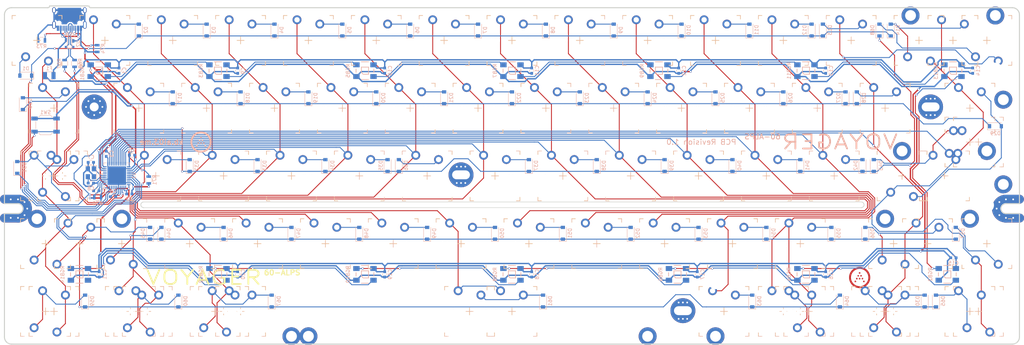
<source format=kicad_pcb>
(kicad_pcb (version 20171130) (host pcbnew "(5.1.7)-1")
  (layers (0 F.Cu signal) (31 B.Cu signal) (34 B.Paste user) (35 F.Paste user) (36 B.SilkS user) (37 F.SilkS user) (38 B.Mask user) (39 F.Mask user) (44 Edge.Cuts user))
  (net 0 "")
  (net 1 "Net-(D1-Pad2)")
  (net 2 "Net-(D2-Pad2)")
  (net 3 "Net-(D3-Pad2)")
  (net 4 "Net-(D4-Pad2)")
  (net 5 "Net-(D5-Pad2)")
  (net 6 "Net-(D6-Pad2)")
  (net 7 "Net-(D7-Pad2)")
  (net 8 "Net-(D8-Pad2)")
  (net 9 "Net-(D9-Pad2)")
  (net 10 "Net-(D10-Pad2)")
  (net 11 "Net-(D11-Pad2)")
  (net 12 "Net-(D12-Pad2)")
  (net 13 "Net-(D13-Pad2)")
  (net 14 "Net-(D14-Pad2)")
  (net 15 "Net-(D16-Pad2)")
  (net 16 "Net-(D17-Pad2)")
  (net 17 "Net-(D18-Pad2)")
  (net 18 "Net-(D19-Pad2)")
  (net 19 "Net-(D20-Pad2)")
  (net 20 "Net-(D21-Pad2)")
  (net 21 "Net-(D22-Pad2)")
  (net 22 "Net-(D23-Pad2)")
  (net 23 "Net-(D24-Pad2)")
  (net 24 "Net-(D25-Pad2)")
  (net 25 "Net-(D26-Pad2)")
  (net 26 "Net-(D27-Pad2)")
  (net 27 "Net-(D28-Pad2)")
  (net 28 "Net-(D29-Pad2)")
  (net 29 "Net-(D30-Pad2)")
  (net 30 "Net-(D31-Pad2)")
  (net 31 "Net-(D32-Pad2)")
  (net 32 "Net-(D33-Pad2)")
  (net 33 "Net-(D34-Pad2)")
  (net 34 "Net-(D35-Pad2)")
  (net 35 "Net-(D36-Pad2)")
  (net 36 "Net-(D37-Pad2)")
  (net 37 "Net-(D38-Pad2)")
  (net 38 "Net-(D39-Pad2)")
  (net 39 "Net-(D40-Pad2)")
  (net 40 "Net-(D41-Pad2)")
  (net 41 "Net-(D42-Pad2)")
  (net 42 "Net-(D43-Pad2)")
  (net 43 "Net-(D44-Pad2)")
  (net 44 "Net-(D45-Pad2)")
  (net 45 "Net-(D46-Pad2)")
  (net 46 "Net-(D47-Pad2)")
  (net 47 "Net-(D48-Pad2)")
  (net 48 "Net-(D49-Pad2)")
  (net 49 "Net-(D50-Pad2)")
  (net 50 "Net-(D51-Pad2)")
  (net 51 "Net-(D52-Pad2)")
  (net 52 "Net-(D53-Pad2)")
  (net 53 "Net-(D54-Pad2)")
  (net 54 "Net-(D55-Pad2)")
  (net 55 "Net-(D56-Pad2)")
  (net 56 "Net-(D57-Pad2)")
  (net 57 "Net-(D59-Pad2)")
  (net 58 "Net-(D60-Pad2)")
  (net 59 "Net-(D61-Pad2)")
  (net 60 "Net-(D63-Pad2)")
  (net 61 "Net-(D64-Pad2)")
  (net 62 "Net-(D65-Pad2)")
  (net 63 ROW0)
  (net 64 ROW1)
  (net 65 ROW2)
  (net 66 ROW3)
  (net 67 ROW4)
  (net 68 COL1)
  (net 69 +5V)
  (net 70 COL2)
  (net 71 COL3)
  (net 72 COL4)
  (net 73 COL5)
  (net 74 COL6)
  (net 75 COL7)
  (net 76 COL8)
  (net 77 COL9)
  (net 78 COL10)
  (net 79 COL11)
  (net 80 COL12)
  (net 81 COL13)
  (net 82 COL0)
  (net 83 GND)
  (net 84 "Net-(R68-Pad2)")
  (net 85 "Net-(R67-Pad2)")
  (net 86 VCC)
  (net 87 "Net-(C6-Pad1)")
  (net 88 "Net-(C7-Pad1)")
  (net 89 "Net-(C8-Pad1)")
  (net 90 D-)
  (net 91 D+)
  (net 92 "Net-(R70-Pad2)")
  (net 93 "Net-(R71-Pad2)")
  (net 94 "Net-(D67-Pad2)")
  (net 95 "Net-(R73-Pad2)")
  (net 96 "Net-(R74-Pad2)")
  (net 97 "Net-(D68-Pad2)")
  (net 98 "Net-(RGB1-Pad2)")
  (net 99 RGBLED)
  (net 100 "Net-(RGB13-Pad2)")
  (net 101 "Net-(RGB2-Pad2)")
  (net 102 "Net-(RGB3-Pad2)")
  (net 103 "Net-(RGB4-Pad2)")
  (net 104 "Net-(RGB5-Pad2)")
  (net 105 "Net-(RGB6-Pad2)")
  (net 106 "Net-(RGB7-Pad2)")
  (net 107 "Net-(RGB10-Pad4)")
  (net 108 "Net-(RGB11-Pad4)")
  (net 109 "Net-(RGB10-Pad2)")
  (net 110 "Net-(RGB11-Pad2)")
  (net 111 "Net-(RGB12-Pad2)")
  (module smk:SW_SMK (layer F.Cu) (at 31.75 31.75 180)
    (fp_text reference K_ESC1 hide)
    (fp_text value MX-1U hide)
    (pad 2 thru_hole circle (at 3.2 -4.6 180) (size 2.5 2.5) (drill 1.5) (layers *.Cu *.Mask) (net 1 "Net-(D1-Pad2)"))
    (pad 1 thru_hole circle (at -3.2 -5.8 180) (size 2.5 2.5) (drill 1.5) (layers *.Cu *.Mask) (net 82 COL0))
    (pad "" np_thru_hole circle (at -4.5 0 180) (size 1.4 1.4) (drill 1.4) (layers *.Cu *.Mask))
    (pad "" np_thru_hole circle (at 4.5 0 180) (size 1.4 1.4) (drill 1.4) (layers *.Cu *.Mask))
  )
  (module smk:SW_SMK_6.25u_R (layer F.Cu) (at 153.19375 107.95)
    (fp_text reference K_SPACE2 hide)
    (fp_text value MX-6.25U hide)
    (pad 3 smd circle (at 50.00625 7) (size 5.05 5.05) (layers F.Cu))
    (pad "" np_thru_hole circle (at 50.00625 7) (size 3.05 3.05) (drill 3.05) (layers *.Cu *.Mask))
    (pad 3 smd circle (at 50.00625 7) (size 5.05 5.05) (layers B.Cu B.Mask))
    (pad 3 smd circle (at -50.00625 7) (size 5.05 5.05) (layers B.Cu B.Mask))
    (pad 3 smd circle (at -50.00625 7) (size 5.05 5.05) (layers F.Cu))
    (pad "" np_thru_hole circle (at -50.00625 7) (size 3.05 3.05) (drill 3.05) (layers *.Cu *.Mask))
    (pad "" np_thru_hole circle (at 50.00625 -8.24) (size 4 4) (drill 4) (layers *.Cu *.Mask))
    (pad "" np_thru_hole circle (at 4.5 0) (size 1.4 1.4) (drill 1.4) (layers *.Cu *.Mask))
    (pad "" np_thru_hole circle (at -4.5 0) (size 1.4 1.4) (drill 1.4) (layers *.Cu *.Mask))
    (pad 2 thru_hole circle (at 3.2 -4.6) (size 2.5 2.5) (drill 1.5) (layers *.Cu *.Mask) (net 59 "Net-(D61-Pad2)"))
    (pad 1 thru_hole circle (at -3.2 -5.8) (size 2.5 2.5) (drill 1.5) (layers *.Cu *.Mask) (net 74 COL6))
    (pad "" np_thru_hole circle (at -50.00625 -8.24) (size 4 4) (drill 4) (layers *.Cu *.Mask))
  )
  (module smk:SW_SMK_7u_R (layer F.Cu) (at 165.1 107.95)
    (fp_text reference K_SPACE1 hide)
    (fp_text value MX-7U hide)
    (pad 3 smd circle (at -57.15 7) (size 5.05 5.05) (layers F.Cu))
    (pad 3 smd circle (at -57.15 7) (size 5.05 5.05) (layers B.Cu B.Mask))
    (pad "" np_thru_hole circle (at -57.15 7) (size 3.05 3.05) (drill 3.05) (layers *.Cu *.Mask))
    (pad 3 smd circle (at 57.15 7) (size 5.05 5.05) (layers F.Cu))
    (pad "" np_thru_hole circle (at 57.15 7) (size 3.05 3.05) (drill 3.05) (layers *.Cu *.Mask))
    (pad 3 smd circle (at 57.15 7) (size 5.05 5.05) (layers B.Cu B.Mask))
    (pad "" np_thru_hole circle (at 57.15 -8.24) (size 4 4) (drill 4) (layers *.Cu *.Mask))
    (pad "" np_thru_hole circle (at 4.5 0) (size 1.4 1.4) (drill 1.4) (layers *.Cu *.Mask))
    (pad "" np_thru_hole circle (at -4.5 0) (size 1.4 1.4) (drill 1.4) (layers *.Cu *.Mask))
    (pad 2 thru_hole circle (at 3.2 -4.6) (size 2.5 2.5) (drill 1.5) (layers *.Cu *.Mask) (net 59 "Net-(D61-Pad2)"))
    (pad 1 thru_hole circle (at -3.2 -5.8) (size 2.5 2.5) (drill 1.5) (layers *.Cu *.Mask) (net 74 COL6))
    (pad "" np_thru_hole circle (at -57.15 -8.24) (size 4 4) (drill 4) (layers *.Cu *.Mask))
  )
  (module smk:SW_SMK (layer F.Cu) (at 34.13125 69.85)
    (fp_text reference K_CAPS2 hide)
    (fp_text value MX-1.25U hide)
    (pad "" np_thru_hole circle (at 4.5 0) (size 1.4 1.4) (drill 1.4) (layers *.Cu *.Mask))
    (pad "" np_thru_hole circle (at -4.5 0) (size 1.4 1.4) (drill 1.4) (layers *.Cu *.Mask))
    (pad 1 thru_hole circle (at -3.2 -5.8) (size 2.5 2.5) (drill 1.5) (layers *.Cu *.Mask) (net 30 "Net-(D31-Pad2)"))
    (pad 2 thru_hole circle (at 3.2 -4.6) (size 2.5 2.5) (drill 1.5) (layers *.Cu *.Mask) (net 82 COL0))
  )
  (module locallib:60_Outline-Modded (layer F.Cu) (at 165.1 69.85)
    (fp_text reference REF** hide)
    (fp_text value 60_Outline hide)
    (fp_line (start -140.5 -47.3) (end -130.3 -47.3) (layer Edge.Cuts) (width 0.3))
    (fp_line (start -129.8 -47.8) (end -118.8 -47.8) (layer Edge.Cuts) (width 0.3))
    (fp_line (start 138.7 11.85095) (end 142.55 11.85095) (layer B.Cu) (width 2.5019))
    (fp_line (start 138.7 6.54905) (end 142.5 6.54905) (layer F.Cu) (width 2.5019))
    (fp_line (start 138.7 6.54905) (end 142.5 6.54905) (layer B.Cu) (width 2.5019))
    (fp_line (start 138.7 11.85095) (end 142.55 11.85095) (layer F.Cu) (width 2.5019))
    (fp_line (start -142.5 11.85095) (end -138.7 11.85095) (layer F.Cu) (width 2.5019))
    (fp_line (start -142.5 11.85095) (end -138.7 11.85095) (layer B.Cu) (width 2.5019))
    (fp_line (start -142.5 6.54905) (end -138.7 6.54905) (layer B.Cu) (width 2.5019))
    (fp_line (start -142.5 6.54905) (end -138.7 6.54905) (layer F.Cu) (width 2.5019))
    (fp_line (start 138.7 7.8) (end 142.5 7.8) (layer Edge.Cuts) (width 0.3))
    (fp_line (start 138.7 10.6) (end 142.5 10.6) (layer Edge.Cuts) (width 0.3))
    (fp_line (start 142.5 7.8) (end 142.5 -45.3) (layer Edge.Cuts) (width 0.3))
    (fp_line (start 142.5 10.6) (end 142.5 45.3) (layer Edge.Cuts) (width 0.3))
    (fp_line (start -142.5 7.8) (end -142.5 -45.3) (layer Edge.Cuts) (width 0.3))
    (fp_line (start -138.7 7.8) (end -142.5 7.8) (layer Edge.Cuts) (width 0.3))
    (fp_line (start -142.5 10.6) (end -138.7 10.6) (layer Edge.Cuts) (width 0.3))
    (fp_line (start -142.5 45.3) (end -142.5 10.6) (layer Edge.Cuts) (width 0.3))
    (fp_line (start 140.5 -47.3) (end -118.3 -47.3) (layer Edge.Cuts) (width 0.3))
    (fp_line (start -140.5 47.3) (end 140.5 47.3) (layer Edge.Cuts) (width 0.3))
    (fp_arc (start -140.5 -45.3) (end -142.5 -45.3) (angle 90) (layer Edge.Cuts) (width 0.3))
    (fp_arc (start -140.5 45.3) (end -140.5 47.3) (angle 90) (layer Edge.Cuts) (width 0.3))
    (fp_arc (start 140.5 45.3) (end 142.5 45.3) (angle 90) (layer Edge.Cuts) (width 0.3))
    (fp_arc (start 140.5 -45.3) (end 140.5 -47.3) (angle 90) (layer Edge.Cuts) (width 0.3))
    (fp_arc (start -138.7 9.2) (end -138.7 7.8) (angle 90) (layer Edge.Cuts) (width 0.3))
    (fp_arc (start 138.7 9.2) (end 138.7 7.8) (angle -90) (layer Edge.Cuts) (width 0.3))
    (fp_arc (start 138.7 9.2) (end 137.3 9.2) (angle -90) (layer Edge.Cuts) (width 0.3))
    (fp_arc (start -138.7 9.2) (end -137.3 9.2) (angle 90) (layer Edge.Cuts) (width 0.3))
    (fp_arc (start -138.7 9.2) (end -136.04905 9.2) (angle 90) (layer F.Cu) (width 2.5019))
    (fp_arc (start -138.7 9.2) (end -138.7 6.54905) (angle 90) (layer F.Cu) (width 2.5019))
    (fp_arc (start -138.7 9.2) (end -136.04905 9.2) (angle 90) (layer B.Cu) (width 2.5019))
    (fp_arc (start -138.7 9.2) (end -138.7 6.54905) (angle 90) (layer B.Cu) (width 2.5019))
    (fp_arc (start 138.7 9.2) (end 138.7 6.54905) (angle -90) (layer B.Cu) (width 2.5019))
    (fp_arc (start 138.7 9.2) (end 136.04905 9.2) (angle -90) (layer B.Cu) (width 2.5019))
    (fp_arc (start 138.7 9.2) (end 138.7 6.54905) (angle -90) (layer F.Cu) (width 2.5019))
    (fp_arc (start 138.7 9.2) (end 136.04905 9.2) (angle -90) (layer F.Cu) (width 2.5019))
    (fp_arc (start -130.3 -47.8) (end -129.8 -47.8) (angle 90) (layer Edge.Cuts) (width 0.3))
    (fp_arc (start -118.3 -47.8) (end -118.3 -47.3) (angle 90) (layer Edge.Cuts) (width 0.3))
    (pad 1 thru_hole circle (at 136.861522 11.038478) (size 1 1) (drill 0.5) (layers *.Cu *.Mask))
    (pad 1 thru_hole circle (at 138.7 11.8) (size 1 1) (drill 0.5) (layers *.Cu *.Mask))
    (pad 1 thru_hole circle (at 140.742035 11.8) (size 1 1) (drill 0.5) (layers *.Cu *.Mask))
    (pad 1 thru_hole circle (at 140.742035 6.6) (size 1 1) (drill 0.5) (layers *.Cu *.Mask))
    (pad 1 thru_hole circle (at 138.7 6.6) (size 1 1) (drill 0.5) (layers *.Cu *.Mask))
    (pad 1 thru_hole circle (at 136.861522 7.361522) (size 1 1) (drill 0.5) (layers *.Cu *.Mask))
    (pad 1 thru_hole circle (at 136.1 9.2) (size 1 1) (drill 0.5) (layers *.Cu *.Mask))
    (pad 1 thru_hole circle (at -140.742035 11.8) (size 1 1) (drill 0.5) (layers *.Cu *.Mask))
    (pad 1 thru_hole circle (at -140.742035 6.6) (size 1 1) (drill 0.5) (layers *.Cu *.Mask))
    (pad 1 thru_hole circle (at -136.861522 11.038478) (size 1 1) (drill 0.5) (layers *.Cu *.Mask))
    (pad 1 thru_hole circle (at -136.861522 7.361522) (size 1 1) (drill 0.5) (layers *.Cu *.Mask))
    (pad 1 thru_hole circle (at -138.7 11.8) (size 1 1) (drill 0.5) (layers *.Cu *.Mask))
    (pad 1 thru_hole circle (at -138.7 6.6) (size 1 1) (drill 0.5) (layers *.Cu *.Mask))
    (pad 1 thru_hole circle (at -136.1 9.2) (size 1 1) (drill 0.5) (layers *.Cu *.Mask))
    (pad 1 thru_hole circle (at -13.1 2) (size 1 1) (drill 0.5) (layers *.Cu *.Mask))
    (pad 1 thru_hole circle (at -15.5 2) (size 1 1) (drill 0.5) (layers *.Cu *.Mask))
    (pad 1 thru_hole circle (at -14.3 2) (size 1 1) (drill 0.5) (layers *.Cu *.Mask))
    (pad 1 thru_hole circle (at -15.5 -2.6) (size 1 1) (drill 0.5) (layers *.Cu *.Mask))
    (pad 1 thru_hole circle (at -13.1 -2.6) (size 1 1) (drill 0.5) (layers *.Cu *.Mask))
    (pad 1 thru_hole circle (at -14.3 -2.6) (size 1 1) (drill 0.5) (layers *.Cu *.Mask))
    (pad 1 thru_hole circle (at 49.2 40.2) (size 1 1) (drill 0.5) (layers *.Cu *.Mask))
    (pad 1 thru_hole circle (at 46.8 40.2) (size 1 1) (drill 0.5) (layers *.Cu *.Mask))
    (pad 1 thru_hole circle (at 46.8 35.6) (size 1 1) (drill 0.5) (layers *.Cu *.Mask))
    (pad 1 thru_hole circle (at 49.2 35.6) (size 1 1) (drill 0.5) (layers *.Cu *.Mask))
    (pad 1 thru_hole circle (at 48 40.2) (size 1 1) (drill 0.5) (layers *.Cu *.Mask))
    (pad 1 thru_hole circle (at 48 35.6) (size 1 1) (drill 0.5) (layers *.Cu *.Mask))
    (pad 1 thru_hole circle (at 118.75 -21.717) (size 1 1) (drill 0.5) (layers *.Cu *.Mask))
    (pad 1 thru_hole circle (at 116.35 -21.7) (size 1 1) (drill 0.5) (layers *.Cu *.Mask))
    (pad 1 thru_hole circle (at 116.35 -17.1) (size 1 1) (drill 0.5) (layers *.Cu *.Mask))
    (pad 1 thru_hole circle (at 118.75 -17.1) (size 1 1) (drill 0.5) (layers *.Cu *.Mask))
    (pad 1 thru_hole circle (at 117.55 -17.1) (size 1 1) (drill 0.5) (layers *.Cu *.Mask))
    (pad 1 thru_hole circle (at 117.55 -21.7) (size 1 1) (drill 0.5) (layers *.Cu *.Mask))
    (pad 1 thru_hole circle (at -115.673654 -17.773654) (size 1 1) (drill 0.5) (layers *.Cu *.Mask))
    (pad 1 thru_hole circle (at -118.926346 -17.773654) (size 1 1) (drill 0.5) (layers *.Cu *.Mask))
    (pad 1 thru_hole circle (at -115.673654 -21.026346) (size 1 1) (drill 0.5) (layers *.Cu *.Mask))
    (pad 1 thru_hole circle (at -118.926346 -21.026346) (size 1 1) (drill 0.5) (layers *.Cu *.Mask))
    (pad 1 thru_hole circle (at -117.3 -17.1) (size 1 1) (drill 0.5) (layers *.Cu *.Mask))
    (pad 1 thru_hole circle (at -115 -19.4) (size 1 1) (drill 0.5) (layers *.Cu *.Mask))
    (pad 1 thru_hole circle (at -119.6 -19.4) (size 1 1) (drill 0.5) (layers *.Cu *.Mask))
    (pad 1 thru_hole circle (at -117.3 -21.7) (size 1 1) (drill 0.5) (layers *.Cu *.Mask))
    (pad 1 thru_hole circle (at 117.55 -19.4) (size 7.00024 7.00024) (drill oval 5.00126 2.49936) (layers *.Cu *.Mask))
    (pad 1 thru_hole circle (at 48 37.9) (size 7.00024 7.00024) (drill oval 5.00126 2.49936) (layers *.Cu *.Mask))
    (pad 1 thru_hole circle (at -14.3 -0.3) (size 7.00024 7.00024) (drill oval 5.00126 2.49936) (layers *.Cu *.Mask))
    (pad 1 thru_hole circle (at -117.3 -19.4) (size 7.0013 7.0013) (drill 2.4994) (layers *.Cu *.Mask))
  )
  (module smk:SW_SMK (layer F.Cu) (at 103.1875 69.85)
    (fp_text reference K_D1 hide)
    (fp_text value MX-1U hide)
    (pad "" np_thru_hole circle (at 4.5 0) (size 1.4 1.4) (drill 1.4) (layers *.Cu *.Mask))
    (pad "" np_thru_hole circle (at -4.5 0) (size 1.4 1.4) (drill 1.4) (layers *.Cu *.Mask))
    (pad 1 thru_hole circle (at -3.2 -5.8) (size 2.5 2.5) (drill 1.5) (layers *.Cu *.Mask) (net 71 COL3))
    (pad 2 thru_hole circle (at 3.2 -4.6) (size 2.5 2.5) (drill 1.5) (layers *.Cu *.Mask) (net 33 "Net-(D34-Pad2)"))
  )
  (module smk:SW_SMK (layer F.Cu) (at 122.2375 69.85)
    (fp_text reference K_F1 hide)
    (fp_text value MX-1U hide)
    (pad "" np_thru_hole circle (at 4.5 0) (size 1.4 1.4) (drill 1.4) (layers *.Cu *.Mask))
    (pad "" np_thru_hole circle (at -4.5 0) (size 1.4 1.4) (drill 1.4) (layers *.Cu *.Mask))
    (pad 1 thru_hole circle (at -3.2 -5.8) (size 2.5 2.5) (drill 1.5) (layers *.Cu *.Mask) (net 72 COL4))
    (pad 2 thru_hole circle (at 3.2 -4.6) (size 2.5 2.5) (drill 1.5) (layers *.Cu *.Mask) (net 34 "Net-(D35-Pad2)"))
  )
  (module Resistors_SMD:R_0805 (layer B.Cu) (at 63.119 70.993 90)
    (fp_text reference R71 (at 0 1.65 270) (layer B.SilkS) (effects (justify mirror)))
    (fp_text value 1k)
    (pad 2 smd rect (at 0.95 0 90) (size 0.7 1.3) (layers B.Cu B.Paste B.Mask) (net 93 "Net-(R71-Pad2)"))
    (pad 1 smd rect (at -0.95 0 90) (size 0.7 1.3) (layers B.Cu B.Paste B.Mask) (net 83 GND))
  )
  (module smk:SW_SMK (layer F.Cu) (at 34.13125 88.9 180)
    (fp_text reference K_SHIFT2 hide)
    (fp_text value MX-1.25U hide)
    (pad 2 thru_hole circle (at 3.2 -4.6 180) (size 2.5 2.5) (drill 1.5) (layers *.Cu *.Mask) (net 82 COL0))
    (pad 1 thru_hole circle (at -3.2 -5.8 180) (size 2.5 2.5) (drill 1.5) (layers *.Cu *.Mask) (net 44 "Net-(D45-Pad2)"))
    (pad "" np_thru_hole circle (at -4.5 0 180) (size 1.4 1.4) (drill 1.4) (layers *.Cu *.Mask))
    (pad "" np_thru_hole circle (at 4.5 0 180) (size 1.4 1.4) (drill 1.4) (layers *.Cu *.Mask))
  )
  (module smk:SW_SMK (layer F.Cu) (at 38.89375 69.85)
    (fp_text reference K_CAPS1 hide)
    (fp_text value MX-1.75U hide)
    (pad "" np_thru_hole circle (at 4.5 0) (size 1.4 1.4) (drill 1.4) (layers *.Cu *.Mask))
    (pad "" np_thru_hole circle (at -4.5 0) (size 1.4 1.4) (drill 1.4) (layers *.Cu *.Mask))
    (pad 1 thru_hole circle (at -3.2 -5.8) (size 2.5 2.5) (drill 1.5) (layers *.Cu *.Mask) (net 82 COL0))
    (pad 2 thru_hole circle (at 3.2 -4.6) (size 2.5 2.5) (drill 1.5) (layers *.Cu *.Mask) (net 30 "Net-(D31-Pad2)"))
  )
  (module Crystals:Crystal_SMD_3225-4pin_3.2x2.5mm (layer B.Cu) (at 46.863 68.961 270)
    (fp_text reference Y1 (at 0 -2.794 270) (layer B.SilkS) (effects (justify mirror)))
    (fp_text value 16Mhz)
    (pad 4 smd rect (at -1.1 0.85 270) (size 1.4 1.2) (layers B.Cu B.Paste B.Mask) (net 83 GND))
    (pad 3 smd rect (at 1.1 0.85 270) (size 1.4 1.2) (layers B.Cu B.Paste B.Mask) (net 89 "Net-(C8-Pad1)"))
    (pad 2 smd rect (at 1.1 -0.85 270) (size 1.4 1.2) (layers B.Cu B.Paste B.Mask) (net 83 GND))
    (pad 1 smd rect (at -1.1 -0.85 270) (size 1.4 1.2) (layers B.Cu B.Paste B.Mask) (net 88 "Net-(C7-Pad1)"))
  )
  (module smk:SW_SMK_2u_R (layer F.Cu) (at 296.06875 60.325 90)
    (fp_text reference K_ENTER2 hide)
    (fp_text value MX-2U hide)
    (pad "" np_thru_hole circle (at -11.90625 7 90) (size 3.05 3.05) (drill 3.05) (layers *.Cu *.Mask))
    (pad 3 smd circle (at -11.90625 7 90) (size 5.05 5.05) (layers B.Cu B.Mask))
    (pad 3 smd circle (at -11.90625 7 90) (size 5.05 5.05) (layers F.Cu))
    (pad "" np_thru_hole circle (at 11.90625 7 90) (size 3.05 3.05) (drill 3.05) (layers *.Cu *.Mask))
    (pad 3 smd circle (at 11.90625 7 90) (size 5.05 5.05) (layers B.Cu B.Mask))
    (pad "" np_thru_hole circle (at 11.90625 -8.24 90) (size 4 4) (drill 4) (layers *.Cu *.Mask))
    (pad 3 smd circle (at 11.90625 7 90) (size 5.05 5.05) (layers F.Cu))
    (pad "" np_thru_hole circle (at 4.5 0 90) (size 1.4 1.4) (drill 1.4) (layers *.Cu *.Mask))
    (pad "" np_thru_hole circle (at -4.5 0 90) (size 1.4 1.4) (drill 1.4) (layers *.Cu *.Mask))
    (pad 2 thru_hole circle (at 3.2 -4.6 90) (size 2.5 2.5) (drill 1.5) (layers *.Cu *.Mask) (net 42 "Net-(D43-Pad2)"))
    (pad 1 thru_hole circle (at -3.2 -5.8 90) (size 2.5 2.5) (drill 1.5) (layers *.Cu *.Mask) (net 81 COL13))
    (pad "" np_thru_hole circle (at -11.90625 -8.24 90) (size 4 4) (drill 4) (layers *.Cu *.Mask))
  )
  (module smk:SW_SMK (layer F.Cu) (at 293.6875 60.325 90)
    (fp_text reference K_ENTER3 hide)
    (fp_text value MX-1U hide)
    (pad 2 thru_hole circle (at 3.2 -4.6 90) (size 2.5 2.5) (drill 1.5) (layers *.Cu *.Mask) (net 42 "Net-(D43-Pad2)"))
    (pad 1 thru_hole circle (at -3.2 -5.8 90) (size 2.5 2.5) (drill 1.5) (layers *.Cu *.Mask) (net 81 COL13))
    (pad "" np_thru_hole circle (at -4.5 0 90) (size 1.4 1.4) (drill 1.4) (layers *.Cu *.Mask))
    (pad "" np_thru_hole circle (at 4.5 0 90) (size 1.4 1.4) (drill 1.4) (layers *.Cu *.Mask))
  )
  (module smk:SW_SMK (layer F.Cu) (at 36.5125 50.8)
    (fp_text reference K_TAB1 hide)
    (fp_text value MX-1.5U hide)
    (pad "" np_thru_hole circle (at 4.5 0) (size 1.4 1.4) (drill 1.4) (layers *.Cu *.Mask))
    (pad "" np_thru_hole circle (at -4.5 0) (size 1.4 1.4) (drill 1.4) (layers *.Cu *.Mask))
    (pad 1 thru_hole circle (at -3.2 -5.8) (size 2.5 2.5) (drill 1.5) (layers *.Cu *.Mask) (net 82 COL0))
    (pad 2 thru_hole circle (at 3.2 -4.6) (size 2.5 2.5) (drill 1.5) (layers *.Cu *.Mask) (net 15 "Net-(D16-Pad2)"))
  )
  (module smk:SW_SMK (layer F.Cu) (at 146.05 31.75)
    (fp_text reference K_#6 hide)
    (fp_text value MX-1U hide)
    (pad "" np_thru_hole circle (at 4.5 0) (size 1.4 1.4) (drill 1.4) (layers *.Cu *.Mask))
    (pad "" np_thru_hole circle (at -4.5 0) (size 1.4 1.4) (drill 1.4) (layers *.Cu *.Mask))
    (pad 1 thru_hole circle (at -3.2 -5.8) (size 2.5 2.5) (drill 1.5) (layers *.Cu *.Mask) (net 74 COL6))
    (pad 2 thru_hole circle (at 3.2 -4.6) (size 2.5 2.5) (drill 1.5) (layers *.Cu *.Mask) (net 7 "Net-(D7-Pad2)"))
  )
  (module smk:SW_SMK (layer F.Cu) (at 127 31.75)
    (fp_text reference K_#5 hide)
    (fp_text value MX-1U hide)
    (pad "" np_thru_hole circle (at 4.5 0) (size 1.4 1.4) (drill 1.4) (layers *.Cu *.Mask))
    (pad "" np_thru_hole circle (at -4.5 0) (size 1.4 1.4) (drill 1.4) (layers *.Cu *.Mask))
    (pad 1 thru_hole circle (at -3.2 -5.8) (size 2.5 2.5) (drill 1.5) (layers *.Cu *.Mask) (net 73 COL5))
    (pad 2 thru_hole circle (at 3.2 -4.6) (size 2.5 2.5) (drill 1.5) (layers *.Cu *.Mask) (net 6 "Net-(D6-Pad2)"))
  )
  (module smk:SW_SMK (layer F.Cu) (at 88.9 31.75)
    (fp_text reference K_#3 hide)
    (fp_text value MX-1U hide)
    (pad "" np_thru_hole circle (at 4.5 0) (size 1.4 1.4) (drill 1.4) (layers *.Cu *.Mask))
    (pad "" np_thru_hole circle (at -4.5 0) (size 1.4 1.4) (drill 1.4) (layers *.Cu *.Mask))
    (pad 1 thru_hole circle (at -3.2 -5.8) (size 2.5 2.5) (drill 1.5) (layers *.Cu *.Mask) (net 71 COL3))
    (pad 2 thru_hole circle (at 3.2 -4.6) (size 2.5 2.5) (drill 1.5) (layers *.Cu *.Mask) (net 4 "Net-(D4-Pad2)"))
  )
  (module smk:SW_SMK (layer F.Cu) (at 84.1375 69.85)
    (fp_text reference K_S1 hide)
    (fp_text value MX-1U hide)
    (pad "" np_thru_hole circle (at 4.5 0) (size 1.4 1.4) (drill 1.4) (layers *.Cu *.Mask))
    (pad "" np_thru_hole circle (at -4.5 0) (size 1.4 1.4) (drill 1.4) (layers *.Cu *.Mask))
    (pad 1 thru_hole circle (at -3.2 -5.8) (size 2.5 2.5) (drill 1.5) (layers *.Cu *.Mask) (net 70 COL2))
    (pad 2 thru_hole circle (at 3.2 -4.6) (size 2.5 2.5) (drill 1.5) (layers *.Cu *.Mask) (net 32 "Net-(D33-Pad2)"))
  )
  (module locallib:SOT143B (layer B.Cu) (at 40.894 32.639 270)
    (fp_text reference U2 (at 0 -2.45 90) (layer B.SilkS) (effects (justify mirror)))
    (fp_text value PRTR5V0U2X)
    (pad 1 smd rect (at -0.75 -1 270) (size 1 0.7) (layers B.Cu B.Paste B.Mask) (net 83 GND))
    (pad 4 smd rect (at -0.95 1 270) (size 0.6 0.7) (layers B.Cu B.Paste B.Mask) (net 86 VCC))
    (pad 2 smd rect (at 0.95 -1 270) (size 0.6 0.7) (layers B.Cu B.Paste B.Mask) (net 84 "Net-(R68-Pad2)"))
    (pad 3 smd rect (at 0.95 1 270) (size 0.6 0.7) (layers B.Cu B.Paste B.Mask) (net 85 "Net-(R67-Pad2)"))
  )
  (module Package_DFN_QFN:QFN-44-1EP_7x7mm_P0.5mm_EP5.2x5.2mm (layer B.Cu) (at 54.126153 69.780191 90)
    (fp_text reference U1 (at 0 4.82 90) (layer B.SilkS) (effects (justify mirror)))
    (fp_text value ATmega32U4-MU)
    (pad 1 smd roundrect (at -3.3375 2.5 90) (size 1.075 0.25) (layers B.Cu B.Paste B.Mask))
    (pad 2 smd roundrect (at -3.3375 2 90) (size 1.075 0.25) (layers B.Cu B.Paste B.Mask) (net 69 +5V))
    (pad 3 smd roundrect (at -3.3375 1.5 90) (size 1.075 0.25) (layers B.Cu B.Paste B.Mask) (net 90 D-))
    (pad 4 smd roundrect (at -3.3375 1 90) (size 1.075 0.25) (layers B.Cu B.Paste B.Mask) (net 91 D+))
    (pad 5 smd roundrect (at -3.3375 0.5 90) (size 1.075 0.25) (layers B.Cu B.Paste B.Mask) (net 83 GND))
    (pad 6 smd roundrect (at -3.3375 0 90) (size 1.075 0.25) (layers B.Cu B.Paste B.Mask) (net 87 "Net-(C6-Pad1)"))
    (pad 7 smd roundrect (at -3.3375 -0.5 90) (size 1.075 0.25) (layers B.Cu B.Paste B.Mask) (net 69 +5V))
    (pad 8 smd roundrect (at -3.3375 -1 90) (size 1.075 0.25) (layers B.Cu B.Paste B.Mask))
    (pad 9 smd roundrect (at -3.3375 -1.5 90) (size 1.075 0.25) (layers B.Cu B.Paste B.Mask) (net 63 ROW0))
    (pad 10 smd roundrect (at -3.3375 -2 90) (size 1.075 0.25) (layers B.Cu B.Paste B.Mask) (net 64 ROW1))
    (pad 11 smd roundrect (at -3.3375 -2.5 90) (size 1.075 0.25) (layers B.Cu B.Paste B.Mask) (net 65 ROW2))
    (pad 12 smd roundrect (at -2.5 -3.3375 90) (size 0.25 1.075) (layers B.Cu B.Paste B.Mask))
    (pad 13 smd roundrect (at -2 -3.3375 90) (size 0.25 1.075) (layers B.Cu B.Paste B.Mask) (net 92 "Net-(R70-Pad2)"))
    (pad 14 smd roundrect (at -1.5 -3.3375 90) (size 0.25 1.075) (layers B.Cu B.Paste B.Mask) (net 69 +5V))
    (pad 15 smd roundrect (at -1 -3.3375 90) (size 0.25 1.075) (layers B.Cu B.Paste B.Mask) (net 83 GND))
    (pad 16 smd roundrect (at -0.5 -3.3375 90) (size 0.25 1.075) (layers B.Cu B.Paste B.Mask) (net 89 "Net-(C8-Pad1)"))
    (pad 17 smd roundrect (at 0 -3.3375 90) (size 0.25 1.075) (layers B.Cu B.Paste B.Mask) (net 88 "Net-(C7-Pad1)"))
    (pad 18 smd roundrect (at 0.5 -3.3375 90) (size 0.25 1.075) (layers B.Cu B.Paste B.Mask))
    (pad 19 smd roundrect (at 1 -3.3375 90) (size 0.25 1.075) (layers B.Cu B.Paste B.Mask))
    (pad 20 smd roundrect (at 1.5 -3.3375 90) (size 0.25 1.075) (layers B.Cu B.Paste B.Mask) (net 99 RGBLED))
    (pad 21 smd roundrect (at 2 -3.3375 90) (size 0.25 1.075) (layers B.Cu B.Paste B.Mask) (net 81 COL13))
    (pad 22 smd roundrect (at 2.5 -3.3375 90) (size 0.25 1.075) (layers B.Cu B.Paste B.Mask) (net 80 COL12))
    (pad 23 smd roundrect (at 3.3375 -2.5 90) (size 1.075 0.25) (layers B.Cu B.Paste B.Mask) (net 83 GND))
    (pad 24 smd roundrect (at 3.3375 -2 90) (size 1.075 0.25) (layers B.Cu B.Paste B.Mask) (net 69 +5V))
    (pad 25 smd roundrect (at 3.3375 -1.5 90) (size 1.075 0.25) (layers B.Cu B.Paste B.Mask) (net 79 COL11))
    (pad 26 smd roundrect (at 3.3375 -1 90) (size 1.075 0.25) (layers B.Cu B.Paste B.Mask) (net 78 COL10))
    (pad 27 smd roundrect (at 3.3375 -0.5 90) (size 1.075 0.25) (layers B.Cu B.Paste B.Mask) (net 77 COL9))
    (pad 28 smd roundrect (at 3.3375 0 90) (size 1.075 0.25) (layers B.Cu B.Paste B.Mask) (net 76 COL8))
    (pad 29 smd roundrect (at 3.3375 0.5 90) (size 1.075 0.25) (layers B.Cu B.Paste B.Mask) (net 75 COL7))
    (pad 30 smd roundrect (at 3.3375 1 90) (size 1.075 0.25) (layers B.Cu B.Paste B.Mask) (net 74 COL6))
    (pad 31 smd roundrect (at 3.3375 1.5 90) (size 1.075 0.25) (layers B.Cu B.Paste B.Mask) (net 73 COL5))
    (pad 32 smd roundrect (at 3.3375 2 90) (size 1.075 0.25) (layers B.Cu B.Paste B.Mask) (net 72 COL4))
    (pad 33 smd roundrect (at 3.3375 2.5 90) (size 1.075 0.25) (layers B.Cu B.Paste B.Mask) (net 93 "Net-(R71-Pad2)"))
    (pad 34 smd roundrect (at 2.5 3.3375 90) (size 0.25 1.075) (layers B.Cu B.Paste B.Mask) (net 69 +5V))
    (pad 35 smd roundrect (at 2 3.3375 90) (size 0.25 1.075) (layers B.Cu B.Paste B.Mask) (net 83 GND))
    (pad 36 smd roundrect (at 1.5 3.3375 90) (size 0.25 1.075) (layers B.Cu B.Paste B.Mask) (net 68 COL1))
    (pad 37 smd roundrect (at 1 3.3375 90) (size 0.25 1.075) (layers B.Cu B.Paste B.Mask) (net 71 COL3))
    (pad 38 smd roundrect (at 0.5 3.3375 90) (size 0.25 1.075) (layers B.Cu B.Paste B.Mask) (net 70 COL2))
    (pad 39 smd roundrect (at 0 3.3375 90) (size 0.25 1.075) (layers B.Cu B.Paste B.Mask) (net 82 COL0))
    (pad 40 smd roundrect (at -0.5 3.3375 90) (size 0.25 1.075) (layers B.Cu B.Paste B.Mask) (net 67 ROW4))
    (pad 41 smd roundrect (at -1 3.3375 90) (size 0.25 1.075) (layers B.Cu B.Paste B.Mask) (net 66 ROW3))
    (pad 42 smd roundrect (at -1.5 3.3375 90) (size 0.25 1.075) (layers B.Cu B.Paste B.Mask))
    (pad 43 smd roundrect (at -2 3.3375 90) (size 0.25 1.075) (layers B.Cu B.Paste B.Mask) (net 83 GND))
    (pad 44 smd roundrect (at -2.5 3.3375 90) (size 0.25 1.075) (layers B.Cu B.Paste B.Mask) (net 69 +5V))
    (pad 45 smd rect (at 0 0 90) (size 5.2 5.2) (layers B.Cu B.Mask) (net 83 GND))
  )
  (module Button_Switch_SMD:SW_SPST_SKQG_WithStem (layer B.Cu) (at 34.13125 55.5625 180)
    (fp_text reference SW1 (at 0 3.6) (layer B.SilkS) (effects (justify mirror)))
    (fp_text value 5.2x5.2mm)
    (pad 2 smd rect (at 3.1 -1.85 180) (size 1.8 1.1) (layers B.Cu B.Paste B.Mask) (net 92 "Net-(R70-Pad2)"))
    (pad 2 smd rect (at -3.1 -1.85 180) (size 1.8 1.1) (layers B.Cu B.Paste B.Mask) (net 92 "Net-(R70-Pad2)"))
    (pad 1 smd rect (at 3.1 1.85 180) (size 1.8 1.1) (layers B.Cu B.Paste B.Mask) (net 83 GND))
    (pad 1 smd rect (at -3.1 1.85 180) (size 1.8 1.1) (layers B.Cu B.Paste B.Mask) (net 83 GND))
  )
  (module smk:SW_SMK (layer F.Cu) (at 74.6125 88.9)
    (fp_text reference K_Z1 hide)
    (fp_text value MX-1U hide)
    (pad "" np_thru_hole circle (at 4.5 0) (size 1.4 1.4) (drill 1.4) (layers *.Cu *.Mask))
    (pad "" np_thru_hole circle (at -4.5 0) (size 1.4 1.4) (drill 1.4) (layers *.Cu *.Mask))
    (pad 1 thru_hole circle (at -3.2 -5.8) (size 2.5 2.5) (drill 1.5) (layers *.Cu *.Mask) (net 70 COL2))
    (pad 2 thru_hole circle (at 3.2 -4.6) (size 2.5 2.5) (drill 1.5) (layers *.Cu *.Mask) (net 45 "Net-(D46-Pad2)"))
  )
  (module smk:SW_SMK (layer F.Cu) (at 155.575 50.8)
    (fp_text reference K_Y1 hide)
    (fp_text value MX-1U hide)
    (pad "" np_thru_hole circle (at 4.5 0) (size 1.4 1.4) (drill 1.4) (layers *.Cu *.Mask))
    (pad "" np_thru_hole circle (at -4.5 0) (size 1.4 1.4) (drill 1.4) (layers *.Cu *.Mask))
    (pad 1 thru_hole circle (at -3.2 -5.8) (size 2.5 2.5) (drill 1.5) (layers *.Cu *.Mask) (net 74 COL6))
    (pad 2 thru_hole circle (at 3.2 -4.6) (size 2.5 2.5) (drill 1.5) (layers *.Cu *.Mask) (net 21 "Net-(D22-Pad2)"))
  )
  (module smk:SW_SMK (layer F.Cu) (at 93.6625 88.9)
    (fp_text reference K_X1 hide)
    (fp_text value MX-1U hide)
    (pad "" np_thru_hole circle (at 4.5 0) (size 1.4 1.4) (drill 1.4) (layers *.Cu *.Mask))
    (pad "" np_thru_hole circle (at -4.5 0) (size 1.4 1.4) (drill 1.4) (layers *.Cu *.Mask))
    (pad 1 thru_hole circle (at -3.2 -5.8) (size 2.5 2.5) (drill 1.5) (layers *.Cu *.Mask) (net 71 COL3))
    (pad 2 thru_hole circle (at 3.2 -4.6) (size 2.5 2.5) (drill 1.5) (layers *.Cu *.Mask) (net 46 "Net-(D47-Pad2)"))
  )
  (module smk:SW_SMK (layer F.Cu) (at 62.70625 107.95)
    (fp_text reference K_WIN3 hide)
    (fp_text value MX-1.25U hide)
    (pad "" np_thru_hole circle (at 4.5 0) (size 1.4 1.4) (drill 1.4) (layers *.Cu *.Mask))
    (pad "" np_thru_hole circle (at -4.5 0) (size 1.4 1.4) (drill 1.4) (layers *.Cu *.Mask))
    (pad 1 thru_hole circle (at -3.2 -5.8) (size 2.5 2.5) (drill 1.5) (layers *.Cu *.Mask) (net 58 "Net-(D60-Pad2)"))
    (pad 2 thru_hole circle (at 3.2 -4.6) (size 2.5 2.5) (drill 1.5) (layers *.Cu *.Mask) (net 68 COL1))
  )
  (module smk:SW_SMK (layer F.Cu) (at 60.325 107.95 180)
    (fp_text reference K_WIN2 hide)
    (fp_text value MX-1U hide)
    (pad "" np_thru_hole circle (at 4.5 0 180) (size 1.4 1.4) (drill 1.4) (layers *.Cu *.Mask))
    (pad "" np_thru_hole circle (at -4.5 0 180) (size 1.4 1.4) (drill 1.4) (layers *.Cu *.Mask))
    (pad 1 thru_hole circle (at -3.2 -5.8 180) (size 2.5 2.5) (drill 1.5) (layers *.Cu *.Mask) (net 68 COL1))
    (pad 2 thru_hole circle (at 3.2 -4.6 180) (size 2.5 2.5) (drill 1.5) (layers *.Cu *.Mask) (net 58 "Net-(D60-Pad2)"))
  )
  (module smk:SW_SMK (layer F.Cu) (at 57.94375 107.95)
    (fp_text reference K_WIN1 hide)
    (fp_text value MX-1.25U hide)
    (pad "" np_thru_hole circle (at 4.5 0) (size 1.4 1.4) (drill 1.4) (layers *.Cu *.Mask))
    (pad "" np_thru_hole circle (at -4.5 0) (size 1.4 1.4) (drill 1.4) (layers *.Cu *.Mask))
    (pad 1 thru_hole circle (at -3.2 -5.8) (size 2.5 2.5) (drill 1.5) (layers *.Cu *.Mask) (net 68 COL1))
    (pad 2 thru_hole circle (at 3.2 -4.6) (size 2.5 2.5) (drill 1.5) (layers *.Cu *.Mask) (net 58 "Net-(D60-Pad2)"))
  )
  (module smk:SW_SMK (layer F.Cu) (at 79.375 50.8)
    (fp_text reference K_W1 hide)
    (fp_text value MX-1U hide)
    (pad "" np_thru_hole circle (at 4.5 0) (size 1.4 1.4) (drill 1.4) (layers *.Cu *.Mask))
    (pad "" np_thru_hole circle (at -4.5 0) (size 1.4 1.4) (drill 1.4) (layers *.Cu *.Mask))
    (pad 1 thru_hole circle (at -3.2 -5.8) (size 2.5 2.5) (drill 1.5) (layers *.Cu *.Mask) (net 70 COL2))
    (pad 2 thru_hole circle (at 3.2 -4.6) (size 2.5 2.5) (drill 1.5) (layers *.Cu *.Mask) (net 17 "Net-(D18-Pad2)"))
  )
  (module smk:SW_SMK (layer F.Cu) (at 131.7625 88.9)
    (fp_text reference K_V1 hide)
    (fp_text value MX-1U hide)
    (pad "" np_thru_hole circle (at 4.5 0) (size 1.4 1.4) (drill 1.4) (layers *.Cu *.Mask))
    (pad "" np_thru_hole circle (at -4.5 0) (size 1.4 1.4) (drill 1.4) (layers *.Cu *.Mask))
    (pad 1 thru_hole circle (at -3.2 -5.8) (size 2.5 2.5) (drill 1.5) (layers *.Cu *.Mask) (net 73 COL5))
    (pad 2 thru_hole circle (at 3.2 -4.6) (size 2.5 2.5) (drill 1.5) (layers *.Cu *.Mask) (net 48 "Net-(D49-Pad2)"))
  )
  (module smk:SW_SMK (layer F.Cu) (at 174.625 50.8)
    (fp_text reference K_U1 hide)
    (fp_text value MX-1U hide)
    (pad "" np_thru_hole circle (at 4.5 0) (size 1.4 1.4) (drill 1.4) (layers *.Cu *.Mask))
    (pad "" np_thru_hole circle (at -4.5 0) (size 1.4 1.4) (drill 1.4) (layers *.Cu *.Mask))
    (pad 1 thru_hole circle (at -3.2 -5.8) (size 2.5 2.5) (drill 1.5) (layers *.Cu *.Mask) (net 75 COL7))
    (pad 2 thru_hole circle (at 3.2 -4.6) (size 2.5 2.5) (drill 1.5) (layers *.Cu *.Mask) (net 22 "Net-(D23-Pad2)"))
  )
  (module smk:SW_SMK (layer F.Cu) (at 136.525 50.8)
    (fp_text reference K_T1 hide)
    (fp_text value MX-1U hide)
    (pad "" np_thru_hole circle (at 4.5 0) (size 1.4 1.4) (drill 1.4) (layers *.Cu *.Mask))
    (pad "" np_thru_hole circle (at -4.5 0) (size 1.4 1.4) (drill 1.4) (layers *.Cu *.Mask))
    (pad 1 thru_hole circle (at -3.2 -5.8) (size 2.5 2.5) (drill 1.5) (layers *.Cu *.Mask) (net 73 COL5))
    (pad 2 thru_hole circle (at 3.2 -4.6) (size 2.5 2.5) (drill 1.5) (layers *.Cu *.Mask) (net 20 "Net-(D21-Pad2)"))
  )
  (module smk:SW_SMK (layer F.Cu) (at 298.45 88.9 180)
    (fp_text reference K_SRSHIFT2 hide)
    (fp_text value MX-1U hide)
    (pad "" np_thru_hole circle (at 4.5 0 180) (size 1.4 1.4) (drill 1.4) (layers *.Cu *.Mask))
    (pad "" np_thru_hole circle (at -4.5 0 180) (size 1.4 1.4) (drill 1.4) (layers *.Cu *.Mask))
    (pad 1 thru_hole circle (at -3.2 -5.8 180) (size 2.5 2.5) (drill 1.5) (layers *.Cu *.Mask) (net 56 "Net-(D57-Pad2)"))
    (pad 2 thru_hole circle (at 3.2 -4.6 180) (size 2.5 2.5) (drill 1.5) (layers *.Cu *.Mask) (net 81 COL13))
  )
  (module smk:SW_SMK (layer F.Cu) (at 272.25625 88.9 180)
    (fp_text reference K_SRSHIFT1 hide)
    (fp_text value MX-1.75U hide)
    (pad "" np_thru_hole circle (at 4.5 0 180) (size 1.4 1.4) (drill 1.4) (layers *.Cu *.Mask))
    (pad "" np_thru_hole circle (at -4.5 0 180) (size 1.4 1.4) (drill 1.4) (layers *.Cu *.Mask))
    (pad 1 thru_hole circle (at -3.2 -5.8 180) (size 2.5 2.5) (drill 1.5) (layers *.Cu *.Mask) (net 80 COL12))
    (pad 2 thru_hole circle (at 3.2 -4.6 180) (size 2.5 2.5) (drill 1.5) (layers *.Cu *.Mask) (net 55 "Net-(D56-Pad2)"))
  )
  (module smk:SW_SMK (layer F.Cu) (at 55.5625 88.9 180)
    (fp_text reference K_SHIFT3 hide)
    (fp_text value MX-1U hide)
    (pad 2 thru_hole circle (at 3.2 -4.6 180) (size 2.5 2.5) (drill 1.5) (layers *.Cu *.Mask) (net 43 "Net-(D44-Pad2)"))
    (pad 1 thru_hole circle (at -3.2 -5.8 180) (size 2.5 2.5) (drill 1.5) (layers *.Cu *.Mask) (net 68 COL1))
    (pad "" np_thru_hole circle (at -4.5 0 180) (size 1.4 1.4) (drill 1.4) (layers *.Cu *.Mask))
    (pad "" np_thru_hole circle (at 4.5 0 180) (size 1.4 1.4) (drill 1.4) (layers *.Cu *.Mask))
  )
  (module smk:SW_SMK_2u (layer F.Cu) (at 43.65625 88.9)
    (fp_text reference K_SHIFT1 hide)
    (fp_text value MX-2.25U hide)
    (pad "" np_thru_hole circle (at 11.90625 8.24 180) (size 4 4) (drill 4) (layers *.Cu *.Mask))
    (pad 1 thru_hole circle (at -3.2 -5.8) (size 2.5 2.5) (drill 1.5) (layers *.Cu *.Mask) (net 82 COL0))
    (pad 2 thru_hole circle (at 3.2 -4.6) (size 2.5 2.5) (drill 1.5) (layers *.Cu *.Mask) (net 44 "Net-(D45-Pad2)"))
    (pad "" np_thru_hole circle (at -4.5 0) (size 1.4 1.4) (drill 1.4) (layers *.Cu *.Mask))
    (pad "" np_thru_hole circle (at 4.5 0) (size 1.4 1.4) (drill 1.4) (layers *.Cu *.Mask))
    (pad "" np_thru_hole circle (at -11.90625 8.24 180) (size 4 4) (drill 4) (layers *.Cu *.Mask))
    (pad 3 smd circle (at -11.90625 -7 180) (size 5.05 5.05) (layers B.Cu B.Mask))
    (pad "" np_thru_hole circle (at -11.90625 -7 180) (size 3.05 3.05) (drill 3.05) (layers *.Cu *.Mask))
    (pad 3 smd circle (at 11.90625 -7 180) (size 5.05 5.05) (layers B.Cu B.Mask))
    (pad "" np_thru_hole circle (at 11.90625 -7 180) (size 3.05 3.05) (drill 3.05) (layers *.Cu *.Mask))
    (pad 3 smd circle (at 11.90625 -7 180) (size 5.05 5.05) (layers F.Cu))
    (pad 3 smd circle (at -11.90625 -7 270) (size 5.05 5.05) (layers F.Cu))
  )
  (module smk:SW_SMK (layer F.Cu) (at 298.45 31.75 180)
    (fp_text reference K_SBACK2 hide)
    (fp_text value MX-1U hide)
    (pad "" np_thru_hole circle (at 4.5 0 180) (size 1.4 1.4) (drill 1.4) (layers *.Cu *.Mask))
    (pad "" np_thru_hole circle (at -4.5 0 180) (size 1.4 1.4) (drill 1.4) (layers *.Cu *.Mask))
    (pad 1 thru_hole circle (at -3.2 -5.8 180) (size 2.5 2.5) (drill 1.5) (layers *.Cu *.Mask) (net 80 COL12))
    (pad 2 thru_hole circle (at 3.2 -4.6 180) (size 2.5 2.5) (drill 1.5) (layers *.Cu *.Mask) (net 97 "Net-(D68-Pad2)"))
  )
  (module smk:SW_SMK (layer F.Cu) (at 279.4 31.75 180)
    (fp_text reference K_SBACK1 hide)
    (fp_text value MX-1U hide)
    (pad "" np_thru_hole circle (at 4.5 0 180) (size 1.4 1.4) (drill 1.4) (layers *.Cu *.Mask))
    (pad "" np_thru_hole circle (at -4.5 0 180) (size 1.4 1.4) (drill 1.4) (layers *.Cu *.Mask))
    (pad 1 thru_hole circle (at -3.2 -5.8 180) (size 2.5 2.5) (drill 1.5) (layers *.Cu *.Mask) (net 81 COL13))
    (pad 2 thru_hole circle (at 3.2 -4.6 180) (size 2.5 2.5) (drill 1.5) (layers *.Cu *.Mask) (net 14 "Net-(D14-Pad2)"))
  )
  (module smk:SW_SMK (layer F.Cu) (at 269.875 107.95 180)
    (fp_text reference K_RWIN3 hide)
    (fp_text value MX-1U hide)
    (pad "" np_thru_hole circle (at 4.5 0 180) (size 1.4 1.4) (drill 1.4) (layers *.Cu *.Mask))
    (pad "" np_thru_hole circle (at -4.5 0 180) (size 1.4 1.4) (drill 1.4) (layers *.Cu *.Mask))
    (pad 1 thru_hole circle (at -3.2 -5.8 180) (size 2.5 2.5) (drill 1.5) (layers *.Cu *.Mask) (net 29 "Net-(D30-Pad2)"))
    (pad 2 thru_hole circle (at 3.2 -4.6 180) (size 2.5 2.5) (drill 1.5) (layers *.Cu *.Mask) (net 80 COL12))
  )
  (module smk:SW_SMK (layer F.Cu) (at 248.44375 107.95 180)
    (fp_text reference K_RWIN2 hide)
    (fp_text value MX-1.25U hide)
    (pad "" np_thru_hole circle (at 4.5 0 180) (size 1.4 1.4) (drill 1.4) (layers *.Cu *.Mask))
    (pad "" np_thru_hole circle (at -4.5 0 180) (size 1.4 1.4) (drill 1.4) (layers *.Cu *.Mask))
    (pad 1 thru_hole circle (at -3.2 -5.8 180) (size 2.5 2.5) (drill 1.5) (layers *.Cu *.Mask) (net 79 COL11))
    (pad 2 thru_hole circle (at 3.2 -4.6 180) (size 2.5 2.5) (drill 1.5) (layers *.Cu *.Mask) (net 61 "Net-(D64-Pad2)"))
  )
  (module smk:SW_SMK (layer F.Cu) (at 267.49375 107.95)
    (fp_text reference K_RWIN1 hide)
    (fp_text value MX-1.25U hide)
    (pad "" np_thru_hole circle (at 4.5 0) (size 1.4 1.4) (drill 1.4) (layers *.Cu *.Mask))
    (pad "" np_thru_hole circle (at -4.5 0) (size 1.4 1.4) (drill 1.4) (layers *.Cu *.Mask))
    (pad 1 thru_hole circle (at -3.2 -5.8) (size 2.5 2.5) (drill 1.5) (layers *.Cu *.Mask) (net 29 "Net-(D30-Pad2)"))
    (pad 2 thru_hole circle (at 3.2 -4.6) (size 2.5 2.5) (drill 1.5) (layers *.Cu *.Mask) (net 80 COL12))
  )
  (module smk:SW_SMK_2u (layer F.Cu) (at 281.78125 88.9)
    (fp_text reference K_RSHIFT1 hide)
    (fp_text value MX-2.75U hide)
    (pad "" np_thru_hole circle (at 11.90625 8.24 180) (size 4 4) (drill 4) (layers *.Cu *.Mask))
    (pad 1 thru_hole circle (at -3.2 -5.8) (size 2.5 2.5) (drill 1.5) (layers *.Cu *.Mask) (net 80 COL12))
    (pad 2 thru_hole circle (at 3.2 -4.6) (size 2.5 2.5) (drill 1.5) (layers *.Cu *.Mask) (net 55 "Net-(D56-Pad2)"))
    (pad "" np_thru_hole circle (at -4.5 0) (size 1.4 1.4) (drill 1.4) (layers *.Cu *.Mask))
    (pad "" np_thru_hole circle (at 4.5 0) (size 1.4 1.4) (drill 1.4) (layers *.Cu *.Mask))
    (pad "" np_thru_hole circle (at -11.90625 8.24 180) (size 4 4) (drill 4) (layers *.Cu *.Mask))
    (pad 3 smd circle (at -11.90625 -7 180) (size 5.05 5.05) (layers B.Cu B.Mask))
    (pad "" np_thru_hole circle (at -11.90625 -7 180) (size 3.05 3.05) (drill 3.05) (layers *.Cu *.Mask))
    (pad 3 smd circle (at 11.90625 -7 180) (size 5.05 5.05) (layers B.Cu B.Mask))
    (pad "" np_thru_hole circle (at 11.90625 -7 180) (size 3.05 3.05) (drill 3.05) (layers *.Cu *.Mask))
    (pad 3 smd circle (at 11.90625 -7 180) (size 5.05 5.05) (layers F.Cu))
    (pad 3 smd circle (at -11.90625 -7 270) (size 5.05 5.05) (layers F.Cu))
  )
  (module smk:SW_SMK (layer F.Cu) (at 272.25625 107.95)
    (fp_text reference K_RMENU2 hide)
    (fp_text value MX-1.25U hide)
    (pad "" np_thru_hole circle (at 4.5 0) (size 1.4 1.4) (drill 1.4) (layers *.Cu *.Mask))
    (pad "" np_thru_hole circle (at -4.5 0) (size 1.4 1.4) (drill 1.4) (layers *.Cu *.Mask))
    (pad 1 thru_hole circle (at -3.2 -5.8) (size 2.5 2.5) (drill 1.5) (layers *.Cu *.Mask) (net 80 COL12))
    (pad 2 thru_hole circle (at 3.2 -4.6) (size 2.5 2.5) (drill 1.5) (layers *.Cu *.Mask) (net 29 "Net-(D30-Pad2)"))
  )
  (module smk:SW_SMK (layer F.Cu) (at 293.6875 107.95)
    (fp_text reference K_RCTRL3 hide)
    (fp_text value MX-1.5U hide)
    (pad "" np_thru_hole circle (at 4.5 0) (size 1.4 1.4) (drill 1.4) (layers *.Cu *.Mask))
    (pad "" np_thru_hole circle (at -4.5 0) (size 1.4 1.4) (drill 1.4) (layers *.Cu *.Mask))
    (pad 1 thru_hole circle (at -3.2 -5.8) (size 2.5 2.5) (drill 1.5) (layers *.Cu *.Mask) (net 62 "Net-(D65-Pad2)"))
    (pad 2 thru_hole circle (at 3.2 -4.6) (size 2.5 2.5) (drill 1.5) (layers *.Cu *.Mask) (net 81 COL13))
  )
  (module smk:SW_SMK (layer F.Cu) (at 296.06875 107.95 180)
    (fp_text reference K_RCTRL2 hide)
    (fp_text value MX-1.25U hide)
    (pad "" np_thru_hole circle (at 4.5 0 180) (size 1.4 1.4) (drill 1.4) (layers *.Cu *.Mask))
    (pad "" np_thru_hole circle (at -4.5 0 180) (size 1.4 1.4) (drill 1.4) (layers *.Cu *.Mask))
    (pad 1 thru_hole circle (at -3.2 -5.8 180) (size 2.5 2.5) (drill 1.5) (layers *.Cu *.Mask) (net 81 COL13))
    (pad 2 thru_hole circle (at 3.2 -4.6 180) (size 2.5 2.5) (drill 1.5) (layers *.Cu *.Mask) (net 62 "Net-(D65-Pad2)"))
  )
  (module smk:SW_SMK (layer F.Cu) (at 246.0625 107.95)
    (fp_text reference K_RALT3 hide)
    (fp_text value MX-1.5U hide)
    (pad "" np_thru_hole circle (at 4.5 0) (size 1.4 1.4) (drill 1.4) (layers *.Cu *.Mask))
    (pad "" np_thru_hole circle (at -4.5 0) (size 1.4 1.4) (drill 1.4) (layers *.Cu *.Mask))
    (pad 1 thru_hole circle (at -3.2 -5.8) (size 2.5 2.5) (drill 1.5) (layers *.Cu *.Mask) (net 61 "Net-(D64-Pad2)"))
    (pad 2 thru_hole circle (at 3.2 -4.6) (size 2.5 2.5) (drill 1.5) (layers *.Cu *.Mask) (net 79 COL11))
  )
  (module smk:SW_SMK (layer F.Cu) (at 224.63125 107.95)
    (fp_text reference K_RALT2 hide)
    (fp_text value MX-1.25U hide)
    (pad "" np_thru_hole circle (at 4.5 0) (size 1.4 1.4) (drill 1.4) (layers *.Cu *.Mask))
    (pad "" np_thru_hole circle (at -4.5 0) (size 1.4 1.4) (drill 1.4) (layers *.Cu *.Mask))
    (pad 1 thru_hole circle (at -3.2 -5.8) (size 2.5 2.5) (drill 1.5) (layers *.Cu *.Mask) (net 78 COL10))
    (pad 2 thru_hole circle (at 3.2 -4.6) (size 2.5 2.5) (drill 1.5) (layers *.Cu *.Mask) (net 60 "Net-(D63-Pad2)"))
  )
  (module smk:SW_SMK (layer F.Cu) (at 241.3 107.95)
    (fp_text reference K_RALT1 hide)
    (fp_text value MX-1.5U hide)
    (pad "" np_thru_hole circle (at 4.5 0) (size 1.4 1.4) (drill 1.4) (layers *.Cu *.Mask))
    (pad "" np_thru_hole circle (at -4.5 0) (size 1.4 1.4) (drill 1.4) (layers *.Cu *.Mask))
    (pad 1 thru_hole circle (at -3.2 -5.8) (size 2.5 2.5) (drill 1.5) (layers *.Cu *.Mask) (net 79 COL11))
    (pad 2 thru_hole circle (at 3.2 -4.6) (size 2.5 2.5) (drill 1.5) (layers *.Cu *.Mask) (net 61 "Net-(D64-Pad2)"))
  )
  (module smk:SW_SMK (layer F.Cu) (at 117.475 50.8)
    (fp_text reference K_R1 hide)
    (fp_text value MX-1U hide)
    (pad "" np_thru_hole circle (at 4.5 0) (size 1.4 1.4) (drill 1.4) (layers *.Cu *.Mask))
    (pad "" np_thru_hole circle (at -4.5 0) (size 1.4 1.4) (drill 1.4) (layers *.Cu *.Mask))
    (pad 1 thru_hole circle (at -3.2 -5.8) (size 2.5 2.5) (drill 1.5) (layers *.Cu *.Mask) (net 72 COL4))
    (pad 2 thru_hole circle (at 3.2 -4.6) (size 2.5 2.5) (drill 1.5) (layers *.Cu *.Mask) (net 19 "Net-(D20-Pad2)"))
  )
  (module smk:SW_SMK (layer F.Cu) (at 60.325 50.8)
    (fp_text reference K_Q1 hide)
    (fp_text value MX-1U hide)
    (pad "" np_thru_hole circle (at 4.5 0) (size 1.4 1.4) (drill 1.4) (layers *.Cu *.Mask))
    (pad "" np_thru_hole circle (at -4.5 0) (size 1.4 1.4) (drill 1.4) (layers *.Cu *.Mask))
    (pad 1 thru_hole circle (at -3.2 -5.8) (size 2.5 2.5) (drill 1.5) (layers *.Cu *.Mask) (net 68 COL1))
    (pad 2 thru_hole circle (at 3.2 -4.6) (size 2.5 2.5) (drill 1.5) (layers *.Cu *.Mask) (net 16 "Net-(D17-Pad2)"))
  )
  (module smk:SW_SMK (layer F.Cu) (at 231.775 50.8)
    (fp_text reference K_P1 hide)
    (fp_text value MX-1U hide)
    (pad "" np_thru_hole circle (at 4.5 0) (size 1.4 1.4) (drill 1.4) (layers *.Cu *.Mask))
    (pad "" np_thru_hole circle (at -4.5 0) (size 1.4 1.4) (drill 1.4) (layers *.Cu *.Mask))
    (pad 1 thru_hole circle (at -3.2 -5.8) (size 2.5 2.5) (drill 1.5) (layers *.Cu *.Mask) (net 78 COL10))
    (pad 2 thru_hole circle (at 3.2 -4.6) (size 2.5 2.5) (drill 1.5) (layers *.Cu *.Mask) (net 25 "Net-(D26-Pad2)"))
  )
  (module smk:SW_SMK (layer F.Cu) (at 212.725 50.8)
    (fp_text reference K_O1 hide)
    (fp_text value MX-1U hide)
    (pad "" np_thru_hole circle (at 4.5 0) (size 1.4 1.4) (drill 1.4) (layers *.Cu *.Mask))
    (pad "" np_thru_hole circle (at -4.5 0) (size 1.4 1.4) (drill 1.4) (layers *.Cu *.Mask))
    (pad 1 thru_hole circle (at -3.2 -5.8) (size 2.5 2.5) (drill 1.5) (layers *.Cu *.Mask) (net 77 COL9))
    (pad 2 thru_hole circle (at 3.2 -4.6) (size 2.5 2.5) (drill 1.5) (layers *.Cu *.Mask) (net 24 "Net-(D25-Pad2)"))
  )
  (module smk:SW_SMK (layer F.Cu) (at 169.8625 88.9)
    (fp_text reference K_N1 hide)
    (fp_text value MX-1U hide)
    (pad "" np_thru_hole circle (at 4.5 0) (size 1.4 1.4) (drill 1.4) (layers *.Cu *.Mask))
    (pad "" np_thru_hole circle (at -4.5 0) (size 1.4 1.4) (drill 1.4) (layers *.Cu *.Mask))
    (pad 1 thru_hole circle (at -3.2 -5.8) (size 2.5 2.5) (drill 1.5) (layers *.Cu *.Mask) (net 75 COL7))
    (pad 2 thru_hole circle (at 3.2 -4.6) (size 2.5 2.5) (drill 1.5) (layers *.Cu *.Mask) (net 50 "Net-(D51-Pad2)"))
  )
  (module smk:SW_SMK (layer F.Cu) (at 188.9125 88.9)
    (fp_text reference K_M1 hide)
    (fp_text value MX-1U hide)
    (pad "" np_thru_hole circle (at 4.5 0) (size 1.4 1.4) (drill 1.4) (layers *.Cu *.Mask))
    (pad "" np_thru_hole circle (at -4.5 0) (size 1.4 1.4) (drill 1.4) (layers *.Cu *.Mask))
    (pad 1 thru_hole circle (at -3.2 -5.8) (size 2.5 2.5) (drill 1.5) (layers *.Cu *.Mask) (net 76 COL8))
    (pad 2 thru_hole circle (at 3.2 -4.6) (size 2.5 2.5) (drill 1.5) (layers *.Cu *.Mask) (net 51 "Net-(D52-Pad2)"))
  )
  (module smk:SW_SMK (layer F.Cu) (at 217.4875 69.85)
    (fp_text reference K_L1 hide)
    (fp_text value MX-1U hide)
    (pad "" np_thru_hole circle (at 4.5 0) (size 1.4 1.4) (drill 1.4) (layers *.Cu *.Mask))
    (pad "" np_thru_hole circle (at -4.5 0) (size 1.4 1.4) (drill 1.4) (layers *.Cu *.Mask))
    (pad 1 thru_hole circle (at -3.2 -5.8) (size 2.5 2.5) (drill 1.5) (layers *.Cu *.Mask) (net 77 COL9))
    (pad 2 thru_hole circle (at 3.2 -4.6) (size 2.5 2.5) (drill 1.5) (layers *.Cu *.Mask) (net 39 "Net-(D40-Pad2)"))
  )
  (module smk:SW_SMK (layer F.Cu) (at 198.4375 69.85)
    (fp_text reference K_K1 hide)
    (fp_text value MX-1U hide)
    (pad "" np_thru_hole circle (at 4.5 0) (size 1.4 1.4) (drill 1.4) (layers *.Cu *.Mask))
    (pad "" np_thru_hole circle (at -4.5 0) (size 1.4 1.4) (drill 1.4) (layers *.Cu *.Mask))
    (pad 1 thru_hole circle (at -3.2 -5.8) (size 2.5 2.5) (drill 1.5) (layers *.Cu *.Mask) (net 76 COL8))
    (pad 2 thru_hole circle (at 3.2 -4.6) (size 2.5 2.5) (drill 1.5) (layers *.Cu *.Mask) (net 38 "Net-(D39-Pad2)"))
  )
  (module smk:SW_SMK (layer F.Cu) (at 179.3875 69.85)
    (fp_text reference K_J1 hide)
    (fp_text value MX-1U hide)
    (pad "" np_thru_hole circle (at 4.5 0) (size 1.4 1.4) (drill 1.4) (layers *.Cu *.Mask))
    (pad "" np_thru_hole circle (at -4.5 0) (size 1.4 1.4) (drill 1.4) (layers *.Cu *.Mask))
    (pad 1 thru_hole circle (at -3.2 -5.8) (size 2.5 2.5) (drill 1.5) (layers *.Cu *.Mask) (net 75 COL7))
    (pad 2 thru_hole circle (at 3.2 -4.6) (size 2.5 2.5) (drill 1.5) (layers *.Cu *.Mask) (net 37 "Net-(D38-Pad2)"))
  )
  (module smk:SW_SMK (layer F.Cu) (at 193.675 50.8)
    (fp_text reference K_I1 hide)
    (fp_text value MX-1U hide)
    (pad "" np_thru_hole circle (at 4.5 0) (size 1.4 1.4) (drill 1.4) (layers *.Cu *.Mask))
    (pad "" np_thru_hole circle (at -4.5 0) (size 1.4 1.4) (drill 1.4) (layers *.Cu *.Mask))
    (pad 1 thru_hole circle (at -3.2 -5.8) (size 2.5 2.5) (drill 1.5) (layers *.Cu *.Mask) (net 76 COL8))
    (pad 2 thru_hole circle (at 3.2 -4.6) (size 2.5 2.5) (drill 1.5) (layers *.Cu *.Mask) (net 23 "Net-(D24-Pad2)"))
  )
  (module smk:SW_SMK (layer F.Cu) (at 160.3375 69.85)
    (fp_text reference K_H1 hide)
    (fp_text value MX-1U hide)
    (pad "" np_thru_hole circle (at 4.5 0) (size 1.4 1.4) (drill 1.4) (layers *.Cu *.Mask))
    (pad "" np_thru_hole circle (at -4.5 0) (size 1.4 1.4) (drill 1.4) (layers *.Cu *.Mask))
    (pad 1 thru_hole circle (at -3.2 -5.8) (size 2.5 2.5) (drill 1.5) (layers *.Cu *.Mask) (net 74 COL6))
    (pad 2 thru_hole circle (at 3.2 -4.6) (size 2.5 2.5) (drill 1.5) (layers *.Cu *.Mask) (net 36 "Net-(D37-Pad2)"))
  )
  (module smk:SW_SMK (layer F.Cu) (at 141.2875 69.85)
    (fp_text reference K_G1 hide)
    (fp_text value MX-1U hide)
    (pad "" np_thru_hole circle (at 4.5 0) (size 1.4 1.4) (drill 1.4) (layers *.Cu *.Mask))
    (pad "" np_thru_hole circle (at -4.5 0) (size 1.4 1.4) (drill 1.4) (layers *.Cu *.Mask))
    (pad 1 thru_hole circle (at -3.2 -5.8) (size 2.5 2.5) (drill 1.5) (layers *.Cu *.Mask) (net 73 COL5))
    (pad 2 thru_hole circle (at 3.2 -4.6) (size 2.5 2.5) (drill 1.5) (layers *.Cu *.Mask) (net 35 "Net-(D36-Pad2)"))
  )
  (module smk:SW_SMK_2u (layer F.Cu) (at 286.54375 69.85)
    (fp_text reference K_ENTER1 hide)
    (fp_text value MX-2.25U hide)
    (pad "" np_thru_hole circle (at 11.90625 8.24 180) (size 4 4) (drill 4) (layers *.Cu *.Mask))
    (pad 1 thru_hole circle (at -3.2 -5.8) (size 2.5 2.5) (drill 1.5) (layers *.Cu *.Mask) (net 42 "Net-(D43-Pad2)"))
    (pad 2 thru_hole circle (at 3.2 -4.6) (size 2.5 2.5) (drill 1.5) (layers *.Cu *.Mask) (net 81 COL13))
    (pad "" np_thru_hole circle (at -4.5 0) (size 1.4 1.4) (drill 1.4) (layers *.Cu *.Mask))
    (pad "" np_thru_hole circle (at 4.5 0) (size 1.4 1.4) (drill 1.4) (layers *.Cu *.Mask))
    (pad "" np_thru_hole circle (at -11.90625 8.24 180) (size 4 4) (drill 4) (layers *.Cu *.Mask))
    (pad 3 smd circle (at -11.90625 -7 180) (size 5.05 5.05) (layers B.Cu B.Mask))
    (pad "" np_thru_hole circle (at -11.90625 -7 180) (size 3.05 3.05) (drill 3.05) (layers *.Cu *.Mask))
    (pad 3 smd circle (at 11.90625 -7 180) (size 5.05 5.05) (layers B.Cu B.Mask))
    (pad "" np_thru_hole circle (at 11.90625 -7 180) (size 3.05 3.05) (drill 3.05) (layers *.Cu *.Mask))
    (pad 3 smd circle (at 11.90625 -7 180) (size 5.05 5.05) (layers F.Cu))
    (pad 3 smd circle (at -11.90625 -7 270) (size 5.05 5.05) (layers F.Cu))
  )
  (module smk:SW_SMK (layer F.Cu) (at 98.425 50.8)
    (fp_text reference K_E1 hide)
    (fp_text value MX-1U hide)
    (pad "" np_thru_hole circle (at 4.5 0) (size 1.4 1.4) (drill 1.4) (layers *.Cu *.Mask))
    (pad "" np_thru_hole circle (at -4.5 0) (size 1.4 1.4) (drill 1.4) (layers *.Cu *.Mask))
    (pad 1 thru_hole circle (at -3.2 -5.8) (size 2.5 2.5) (drill 1.5) (layers *.Cu *.Mask) (net 71 COL3))
    (pad 2 thru_hole circle (at 3.2 -4.6) (size 2.5 2.5) (drill 1.5) (layers *.Cu *.Mask) (net 18 "Net-(D19-Pad2)"))
  )
  (module smk:SW_SMK (layer F.Cu) (at 36.5125 107.95)
    (fp_text reference K_CTRL2 hide)
    (fp_text value MX-1.5U hide)
    (pad "" np_thru_hole circle (at 4.5 0) (size 1.4 1.4) (drill 1.4) (layers *.Cu *.Mask))
    (pad "" np_thru_hole circle (at -4.5 0) (size 1.4 1.4) (drill 1.4) (layers *.Cu *.Mask))
    (pad 1 thru_hole circle (at -3.2 -5.8) (size 2.5 2.5) (drill 1.5) (layers *.Cu *.Mask) (net 57 "Net-(D59-Pad2)"))
    (pad 2 thru_hole circle (at 3.2 -4.6) (size 2.5 2.5) (drill 1.5) (layers *.Cu *.Mask) (net 82 COL0))
  )
  (module smk:SW_SMK (layer F.Cu) (at 34.13125 107.95 180)
    (fp_text reference K_CTRL1 hide)
    (fp_text value MX-1.25U hide)
    (pad "" np_thru_hole circle (at 4.5 0 180) (size 1.4 1.4) (drill 1.4) (layers *.Cu *.Mask))
    (pad "" np_thru_hole circle (at -4.5 0 180) (size 1.4 1.4) (drill 1.4) (layers *.Cu *.Mask))
    (pad 1 thru_hole circle (at -3.2 -5.8 180) (size 2.5 2.5) (drill 1.5) (layers *.Cu *.Mask) (net 82 COL0))
    (pad 2 thru_hole circle (at 3.2 -4.6 180) (size 2.5 2.5) (drill 1.5) (layers *.Cu *.Mask) (net 57 "Net-(D59-Pad2)"))
  )
  (module smk:SW_SMK (layer F.Cu) (at 36.5125 69.85 180)
    (fp_text reference K_CAPS3 hide)
    (fp_text value MX-1.5U hide)
    (pad "" np_thru_hole circle (at 4.5 0 180) (size 1.4 1.4) (drill 1.4) (layers *.Cu *.Mask))
    (pad "" np_thru_hole circle (at -4.5 0 180) (size 1.4 1.4) (drill 1.4) (layers *.Cu *.Mask))
    (pad 1 thru_hole circle (at -3.2 -5.8 180) (size 2.5 2.5) (drill 1.5) (layers *.Cu *.Mask) (net 30 "Net-(D31-Pad2)"))
    (pad 2 thru_hole circle (at 3.2 -4.6 180) (size 2.5 2.5) (drill 1.5) (layers *.Cu *.Mask) (net 82 COL0))
  )
  (module smk:SW_SMK (layer F.Cu) (at 112.7125 88.9)
    (fp_text reference K_C1 hide)
    (fp_text value MX-1U hide)
    (pad "" np_thru_hole circle (at 4.5 0) (size 1.4 1.4) (drill 1.4) (layers *.Cu *.Mask))
    (pad "" np_thru_hole circle (at -4.5 0) (size 1.4 1.4) (drill 1.4) (layers *.Cu *.Mask))
    (pad 1 thru_hole circle (at -3.2 -5.8) (size 2.5 2.5) (drill 1.5) (layers *.Cu *.Mask) (net 72 COL4))
    (pad 2 thru_hole circle (at 3.2 -4.6) (size 2.5 2.5) (drill 1.5) (layers *.Cu *.Mask) (net 47 "Net-(D48-Pad2)"))
  )
  (module smk:SW_SMK_2u (layer F.Cu) (at 288.925 31.75)
    (fp_text reference K_BACK1 hide)
    (fp_text value MX-2U hide)
    (pad "" np_thru_hole circle (at 11.90625 8.24 180) (size 4 4) (drill 4) (layers *.Cu *.Mask))
    (pad 1 thru_hole circle (at -3.2 -5.8) (size 2.5 2.5) (drill 1.5) (layers *.Cu *.Mask) (net 81 COL13))
    (pad 2 thru_hole circle (at 3.2 -4.6) (size 2.5 2.5) (drill 1.5) (layers *.Cu *.Mask) (net 14 "Net-(D14-Pad2)"))
    (pad "" np_thru_hole circle (at -4.5 0) (size 1.4 1.4) (drill 1.4) (layers *.Cu *.Mask))
    (pad "" np_thru_hole circle (at 4.5 0) (size 1.4 1.4) (drill 1.4) (layers *.Cu *.Mask))
    (pad "" np_thru_hole circle (at -11.90625 8.24 180) (size 4 4) (drill 4) (layers *.Cu *.Mask))
    (pad 3 smd circle (at -11.90625 -7 180) (size 5.05 5.05) (layers B.Cu B.Mask))
    (pad "" np_thru_hole circle (at -11.90625 -7 180) (size 3.05 3.05) (drill 3.05) (layers *.Cu *.Mask))
    (pad 3 smd circle (at 11.90625 -7 180) (size 5.05 5.05) (layers B.Cu B.Mask))
    (pad "" np_thru_hole circle (at 11.90625 -7 180) (size 3.05 3.05) (drill 3.05) (layers *.Cu *.Mask))
    (pad 3 smd circle (at 11.90625 -7 180) (size 5.05 5.05) (layers F.Cu))
    (pad 3 smd circle (at -11.90625 -7 270) (size 5.05 5.05) (layers F.Cu))
  )
  (module smk:SW_SMK (layer F.Cu) (at 150.8125 88.9)
    (fp_text reference K_B1 hide)
    (fp_text value MX-1U hide)
    (pad "" np_thru_hole circle (at 4.5 0) (size 1.4 1.4) (drill 1.4) (layers *.Cu *.Mask))
    (pad "" np_thru_hole circle (at -4.5 0) (size 1.4 1.4) (drill 1.4) (layers *.Cu *.Mask))
    (pad 1 thru_hole circle (at -3.2 -5.8) (size 2.5 2.5) (drill 1.5) (layers *.Cu *.Mask) (net 74 COL6))
    (pad 2 thru_hole circle (at 3.2 -4.6) (size 2.5 2.5) (drill 1.5) (layers *.Cu *.Mask) (net 49 "Net-(D50-Pad2)"))
  )
  (module smk:SW_SMK (layer F.Cu) (at 88.9 107.95)
    (fp_text reference K_ALT3 hide)
    (fp_text value MX-1.5U hide)
    (pad "" np_thru_hole circle (at 4.5 0) (size 1.4 1.4) (drill 1.4) (layers *.Cu *.Mask))
    (pad "" np_thru_hole circle (at -4.5 0) (size 1.4 1.4) (drill 1.4) (layers *.Cu *.Mask))
    (pad 1 thru_hole circle (at -3.2 -5.8) (size 2.5 2.5) (drill 1.5) (layers *.Cu *.Mask) (net 70 COL2))
    (pad 2 thru_hole circle (at 3.2 -4.6) (size 2.5 2.5) (drill 1.5) (layers *.Cu *.Mask) (net 94 "Net-(D67-Pad2)"))
  )
  (module smk:SW_SMK (layer F.Cu) (at 84.1375 107.95)
    (fp_text reference K_ALT2 hide)
    (fp_text value MX-1.5U hide)
    (pad "" np_thru_hole circle (at 4.5 0) (size 1.4 1.4) (drill 1.4) (layers *.Cu *.Mask))
    (pad "" np_thru_hole circle (at -4.5 0) (size 1.4 1.4) (drill 1.4) (layers *.Cu *.Mask))
    (pad 1 thru_hole circle (at -3.2 -5.8) (size 2.5 2.5) (drill 1.5) (layers *.Cu *.Mask) (net 94 "Net-(D67-Pad2)"))
    (pad 2 thru_hole circle (at 3.2 -4.6) (size 2.5 2.5) (drill 1.5) (layers *.Cu *.Mask) (net 70 COL2))
  )
  (module smk:SW_SMK (layer F.Cu) (at 81.75625 107.95 180)
    (fp_text reference K_ALT1 hide)
    (fp_text value MX-1.25U hide)
    (pad "" np_thru_hole circle (at 4.5 0 180) (size 1.4 1.4) (drill 1.4) (layers *.Cu *.Mask))
    (pad "" np_thru_hole circle (at -4.5 0 180) (size 1.4 1.4) (drill 1.4) (layers *.Cu *.Mask))
    (pad 1 thru_hole circle (at -3.2 -5.8 180) (size 2.5 2.5) (drill 1.5) (layers *.Cu *.Mask) (net 70 COL2))
    (pad 2 thru_hole circle (at 3.2 -4.6 180) (size 2.5 2.5) (drill 1.5) (layers *.Cu *.Mask) (net 94 "Net-(D67-Pad2)"))
  )
  (module smk:SW_SMK (layer F.Cu) (at 65.0875 69.85)
    (fp_text reference K_A1 hide)
    (fp_text value MX-1U hide)
    (pad "" np_thru_hole circle (at 4.5 0) (size 1.4 1.4) (drill 1.4) (layers *.Cu *.Mask))
    (pad "" np_thru_hole circle (at -4.5 0) (size 1.4 1.4) (drill 1.4) (layers *.Cu *.Mask))
    (pad 1 thru_hole circle (at -3.2 -5.8) (size 2.5 2.5) (drill 1.5) (layers *.Cu *.Mask) (net 68 COL1))
    (pad 2 thru_hole circle (at 3.2 -4.6) (size 2.5 2.5) (drill 1.5) (layers *.Cu *.Mask) (net 31 "Net-(D32-Pad2)"))
  )
  (module smk:SW_SMK (layer F.Cu) (at 269.875 50.8)
    (fp_text reference K_]1 hide)
    (fp_text value MX-1U hide)
    (pad "" np_thru_hole circle (at 4.5 0) (size 1.4 1.4) (drill 1.4) (layers *.Cu *.Mask))
    (pad "" np_thru_hole circle (at -4.5 0) (size 1.4 1.4) (drill 1.4) (layers *.Cu *.Mask))
    (pad 1 thru_hole circle (at -3.2 -5.8) (size 2.5 2.5) (drill 1.5) (layers *.Cu *.Mask) (net 80 COL12))
    (pad 2 thru_hole circle (at 3.2 -4.6) (size 2.5 2.5) (drill 1.5) (layers *.Cu *.Mask) (net 27 "Net-(D28-Pad2)"))
  )
  (module smk:SW_SMK (layer F.Cu) (at 274.6375 69.85 180)
    (fp_text reference K_\2 hide)
    (fp_text value MX-1U hide)
    (pad "" np_thru_hole circle (at 4.5 0 180) (size 1.4 1.4) (drill 1.4) (layers *.Cu *.Mask))
    (pad "" np_thru_hole circle (at -4.5 0 180) (size 1.4 1.4) (drill 1.4) (layers *.Cu *.Mask))
    (pad 1 thru_hole circle (at -3.2 -5.8 180) (size 2.5 2.5) (drill 1.5) (layers *.Cu *.Mask) (net 28 "Net-(D29-Pad2)"))
    (pad 2 thru_hole circle (at 3.2 -4.6 180) (size 2.5 2.5) (drill 1.5) (layers *.Cu *.Mask) (net 81 COL13))
  )
  (module smk:SW_SMK (layer F.Cu) (at 293.6875 50.8)
    (fp_text reference K_\1 hide)
    (fp_text value MX-1.5U hide)
    (pad "" np_thru_hole circle (at 4.5 0) (size 1.4 1.4) (drill 1.4) (layers *.Cu *.Mask))
    (pad "" np_thru_hole circle (at -4.5 0) (size 1.4 1.4) (drill 1.4) (layers *.Cu *.Mask))
    (pad 1 thru_hole circle (at -3.2 -5.8) (size 2.5 2.5) (drill 1.5) (layers *.Cu *.Mask) (net 81 COL13))
    (pad 2 thru_hole circle (at 3.2 -4.6) (size 2.5 2.5) (drill 1.5) (layers *.Cu *.Mask) (net 28 "Net-(D29-Pad2)"))
  )
  (module smk:SW_SMK (layer F.Cu) (at 250.825 50.8)
    (fp_text reference K_[1 hide)
    (fp_text value MX-1U hide)
    (pad "" np_thru_hole circle (at 4.5 0) (size 1.4 1.4) (drill 1.4) (layers *.Cu *.Mask))
    (pad "" np_thru_hole circle (at -4.5 0) (size 1.4 1.4) (drill 1.4) (layers *.Cu *.Mask))
    (pad 1 thru_hole circle (at -3.2 -5.8) (size 2.5 2.5) (drill 1.5) (layers *.Cu *.Mask) (net 79 COL11))
    (pad 2 thru_hole circle (at 3.2 -4.6) (size 2.5 2.5) (drill 1.5) (layers *.Cu *.Mask) (net 26 "Net-(D27-Pad2)"))
  )
  (module smk:SW_SMK (layer F.Cu) (at 260.35 31.75)
    (fp_text reference K_=1 hide)
    (fp_text value MX-1U hide)
    (pad "" np_thru_hole circle (at 4.5 0) (size 1.4 1.4) (drill 1.4) (layers *.Cu *.Mask))
    (pad "" np_thru_hole circle (at -4.5 0) (size 1.4 1.4) (drill 1.4) (layers *.Cu *.Mask))
    (pad 1 thru_hole circle (at -3.2 -5.8) (size 2.5 2.5) (drill 1.5) (layers *.Cu *.Mask) (net 80 COL12))
    (pad 2 thru_hole circle (at 3.2 -4.6) (size 2.5 2.5) (drill 1.5) (layers *.Cu *.Mask) (net 13 "Net-(D13-Pad2)"))
  )
  (module smk:SW_SMK (layer F.Cu) (at 236.5375 69.85)
    (fp_text reference K_;1 hide)
    (fp_text value MX-1U hide)
    (pad "" np_thru_hole circle (at 4.5 0) (size 1.4 1.4) (drill 1.4) (layers *.Cu *.Mask))
    (pad "" np_thru_hole circle (at -4.5 0) (size 1.4 1.4) (drill 1.4) (layers *.Cu *.Mask))
    (pad 1 thru_hole circle (at -3.2 -5.8) (size 2.5 2.5) (drill 1.5) (layers *.Cu *.Mask) (net 78 COL10))
    (pad 2 thru_hole circle (at 3.2 -4.6) (size 2.5 2.5) (drill 1.5) (layers *.Cu *.Mask) (net 40 "Net-(D41-Pad2)"))
  )
  (module smk:SW_SMK (layer F.Cu) (at 246.0625 88.9)
    (fp_text reference K_/1 hide)
    (fp_text value MX-1U hide)
    (pad "" np_thru_hole circle (at 4.5 0) (size 1.4 1.4) (drill 1.4) (layers *.Cu *.Mask))
    (pad "" np_thru_hole circle (at -4.5 0) (size 1.4 1.4) (drill 1.4) (layers *.Cu *.Mask))
    (pad 1 thru_hole circle (at -3.2 -5.8) (size 2.5 2.5) (drill 1.5) (layers *.Cu *.Mask) (net 79 COL11))
    (pad 2 thru_hole circle (at 3.2 -4.6) (size 2.5 2.5) (drill 1.5) (layers *.Cu *.Mask) (net 54 "Net-(D55-Pad2)"))
  )
  (module smk:SW_SMK (layer F.Cu) (at 241.3 31.75)
    (fp_text reference K_-1 hide)
    (fp_text value MX-1U hide)
    (pad "" np_thru_hole circle (at 4.5 0) (size 1.4 1.4) (drill 1.4) (layers *.Cu *.Mask))
    (pad "" np_thru_hole circle (at -4.5 0) (size 1.4 1.4) (drill 1.4) (layers *.Cu *.Mask))
    (pad 1 thru_hole circle (at -3.2 -5.8) (size 2.5 2.5) (drill 1.5) (layers *.Cu *.Mask) (net 79 COL11))
    (pad 2 thru_hole circle (at 3.2 -4.6) (size 2.5 2.5) (drill 1.5) (layers *.Cu *.Mask) (net 12 "Net-(D12-Pad2)"))
  )
  (module smk:SW_SMK (layer F.Cu) (at 255.5875 69.85)
    (fp_text reference K_'1 hide)
    (fp_text value MX-1U hide)
    (pad "" np_thru_hole circle (at 4.5 0) (size 1.4 1.4) (drill 1.4) (layers *.Cu *.Mask))
    (pad "" np_thru_hole circle (at -4.5 0) (size 1.4 1.4) (drill 1.4) (layers *.Cu *.Mask))
    (pad 1 thru_hole circle (at -3.2 -5.8) (size 2.5 2.5) (drill 1.5) (layers *.Cu *.Mask) (net 79 COL11))
    (pad 2 thru_hole circle (at 3.2 -4.6) (size 2.5 2.5) (drill 1.5) (layers *.Cu *.Mask) (net 41 "Net-(D42-Pad2)"))
  )
  (module smk:SW_SMK (layer F.Cu) (at 222.25 31.75)
    (fp_text reference K_#10 hide)
    (fp_text value MX-1U hide)
    (pad "" np_thru_hole circle (at 4.5 0) (size 1.4 1.4) (drill 1.4) (layers *.Cu *.Mask))
    (pad "" np_thru_hole circle (at -4.5 0) (size 1.4 1.4) (drill 1.4) (layers *.Cu *.Mask))
    (pad 1 thru_hole circle (at -3.2 -5.8) (size 2.5 2.5) (drill 1.5) (layers *.Cu *.Mask) (net 78 COL10))
    (pad 2 thru_hole circle (at 3.2 -4.6) (size 2.5 2.5) (drill 1.5) (layers *.Cu *.Mask) (net 11 "Net-(D11-Pad2)"))
  )
  (module smk:SW_SMK (layer F.Cu) (at 203.2 31.75)
    (fp_text reference K_#9 hide)
    (fp_text value MX-1U hide)
    (pad "" np_thru_hole circle (at 4.5 0) (size 1.4 1.4) (drill 1.4) (layers *.Cu *.Mask))
    (pad "" np_thru_hole circle (at -4.5 0) (size 1.4 1.4) (drill 1.4) (layers *.Cu *.Mask))
    (pad 1 thru_hole circle (at -3.2 -5.8) (size 2.5 2.5) (drill 1.5) (layers *.Cu *.Mask) (net 77 COL9))
    (pad 2 thru_hole circle (at 3.2 -4.6) (size 2.5 2.5) (drill 1.5) (layers *.Cu *.Mask) (net 10 "Net-(D10-Pad2)"))
  )
  (module smk:SW_SMK (layer F.Cu) (at 184.15 31.75)
    (fp_text reference K_#8 hide)
    (fp_text value MX-1U hide)
    (pad "" np_thru_hole circle (at 4.5 0) (size 1.4 1.4) (drill 1.4) (layers *.Cu *.Mask))
    (pad "" np_thru_hole circle (at -4.5 0) (size 1.4 1.4) (drill 1.4) (layers *.Cu *.Mask))
    (pad 1 thru_hole circle (at -3.2 -5.8) (size 2.5 2.5) (drill 1.5) (layers *.Cu *.Mask) (net 76 COL8))
    (pad 2 thru_hole circle (at 3.2 -4.6) (size 2.5 2.5) (drill 1.5) (layers *.Cu *.Mask) (net 9 "Net-(D9-Pad2)"))
  )
  (module smk:SW_SMK (layer F.Cu) (at 165.1 31.75)
    (fp_text reference K_#7 hide)
    (fp_text value MX-1U hide)
    (pad "" np_thru_hole circle (at 4.5 0) (size 1.4 1.4) (drill 1.4) (layers *.Cu *.Mask))
    (pad "" np_thru_hole circle (at -4.5 0) (size 1.4 1.4) (drill 1.4) (layers *.Cu *.Mask))
    (pad 1 thru_hole circle (at -3.2 -5.8) (size 2.5 2.5) (drill 1.5) (layers *.Cu *.Mask) (net 75 COL7))
    (pad 2 thru_hole circle (at 3.2 -4.6) (size 2.5 2.5) (drill 1.5) (layers *.Cu *.Mask) (net 8 "Net-(D8-Pad2)"))
  )
  (module smk:SW_SMK (layer F.Cu) (at 107.95 31.75)
    (fp_text reference K_#4 hide)
    (fp_text value MX-1U hide)
    (pad "" np_thru_hole circle (at 4.5 0) (size 1.4 1.4) (drill 1.4) (layers *.Cu *.Mask))
    (pad "" np_thru_hole circle (at -4.5 0) (size 1.4 1.4) (drill 1.4) (layers *.Cu *.Mask))
    (pad 1 thru_hole circle (at -3.2 -5.8) (size 2.5 2.5) (drill 1.5) (layers *.Cu *.Mask) (net 72 COL4))
    (pad 2 thru_hole circle (at 3.2 -4.6) (size 2.5 2.5) (drill 1.5) (layers *.Cu *.Mask) (net 5 "Net-(D5-Pad2)"))
  )
  (module smk:SW_SMK (layer F.Cu) (at 69.85 31.75)
    (fp_text reference K_#2 hide)
    (fp_text value MX-1U hide)
    (pad "" np_thru_hole circle (at 4.5 0) (size 1.4 1.4) (drill 1.4) (layers *.Cu *.Mask))
    (pad "" np_thru_hole circle (at -4.5 0) (size 1.4 1.4) (drill 1.4) (layers *.Cu *.Mask))
    (pad 1 thru_hole circle (at -3.2 -5.8) (size 2.5 2.5) (drill 1.5) (layers *.Cu *.Mask) (net 70 COL2))
    (pad 2 thru_hole circle (at 3.2 -4.6) (size 2.5 2.5) (drill 1.5) (layers *.Cu *.Mask) (net 3 "Net-(D3-Pad2)"))
  )
  (module smk:SW_SMK (layer F.Cu) (at 50.8 31.75)
    (fp_text reference K_#1 hide)
    (fp_text value MX-1U hide)
    (pad "" np_thru_hole circle (at 4.5 0) (size 1.4 1.4) (drill 1.4) (layers *.Cu *.Mask))
    (pad "" np_thru_hole circle (at -4.5 0) (size 1.4 1.4) (drill 1.4) (layers *.Cu *.Mask))
    (pad 1 thru_hole circle (at -3.2 -5.8) (size 2.5 2.5) (drill 1.5) (layers *.Cu *.Mask) (net 68 COL1))
    (pad 2 thru_hole circle (at 3.2 -4.6) (size 2.5 2.5) (drill 1.5) (layers *.Cu *.Mask) (net 2 "Net-(D2-Pad2)"))
  )
  (module smk:SW_SMK (layer F.Cu) (at 227.0125 88.9)
    (fp_text reference K_.1 hide)
    (fp_text value MX-1U hide)
    (pad "" np_thru_hole circle (at 4.5 0) (size 1.4 1.4) (drill 1.4) (layers *.Cu *.Mask))
    (pad "" np_thru_hole circle (at -4.5 0) (size 1.4 1.4) (drill 1.4) (layers *.Cu *.Mask))
    (pad 1 thru_hole circle (at -3.2 -5.8) (size 2.5 2.5) (drill 1.5) (layers *.Cu *.Mask) (net 78 COL10))
    (pad 2 thru_hole circle (at 3.2 -4.6) (size 2.5 2.5) (drill 1.5) (layers *.Cu *.Mask) (net 53 "Net-(D54-Pad2)"))
  )
  (module smk:SW_SMK (layer F.Cu) (at 207.9625 88.9)
    (fp_text reference K_,1 hide)
    (fp_text value MX-1U hide)
    (pad "" np_thru_hole circle (at 4.5 0) (size 1.4 1.4) (drill 1.4) (layers *.Cu *.Mask))
    (pad "" np_thru_hole circle (at -4.5 0) (size 1.4 1.4) (drill 1.4) (layers *.Cu *.Mask))
    (pad 1 thru_hole circle (at -3.2 -5.8) (size 2.5 2.5) (drill 1.5) (layers *.Cu *.Mask) (net 77 COL9))
    (pad 2 thru_hole circle (at 3.2 -4.6) (size 2.5 2.5) (drill 1.5) (layers *.Cu *.Mask) (net 52 "Net-(D53-Pad2)"))
  )
  (module Capacitors_SMD:C_0603 (layer B.Cu) (at 53.086 75.692)
    (fp_text reference C6 (at 0 -1.524 180) (layer B.SilkS) (effects (justify mirror)))
    (fp_text value 1uF)
    (pad 2 smd rect (at 0.75 0) (size 0.8 0.75) (layers B.Cu B.Paste B.Mask) (net 83 GND))
    (pad 1 smd rect (at -0.75 0) (size 0.8 0.75) (layers B.Cu B.Paste B.Mask) (net 87 "Net-(C6-Pad1)"))
  )
  (module Diodes_SMD:D_SOD-123 (layer B.Cu) (at 28.575 41.656 180)
    (fp_text reference D1 (at 0 2) (layer B.SilkS) (effects (justify mirror)))
    (fp_text value SOD-123)
    (pad 1 smd rect (at -1.65 0 180) (size 0.9 1.2) (layers B.Cu B.Paste B.Mask) (net 63 ROW0))
    (pad 2 smd rect (at 1.65 0 180) (size 0.9 1.2) (layers B.Cu B.Paste B.Mask) (net 1 "Net-(D1-Pad2)"))
  )
  (module Diodes_SMD:D_SOD-123 (layer B.Cu) (at 60.325 28.829 90)
    (fp_text reference D2 (at 0 2 90) (layer B.SilkS) (effects (justify mirror)))
    (fp_text value SOD-123)
    (pad 1 smd rect (at -1.65 0 90) (size 0.9 1.2) (layers B.Cu B.Paste B.Mask) (net 63 ROW0))
    (pad 2 smd rect (at 1.65 0 90) (size 0.9 1.2) (layers B.Cu B.Paste B.Mask) (net 2 "Net-(D2-Pad2)"))
  )
  (module Diodes_SMD:D_SOD-123 (layer B.Cu) (at 79.375 28.829 90)
    (fp_text reference D3 (at 0 2 90) (layer B.SilkS) (effects (justify mirror)))
    (fp_text value SOD-123)
    (pad 2 smd rect (at 1.65 0 90) (size 0.9 1.2) (layers B.Cu B.Paste B.Mask) (net 3 "Net-(D3-Pad2)"))
    (pad 1 smd rect (at -1.65 0 90) (size 0.9 1.2) (layers B.Cu B.Paste B.Mask) (net 63 ROW0))
  )
  (module Diodes_SMD:D_SOD-123 (layer B.Cu) (at 98.425 28.829 90)
    (fp_text reference D4 (at 0 2 90) (layer B.SilkS) (effects (justify mirror)))
    (fp_text value SOD-123)
    (pad 1 smd rect (at -1.65 0 90) (size 0.9 1.2) (layers B.Cu B.Paste B.Mask) (net 63 ROW0))
    (pad 2 smd rect (at 1.65 0 90) (size 0.9 1.2) (layers B.Cu B.Paste B.Mask) (net 4 "Net-(D4-Pad2)"))
  )
  (module Diodes_SMD:D_SOD-123 (layer B.Cu) (at 117.475 28.829 90)
    (fp_text reference D5 (at 0 2 90) (layer B.SilkS) (effects (justify mirror)))
    (fp_text value SOD-123)
    (pad 2 smd rect (at 1.65 0 90) (size 0.9 1.2) (layers B.Cu B.Paste B.Mask) (net 5 "Net-(D5-Pad2)"))
    (pad 1 smd rect (at -1.65 0 90) (size 0.9 1.2) (layers B.Cu B.Paste B.Mask) (net 63 ROW0))
  )
  (module Diodes_SMD:D_SOD-123 (layer B.Cu) (at 136.525 28.829 90)
    (fp_text reference D6 (at 0 2 90) (layer B.SilkS) (effects (justify mirror)))
    (fp_text value SOD-123)
    (pad 1 smd rect (at -1.65 0 90) (size 0.9 1.2) (layers B.Cu B.Paste B.Mask) (net 63 ROW0))
    (pad 2 smd rect (at 1.65 0 90) (size 0.9 1.2) (layers B.Cu B.Paste B.Mask) (net 6 "Net-(D6-Pad2)"))
  )
  (module Diodes_SMD:D_SOD-123 (layer B.Cu) (at 155.575 28.829 90)
    (fp_text reference D7 (at 0 2 90) (layer B.SilkS) (effects (justify mirror)))
    (fp_text value SOD-123)
    (pad 2 smd rect (at 1.65 0 90) (size 0.9 1.2) (layers B.Cu B.Paste B.Mask) (net 7 "Net-(D7-Pad2)"))
    (pad 1 smd rect (at -1.65 0 90) (size 0.9 1.2) (layers B.Cu B.Paste B.Mask) (net 63 ROW0))
  )
  (module Diodes_SMD:D_SOD-123 (layer B.Cu) (at 174.625 28.829 90)
    (fp_text reference D8 (at 0 2 90) (layer B.SilkS) (effects (justify mirror)))
    (fp_text value SOD-123)
    (pad 1 smd rect (at -1.65 0 90) (size 0.9 1.2) (layers B.Cu B.Paste B.Mask) (net 63 ROW0))
    (pad 2 smd rect (at 1.65 0 90) (size 0.9 1.2) (layers B.Cu B.Paste B.Mask) (net 8 "Net-(D8-Pad2)"))
  )
  (module Diodes_SMD:D_SOD-123 (layer B.Cu) (at 193.675 28.829 90)
    (fp_text reference D9 (at 0 2 90) (layer B.SilkS) (effects (justify mirror)))
    (fp_text value SOD-123)
    (pad 1 smd rect (at -1.65 0 90) (size 0.9 1.2) (layers B.Cu B.Paste B.Mask) (net 63 ROW0))
    (pad 2 smd rect (at 1.65 0 90) (size 0.9 1.2) (layers B.Cu B.Paste B.Mask) (net 9 "Net-(D9-Pad2)"))
  )
  (module Diodes_SMD:D_SOD-123 (layer B.Cu) (at 212.725 28.829 90)
    (fp_text reference D10 (at 0 2 90) (layer B.SilkS) (effects (justify mirror)))
    (fp_text value SOD-123)
    (pad 1 smd rect (at -1.65 0 90) (size 0.9 1.2) (layers B.Cu B.Paste B.Mask) (net 63 ROW0))
    (pad 2 smd rect (at 1.65 0 90) (size 0.9 1.2) (layers B.Cu B.Paste B.Mask) (net 10 "Net-(D10-Pad2)"))
  )
  (module Diodes_SMD:D_SOD-123 (layer B.Cu) (at 231.775 28.829 90)
    (fp_text reference D11 (at 0 2 90) (layer B.SilkS) (effects (justify mirror)))
    (fp_text value SOD-123)
    (pad 2 smd rect (at 1.65 0 90) (size 0.9 1.2) (layers B.Cu B.Paste B.Mask) (net 11 "Net-(D11-Pad2)"))
    (pad 1 smd rect (at -1.65 0 90) (size 0.9 1.2) (layers B.Cu B.Paste B.Mask) (net 63 ROW0))
  )
  (module Diodes_SMD:D_SOD-123 (layer B.Cu) (at 249.2375 28.829 90)
    (fp_text reference D12 (at 0 -1.9685 90) (layer B.SilkS) (effects (justify mirror)))
    (fp_text value SOD-123)
    (pad 1 smd rect (at -1.65 0 90) (size 0.9 1.2) (layers B.Cu B.Paste B.Mask) (net 63 ROW0))
    (pad 2 smd rect (at 1.65 0 90) (size 0.9 1.2) (layers B.Cu B.Paste B.Mask) (net 12 "Net-(D12-Pad2)"))
  )
  (module Diodes_SMD:D_SOD-123 (layer B.Cu) (at 252.4125 28.829 90)
    (fp_text reference D13 (at 0 2 90) (layer B.SilkS) (effects (justify mirror)))
    (fp_text value SOD-123)
    (pad 1 smd rect (at -1.65 0 90) (size 0.9 1.2) (layers B.Cu B.Paste B.Mask) (net 63 ROW0))
    (pad 2 smd rect (at 1.65 0 90) (size 0.9 1.2) (layers B.Cu B.Paste B.Mask) (net 13 "Net-(D13-Pad2)"))
  )
  (module Diodes_SMD:D_SOD-123 (layer B.Cu) (at 271.4625 28.829 90)
    (fp_text reference D14 (at 0 2 90) (layer B.SilkS) (effects (justify mirror)))
    (fp_text value SOD-123)
    (pad 2 smd rect (at 1.65 0 90) (size 0.9 1.2) (layers B.Cu B.Paste B.Mask) (net 14 "Net-(D14-Pad2)"))
    (pad 1 smd rect (at -1.65 0 90) (size 0.9 1.2) (layers B.Cu B.Paste B.Mask) (net 63 ROW0))
  )
  (module Diodes_SMD:D_SOD-123 (layer B.Cu) (at 27.78125 49.53 90)
    (fp_text reference D16 (at 0 2 90) (layer B.SilkS) (effects (justify mirror)))
    (fp_text value SOD-123)
    (pad 1 smd rect (at -1.65 0 90) (size 0.9 1.2) (layers B.Cu B.Paste B.Mask) (net 64 ROW1))
    (pad 2 smd rect (at 1.65 0 90) (size 0.9 1.2) (layers B.Cu B.Paste B.Mask) (net 15 "Net-(D16-Pad2)"))
  )
  (module Diodes_SMD:D_SOD-123 (layer B.Cu) (at 69.85 47.879 90)
    (fp_text reference D17 (at 0 2 90) (layer B.SilkS) (effects (justify mirror)))
    (fp_text value SOD-123)
    (pad 1 smd rect (at -1.65 0 90) (size 0.9 1.2) (layers B.Cu B.Paste B.Mask) (net 64 ROW1))
    (pad 2 smd rect (at 1.65 0 90) (size 0.9 1.2) (layers B.Cu B.Paste B.Mask) (net 16 "Net-(D17-Pad2)"))
  )
  (module Diodes_SMD:D_SOD-123 (layer B.Cu) (at 88.9 47.879 90)
    (fp_text reference D18 (at 0 2 90) (layer B.SilkS) (effects (justify mirror)))
    (fp_text value SOD-123)
    (pad 1 smd rect (at -1.65 0 90) (size 0.9 1.2) (layers B.Cu B.Paste B.Mask) (net 64 ROW1))
    (pad 2 smd rect (at 1.65 0 90) (size 0.9 1.2) (layers B.Cu B.Paste B.Mask) (net 17 "Net-(D18-Pad2)"))
  )
  (module Diodes_SMD:D_SOD-123 (layer B.Cu) (at 107.95 47.879 90)
    (fp_text reference D19 (at 0 2 90) (layer B.SilkS) (effects (justify mirror)))
    (fp_text value SOD-123)
    (pad 2 smd rect (at 1.65 0 90) (size 0.9 1.2) (layers B.Cu B.Paste B.Mask) (net 18 "Net-(D19-Pad2)"))
    (pad 1 smd rect (at -1.65 0 90) (size 0.9 1.2) (layers B.Cu B.Paste B.Mask) (net 64 ROW1))
  )
  (module Diodes_SMD:D_SOD-123 (layer B.Cu) (at 127 47.879 90)
    (fp_text reference D20 (at 0 2 90) (layer B.SilkS) (effects (justify mirror)))
    (fp_text value SOD-123)
    (pad 2 smd rect (at 1.65 0 90) (size 0.9 1.2) (layers B.Cu B.Paste B.Mask) (net 19 "Net-(D20-Pad2)"))
    (pad 1 smd rect (at -1.65 0 90) (size 0.9 1.2) (layers B.Cu B.Paste B.Mask) (net 64 ROW1))
  )
  (module Diodes_SMD:D_SOD-123 (layer B.Cu) (at 146.05 47.879 90)
    (fp_text reference D21 (at 0 2 90) (layer B.SilkS) (effects (justify mirror)))
    (fp_text value SOD-123)
    (pad 1 smd rect (at -1.65 0 90) (size 0.9 1.2) (layers B.Cu B.Paste B.Mask) (net 64 ROW1))
    (pad 2 smd rect (at 1.65 0 90) (size 0.9 1.2) (layers B.Cu B.Paste B.Mask) (net 20 "Net-(D21-Pad2)"))
  )
  (module Diodes_SMD:D_SOD-123 (layer B.Cu) (at 165.1 47.879 90)
    (fp_text reference D22 (at 0 2 90) (layer B.SilkS) (effects (justify mirror)))
    (fp_text value SOD-123)
    (pad 2 smd rect (at 1.65 0 90) (size 0.9 1.2) (layers B.Cu B.Paste B.Mask) (net 21 "Net-(D22-Pad2)"))
    (pad 1 smd rect (at -1.65 0 90) (size 0.9 1.2) (layers B.Cu B.Paste B.Mask) (net 64 ROW1))
  )
  (module Diodes_SMD:D_SOD-123 (layer B.Cu) (at 184.15 47.879 90)
    (fp_text reference D23 (at 0 2 90) (layer B.SilkS) (effects (justify mirror)))
    (fp_text value SOD-123)
    (pad 2 smd rect (at 1.65 0 90) (size 0.9 1.2) (layers B.Cu B.Paste B.Mask) (net 22 "Net-(D23-Pad2)"))
    (pad 1 smd rect (at -1.65 0 90) (size 0.9 1.2) (layers B.Cu B.Paste B.Mask) (net 64 ROW1))
  )
  (module Diodes_SMD:D_SOD-123 (layer B.Cu) (at 203.2 47.879 90)
    (fp_text reference D24 (at 0 2 90) (layer B.SilkS) (effects (justify mirror)))
    (fp_text value SOD-123)
    (pad 1 smd rect (at -1.65 0 90) (size 0.9 1.2) (layers B.Cu B.Paste B.Mask) (net 64 ROW1))
    (pad 2 smd rect (at 1.65 0 90) (size 0.9 1.2) (layers B.Cu B.Paste B.Mask) (net 23 "Net-(D24-Pad2)"))
  )
  (module Diodes_SMD:D_SOD-123 (layer B.Cu) (at 222.25 47.879 90)
    (fp_text reference D25 (at 0 2 90) (layer B.SilkS) (effects (justify mirror)))
    (fp_text value SOD-123)
    (pad 2 smd rect (at 1.65 0 90) (size 0.9 1.2) (layers B.Cu B.Paste B.Mask) (net 24 "Net-(D25-Pad2)"))
    (pad 1 smd rect (at -1.65 0 90) (size 0.9 1.2) (layers B.Cu B.Paste B.Mask) (net 64 ROW1))
  )
  (module Diodes_SMD:D_SOD-123 (layer B.Cu) (at 241.3 47.879 90)
    (fp_text reference D26 (at 0 2 90) (layer B.SilkS) (effects (justify mirror)))
    (fp_text value SOD-123)
    (pad 1 smd rect (at -1.65 0 90) (size 0.9 1.2) (layers B.Cu B.Paste B.Mask) (net 64 ROW1))
    (pad 2 smd rect (at 1.65 0 90) (size 0.9 1.2) (layers B.Cu B.Paste B.Mask) (net 25 "Net-(D26-Pad2)"))
  )
  (module Diodes_SMD:D_SOD-123 (layer B.Cu) (at 258.7625 47.879 90)
    (fp_text reference D27 (at 0.03175 -1.9685 90) (layer B.SilkS) (effects (justify mirror)))
    (fp_text value SOD-123)
    (pad 2 smd rect (at 1.65 0 90) (size 0.9 1.2) (layers B.Cu B.Paste B.Mask) (net 26 "Net-(D27-Pad2)"))
    (pad 1 smd rect (at -1.65 0 90) (size 0.9 1.2) (layers B.Cu B.Paste B.Mask) (net 64 ROW1))
  )
  (module Diodes_SMD:D_SOD-123 (layer B.Cu) (at 261.9375 47.879 90)
    (fp_text reference D28 (at 0 2 90) (layer B.SilkS) (effects (justify mirror)))
    (fp_text value SOD-123)
    (pad 2 smd rect (at 1.65 0 90) (size 0.9 1.2) (layers B.Cu B.Paste B.Mask) (net 27 "Net-(D28-Pad2)"))
    (pad 1 smd rect (at -1.65 0 90) (size 0.9 1.2) (layers B.Cu B.Paste B.Mask) (net 64 ROW1))
  )
  (module Diodes_SMD:D_SOD-123 (layer B.Cu) (at 300.863 55.88)
    (fp_text reference D29 (at 0 2) (layer B.SilkS) (effects (justify mirror)))
    (fp_text value SOD-123)
    (pad 2 smd rect (at 1.65 0) (size 0.9 1.2) (layers B.Cu B.Paste B.Mask) (net 28 "Net-(D29-Pad2)"))
    (pad 1 smd rect (at -1.65 0) (size 0.9 1.2) (layers B.Cu B.Paste B.Mask) (net 64 ROW1))
  )
  (module Diodes_SMD:D_SOD-123 (layer B.Cu) (at 280.9875 105.029 90)
    (fp_text reference D30 (at 0.03175 -1.9685 90) (layer B.SilkS) (effects (justify mirror)))
    (fp_text value SOD-123)
    (pad 1 smd rect (at -1.65 0 90) (size 0.9 1.2) (layers B.Cu B.Paste B.Mask) (net 67 ROW4))
    (pad 2 smd rect (at 1.65 0 90) (size 0.9 1.2) (layers B.Cu B.Paste B.Mask) (net 29 "Net-(D30-Pad2)"))
  )
  (module Diodes_SMD:D_SOD-123 (layer B.Cu) (at 26.19375 67.46875 90)
    (fp_text reference D31 (at 0 2 90) (layer B.SilkS) (effects (justify mirror)))
    (fp_text value SOD-123)
    (pad 1 smd rect (at -1.65 0 90) (size 0.9 1.2) (layers B.Cu B.Paste B.Mask) (net 65 ROW2))
    (pad 2 smd rect (at 1.65 0 90) (size 0.9 1.2) (layers B.Cu B.Paste B.Mask) (net 30 "Net-(D31-Pad2)"))
  )
  (module Diodes_SMD:D_SOD-123 (layer B.Cu) (at 74.6125 66.929 90)
    (fp_text reference D32 (at 0 2 90) (layer B.SilkS) (effects (justify mirror)))
    (fp_text value SOD-123)
    (pad 1 smd rect (at -1.65 0 90) (size 0.9 1.2) (layers B.Cu B.Paste B.Mask) (net 65 ROW2))
    (pad 2 smd rect (at 1.65 0 90) (size 0.9 1.2) (layers B.Cu B.Paste B.Mask) (net 31 "Net-(D32-Pad2)"))
  )
  (module Diodes_SMD:D_SOD-123 (layer B.Cu) (at 93.6625 66.929 90)
    (fp_text reference D33 (at 0 2 90) (layer B.SilkS) (effects (justify mirror)))
    (fp_text value SOD-123)
    (pad 1 smd rect (at -1.65 0 90) (size 0.9 1.2) (layers B.Cu B.Paste B.Mask) (net 65 ROW2))
    (pad 2 smd rect (at 1.65 0 90) (size 0.9 1.2) (layers B.Cu B.Paste B.Mask) (net 32 "Net-(D33-Pad2)"))
  )
  (module Diodes_SMD:D_SOD-123 (layer B.Cu) (at 112.7125 66.929 90)
    (fp_text reference D34 (at 0 2 90) (layer B.SilkS) (effects (justify mirror)))
    (fp_text value SOD-123)
    (pad 2 smd rect (at 1.65 0 90) (size 0.9 1.2) (layers B.Cu B.Paste B.Mask) (net 33 "Net-(D34-Pad2)"))
    (pad 1 smd rect (at -1.65 0 90) (size 0.9 1.2) (layers B.Cu B.Paste B.Mask) (net 65 ROW2))
  )
  (module Diodes_SMD:D_SOD-123 (layer B.Cu) (at 130.175 66.929 90)
    (fp_text reference D35 (at 0 -1.905 90) (layer B.SilkS) (effects (justify mirror)))
    (fp_text value SOD-123)
    (pad 2 smd rect (at 1.65 0 90) (size 0.9 1.2) (layers B.Cu B.Paste B.Mask) (net 34 "Net-(D35-Pad2)"))
    (pad 1 smd rect (at -1.65 0 90) (size 0.9 1.2) (layers B.Cu B.Paste B.Mask) (net 65 ROW2))
  )
  (module Diodes_SMD:D_SOD-123 (layer B.Cu) (at 133.35 66.929 90)
    (fp_text reference D36 (at 0 2 90) (layer B.SilkS) (effects (justify mirror)))
    (fp_text value SOD-123)
    (pad 2 smd rect (at 1.65 0 90) (size 0.9 1.2) (layers B.Cu B.Paste B.Mask) (net 35 "Net-(D36-Pad2)"))
    (pad 1 smd rect (at -1.65 0 90) (size 0.9 1.2) (layers B.Cu B.Paste B.Mask) (net 65 ROW2))
  )
  (module Diodes_SMD:D_SOD-123 (layer B.Cu) (at 169.8625 66.929 90)
    (fp_text reference D37 (at 0 2 90) (layer B.SilkS) (effects (justify mirror)))
    (fp_text value SOD-123)
    (pad 1 smd rect (at -1.65 0 90) (size 0.9 1.2) (layers B.Cu B.Paste B.Mask) (net 65 ROW2))
    (pad 2 smd rect (at 1.65 0 90) (size 0.9 1.2) (layers B.Cu B.Paste B.Mask) (net 36 "Net-(D37-Pad2)"))
  )
  (module Diodes_SMD:D_SOD-123 (layer B.Cu) (at 188.9125 66.929 90)
    (fp_text reference D38 (at 0 2 90) (layer B.SilkS) (effects (justify mirror)))
    (fp_text value SOD-123)
    (pad 1 smd rect (at -1.65 0 90) (size 0.9 1.2) (layers B.Cu B.Paste B.Mask) (net 65 ROW2))
    (pad 2 smd rect (at 1.65 0 90) (size 0.9 1.2) (layers B.Cu B.Paste B.Mask) (net 37 "Net-(D38-Pad2)"))
  )
  (module Diodes_SMD:D_SOD-123 (layer B.Cu) (at 207.9625 66.929 90)
    (fp_text reference D39 (at 0 2 90) (layer B.SilkS) (effects (justify mirror)))
    (fp_text value SOD-123)
    (pad 1 smd rect (at -1.65 0 90) (size 0.9 1.2) (layers B.Cu B.Paste B.Mask) (net 65 ROW2))
    (pad 2 smd rect (at 1.65 0 90) (size 0.9 1.2) (layers B.Cu B.Paste B.Mask) (net 38 "Net-(D39-Pad2)"))
  )
  (module Diodes_SMD:D_SOD-123 (layer B.Cu) (at 227.0125 66.929 90)
    (fp_text reference D40 (at 0 2 90) (layer B.SilkS) (effects (justify mirror)))
    (fp_text value SOD-123)
    (pad 2 smd rect (at 1.65 0 90) (size 0.9 1.2) (layers B.Cu B.Paste B.Mask) (net 39 "Net-(D40-Pad2)"))
    (pad 1 smd rect (at -1.65 0 90) (size 0.9 1.2) (layers B.Cu B.Paste B.Mask) (net 65 ROW2))
  )
  (module Diodes_SMD:D_SOD-123 (layer B.Cu) (at 246.0625 66.929 90)
    (fp_text reference D41 (at 0 2 90) (layer B.SilkS) (effects (justify mirror)))
    (fp_text value SOD-123)
    (pad 1 smd rect (at -1.65 0 90) (size 0.9 1.2) (layers B.Cu B.Paste B.Mask) (net 65 ROW2))
    (pad 2 smd rect (at 1.65 0 90) (size 0.9 1.2) (layers B.Cu B.Paste B.Mask) (net 40 "Net-(D41-Pad2)"))
  )
  (module Diodes_SMD:D_SOD-123 (layer B.Cu) (at 263.525 66.929 90)
    (fp_text reference D42 (at 0.03175 -1.905 90) (layer B.SilkS) (effects (justify mirror)))
    (fp_text value SOD-123)
    (pad 1 smd rect (at -1.65 0 90) (size 0.9 1.2) (layers B.Cu B.Paste B.Mask) (net 65 ROW2))
    (pad 2 smd rect (at 1.65 0 90) (size 0.9 1.2) (layers B.Cu B.Paste B.Mask) (net 41 "Net-(D42-Pad2)"))
  )
  (module Diodes_SMD:D_SOD-123 (layer B.Cu) (at 266.7 66.929 90)
    (fp_text reference D43 (at 0 2 90) (layer B.SilkS) (effects (justify mirror)))
    (fp_text value SOD-123)
    (pad 1 smd rect (at -1.65 0 90) (size 0.9 1.2) (layers B.Cu B.Paste B.Mask) (net 65 ROW2))
    (pad 2 smd rect (at 1.65 0 90) (size 0.9 1.2) (layers B.Cu B.Paste B.Mask) (net 42 "Net-(D43-Pad2)"))
  )
  (module Diodes_SMD:D_SOD-123 (layer B.Cu) (at 63.5 85.979 90)
    (fp_text reference D45 (at 0 -2 90) (layer B.SilkS) (effects (justify mirror)))
    (fp_text value SOD-123)
    (pad 1 smd rect (at -1.65 0 90) (size 0.9 1.2) (layers B.Cu B.Paste B.Mask) (net 66 ROW3))
    (pad 2 smd rect (at 1.65 0 90) (size 0.9 1.2) (layers B.Cu B.Paste B.Mask) (net 44 "Net-(D45-Pad2)"))
  )
  (module Diodes_SMD:D_SOD-123 (layer B.Cu) (at 84.1375 85.979 90)
    (fp_text reference D46 (at 0 2 90) (layer B.SilkS) (effects (justify mirror)))
    (fp_text value SOD-123)
    (pad 1 smd rect (at -1.65 0 90) (size 0.9 1.2) (layers B.Cu B.Paste B.Mask) (net 66 ROW3))
    (pad 2 smd rect (at 1.65 0 90) (size 0.9 1.2) (layers B.Cu B.Paste B.Mask) (net 45 "Net-(D46-Pad2)"))
  )
  (module Diodes_SMD:D_SOD-123 (layer B.Cu) (at 103.1875 85.979 90)
    (fp_text reference D47 (at 0 2 90) (layer B.SilkS) (effects (justify mirror)))
    (fp_text value SOD-123)
    (pad 2 smd rect (at 1.65 0 90) (size 0.9 1.2) (layers B.Cu B.Paste B.Mask) (net 46 "Net-(D47-Pad2)"))
    (pad 1 smd rect (at -1.65 0 90) (size 0.9 1.2) (layers B.Cu B.Paste B.Mask) (net 66 ROW3))
  )
  (module Diodes_SMD:D_SOD-123 (layer B.Cu) (at 122.2375 85.979 90)
    (fp_text reference D48 (at 0 2 90) (layer B.SilkS) (effects (justify mirror)))
    (fp_text value SOD-123)
    (pad 1 smd rect (at -1.65 0 90) (size 0.9 1.2) (layers B.Cu B.Paste B.Mask) (net 66 ROW3))
    (pad 2 smd rect (at 1.65 0 90) (size 0.9 1.2) (layers B.Cu B.Paste B.Mask) (net 47 "Net-(D48-Pad2)"))
  )
  (module Diodes_SMD:D_SOD-123 (layer B.Cu) (at 141.2875 85.979 90)
    (fp_text reference D49 (at 0 2 90) (layer B.SilkS) (effects (justify mirror)))
    (fp_text value SOD-123)
    (pad 2 smd rect (at 1.65 0 90) (size 0.9 1.2) (layers B.Cu B.Paste B.Mask) (net 48 "Net-(D49-Pad2)"))
    (pad 1 smd rect (at -1.65 0 90) (size 0.9 1.2) (layers B.Cu B.Paste B.Mask) (net 66 ROW3))
  )
  (module Diodes_SMD:D_SOD-123 (layer B.Cu) (at 160.3375 85.979 90)
    (fp_text reference D50 (at 0 2 90) (layer B.SilkS) (effects (justify mirror)))
    (fp_text value SOD-123)
    (pad 2 smd rect (at 1.65 0 90) (size 0.9 1.2) (layers B.Cu B.Paste B.Mask) (net 49 "Net-(D50-Pad2)"))
    (pad 1 smd rect (at -1.65 0 90) (size 0.9 1.2) (layers B.Cu B.Paste B.Mask) (net 66 ROW3))
  )
  (module Diodes_SMD:D_SOD-123 (layer B.Cu) (at 179.3875 85.979 90)
    (fp_text reference D51 (at 0 2 90) (layer B.SilkS) (effects (justify mirror)))
    (fp_text value SOD-123)
    (pad 2 smd rect (at 1.65 0 90) (size 0.9 1.2) (layers B.Cu B.Paste B.Mask) (net 50 "Net-(D51-Pad2)"))
    (pad 1 smd rect (at -1.65 0 90) (size 0.9 1.2) (layers B.Cu B.Paste B.Mask) (net 66 ROW3))
  )
  (module Diodes_SMD:D_SOD-123 (layer B.Cu) (at 198.4375 85.979 90)
    (fp_text reference D52 (at 0 2 90) (layer B.SilkS) (effects (justify mirror)))
    (fp_text value SOD-123)
    (pad 2 smd rect (at 1.65 0 90) (size 0.9 1.2) (layers B.Cu B.Paste B.Mask) (net 51 "Net-(D52-Pad2)"))
    (pad 1 smd rect (at -1.65 0 90) (size 0.9 1.2) (layers B.Cu B.Paste B.Mask) (net 66 ROW3))
  )
  (module Diodes_SMD:D_SOD-123 (layer B.Cu) (at 217.4875 85.979 90)
    (fp_text reference D53 (at 0 2 90) (layer B.SilkS) (effects (justify mirror)))
    (fp_text value SOD-123)
    (pad 1 smd rect (at -1.65 0 90) (size 0.9 1.2) (layers B.Cu B.Paste B.Mask) (net 66 ROW3))
    (pad 2 smd rect (at 1.65 0 90) (size 0.9 1.2) (layers B.Cu B.Paste B.Mask) (net 52 "Net-(D53-Pad2)"))
  )
  (module Diodes_SMD:D_SOD-123 (layer B.Cu) (at 236.5375 85.979 90)
    (fp_text reference D54 (at 0 2 90) (layer B.SilkS) (effects (justify mirror)))
    (fp_text value SOD-123)
    (pad 1 smd rect (at -1.65 0 90) (size 0.9 1.2) (layers B.Cu B.Paste B.Mask) (net 66 ROW3))
    (pad 2 smd rect (at 1.65 0 90) (size 0.9 1.2) (layers B.Cu B.Paste B.Mask) (net 53 "Net-(D54-Pad2)"))
  )
  (module Diodes_SMD:D_SOD-123 (layer B.Cu) (at 254.79375 85.979 90)
    (fp_text reference D55 (at 0 2 90) (layer B.SilkS) (effects (justify mirror)))
    (fp_text value SOD-123)
    (pad 1 smd rect (at -1.65 0 90) (size 0.9 1.2) (layers B.Cu B.Paste B.Mask) (net 66 ROW3))
    (pad 2 smd rect (at 1.65 0 90) (size 0.9 1.2) (layers B.Cu B.Paste B.Mask) (net 54 "Net-(D55-Pad2)"))
  )
  (module Diodes_SMD:D_SOD-123 (layer B.Cu) (at 264.31875 85.979 90)
    (fp_text reference D56 (at 0 2 90) (layer B.SilkS) (effects (justify mirror)))
    (fp_text value SOD-123)
    (pad 2 smd rect (at 1.65 0 90) (size 0.9 1.2) (layers B.Cu B.Paste B.Mask) (net 55 "Net-(D56-Pad2)"))
    (pad 1 smd rect (at -1.65 0 90) (size 0.9 1.2) (layers B.Cu B.Paste B.Mask) (net 66 ROW3))
  )
  (module Diodes_SMD:D_SOD-123 (layer B.Cu) (at 289.71875 85.979 90)
    (fp_text reference D57 (at 0 2 90) (layer B.SilkS) (effects (justify mirror)))
    (fp_text value SOD-123)
    (pad 2 smd rect (at 1.65 0 90) (size 0.9 1.2) (layers B.Cu B.Paste B.Mask) (net 56 "Net-(D57-Pad2)"))
    (pad 1 smd rect (at -1.65 0 90) (size 0.9 1.2) (layers B.Cu B.Paste B.Mask) (net 66 ROW3))
  )
  (module Diodes_SMD:D_SOD-123 (layer B.Cu) (at 45.24375 105.029 90)
    (fp_text reference D59 (at 0 2 90) (layer B.SilkS) (effects (justify mirror)))
    (fp_text value SOD-123)
    (pad 2 smd rect (at 1.65 0 90) (size 0.9 1.2) (layers B.Cu B.Paste B.Mask) (net 57 "Net-(D59-Pad2)"))
    (pad 1 smd rect (at -1.65 0 90) (size 0.9 1.2) (layers B.Cu B.Paste B.Mask) (net 67 ROW4))
  )
  (module Diodes_SMD:D_SOD-123 (layer B.Cu) (at 71.4375 105.029 90)
    (fp_text reference D60 (at 0 2 90) (layer B.SilkS) (effects (justify mirror)))
    (fp_text value SOD-123)
    (pad 1 smd rect (at -1.65 0 90) (size 0.9 1.2) (layers B.Cu B.Paste B.Mask) (net 67 ROW4))
    (pad 2 smd rect (at 1.65 0 90) (size 0.9 1.2) (layers B.Cu B.Paste B.Mask) (net 58 "Net-(D60-Pad2)"))
  )
  (module Diodes_SMD:D_SOD-123 (layer B.Cu) (at 173.83125 105.029 90)
    (fp_text reference D61 (at 0 2 90) (layer B.SilkS) (effects (justify mirror)))
    (fp_text value SOD-123)
    (pad 1 smd rect (at -1.65 0 90) (size 0.9 1.2) (layers B.Cu B.Paste B.Mask) (net 67 ROW4))
    (pad 2 smd rect (at 1.65 0 90) (size 0.9 1.2) (layers B.Cu B.Paste B.Mask) (net 59 "Net-(D61-Pad2)"))
  )
  (module Diodes_SMD:D_SOD-123 (layer B.Cu) (at 232.56875 105.029 90)
    (fp_text reference D63 (at 0 2 90) (layer B.SilkS) (effects (justify mirror)))
    (fp_text value SOD-123)
    (pad 1 smd rect (at -1.65 0 90) (size 0.9 1.2) (layers B.Cu B.Paste B.Mask) (net 67 ROW4))
    (pad 2 smd rect (at 1.65 0 90) (size 0.9 1.2) (layers B.Cu B.Paste B.Mask) (net 60 "Net-(D63-Pad2)"))
  )
  (module Diodes_SMD:D_SOD-123 (layer B.Cu) (at 257.175 105.029 90)
    (fp_text reference D64 (at 0 2 90) (layer B.SilkS) (effects (justify mirror)))
    (fp_text value SOD-123)
    (pad 1 smd rect (at -1.65 0 90) (size 0.9 1.2) (layers B.Cu B.Paste B.Mask) (net 67 ROW4))
    (pad 2 smd rect (at 1.65 0 90) (size 0.9 1.2) (layers B.Cu B.Paste B.Mask) (net 61 "Net-(D64-Pad2)"))
  )
  (module Diodes_SMD:D_SOD-123 (layer B.Cu) (at 284.1625 105.029 90)
    (fp_text reference D65 (at 0 2 90) (layer B.SilkS) (effects (justify mirror)))
    (fp_text value SOD-123)
    (pad 2 smd rect (at 1.65 0 90) (size 0.9 1.2) (layers B.Cu B.Paste B.Mask) (net 62 "Net-(D65-Pad2)"))
    (pad 1 smd rect (at -1.65 0 90) (size 0.9 1.2) (layers B.Cu B.Paste B.Mask) (net 67 ROW4))
  )
  (module Diodes_SMD:D_SOD-123 (layer B.Cu) (at 97.63125 105.029 90)
    (fp_text reference D67 (at 0 2 90) (layer B.SilkS) (effects (justify mirror)))
    (fp_text value SOD-123)
    (pad 1 smd rect (at -1.65 0 90) (size 0.9 1.2) (layers B.Cu B.Paste B.Mask) (net 67 ROW4))
    (pad 2 smd rect (at 1.65 0 90) (size 0.9 1.2) (layers B.Cu B.Paste B.Mask) (net 94 "Net-(D67-Pad2)"))
  )
  (module Diodes_SMD:D_SOD-123 (layer B.Cu) (at 268.2875 28.829 90)
    (fp_text reference D68 (at 0 -1.9685 90) (layer B.SilkS) (effects (justify mirror)))
    (fp_text value SOD-123)
    (pad 1 smd rect (at -1.65 0 90) (size 0.9 1.2) (layers B.Cu B.Paste B.Mask) (net 65 ROW2))
    (pad 2 smd rect (at 1.65 0 90) (size 0.9 1.2) (layers B.Cu B.Paste B.Mask) (net 97 "Net-(D68-Pad2)"))
  )
  (module Fuse_Holders_and_Fuses:Fuse_SMD1206_Reflow (layer B.Cu) (at 35.179 41.656)
    (fp_text reference F1 (at -0.03175 -2.032) (layer B.SilkS) (effects (justify mirror)))
    (fp_text value 500mA)
    (pad 2 smd rect (at 1.2 0 270) (size 2.03 1.14) (layers B.Cu B.Paste B.Mask) (net 86 VCC))
    (pad 1 smd rect (at -1.2 0 270) (size 2.03 1.14) (layers B.Cu B.Paste B.Mask) (net 69 +5V))
  )
  (module Resistors_SMD:R_0805 (layer B.Cu) (at 39.497 38.227 90)
    (fp_text reference R67 (at 0 -1.524 90) (layer B.SilkS) (effects (justify mirror)))
    (fp_text value 22)
    (pad 1 smd rect (at -0.95 0 90) (size 0.7 1.3) (layers B.Cu B.Paste B.Mask) (net 90 D-))
    (pad 2 smd rect (at 0.95 0 90) (size 0.7 1.3) (layers B.Cu B.Paste B.Mask) (net 85 "Net-(R67-Pad2)"))
  )
  (module Resistors_SMD:R_0805 (layer B.Cu) (at 42.291 38.227 90)
    (fp_text reference R68 (at 0 1.65 90) (layer B.SilkS) (effects (justify mirror)))
    (fp_text value 22)
    (pad 2 smd rect (at 0.95 0 90) (size 0.7 1.3) (layers B.Cu B.Paste B.Mask) (net 84 "Net-(R68-Pad2)"))
    (pad 1 smd rect (at -0.95 0 90) (size 0.7 1.3) (layers B.Cu B.Paste B.Mask) (net 91 D+))
  )
  (module Resistors_SMD:R_0805 (layer B.Cu) (at 48.768 75.819)
    (fp_text reference R70 (at 0 1.778) (layer B.SilkS) (effects (justify mirror)))
    (fp_text value 10k)
    (pad 1 smd rect (at -0.95 0) (size 0.7 1.3) (layers B.Cu B.Paste B.Mask) (net 69 +5V))
    (pad 2 smd rect (at 0.95 0) (size 0.7 1.3) (layers B.Cu B.Paste B.Mask) (net 92 "Net-(R70-Pad2)"))
  )
  (module Resistors_SMD:R_0805 (layer B.Cu) (at 33.02 31.75)
    (fp_text reference R73 (at 0 1.65) (layer B.SilkS) (effects (justify mirror)))
    (fp_text value 5.1k)
    (pad 2 smd rect (at 0.95 0) (size 0.7 1.3) (layers B.Cu B.Paste B.Mask) (net 95 "Net-(R73-Pad2)"))
    (pad 1 smd rect (at -0.95 0) (size 0.7 1.3) (layers B.Cu B.Paste B.Mask) (net 83 GND))
  )
  (module Resistors_SMD:R_0805 (layer B.Cu) (at 48.641 34.036 90)
    (fp_text reference R74 (at 0 1.65 90) (layer B.SilkS) (effects (justify mirror)))
    (fp_text value 5.1k)
    (pad 1 smd rect (at -0.95 0 90) (size 0.7 1.3) (layers B.Cu B.Paste B.Mask) (net 83 GND))
    (pad 2 smd rect (at 0.95 0 90) (size 0.7 1.3) (layers B.Cu B.Paste B.Mask) (net 96 "Net-(R74-Pad2)"))
  )
  (module Type-C:HRO-TYPE-C-31-M-12-Assembly (layer B.Cu) (at 40.8376 20.6375)
    (fp_text reference USB1 (at 0 9.4615) (layer B.SilkS) (effects (justify mirror)))
    (fp_text value HRO-TYPE-C-31-M-12)
    (pad 12 smd rect (at 3.225 7.695) (size 0.6 1.45) (layers B.Cu B.Paste B.Mask) (net 83 GND))
    (pad 1 smd rect (at -3.225 7.695) (size 0.6 1.45) (layers B.Cu B.Paste B.Mask) (net 83 GND))
    (pad 11 smd rect (at 2.45 7.695) (size 0.6 1.45) (layers B.Cu B.Paste B.Mask) (net 86 VCC))
    (pad 2 smd rect (at -2.45 7.695) (size 0.6 1.45) (layers B.Cu B.Paste B.Mask) (net 86 VCC))
    (pad 3 smd rect (at -1.75 7.695) (size 0.3 1.45) (layers B.Cu B.Paste B.Mask))
    (pad 10 smd rect (at 1.75 7.695) (size 0.3 1.45) (layers B.Cu B.Paste B.Mask) (net 96 "Net-(R74-Pad2)"))
    (pad 4 smd rect (at -1.25 7.695) (size 0.3 1.45) (layers B.Cu B.Paste B.Mask) (net 95 "Net-(R73-Pad2)"))
    (pad 9 smd rect (at 1.25 7.695) (size 0.3 1.45) (layers B.Cu B.Paste B.Mask))
    (pad 5 smd rect (at -0.75 7.695) (size 0.3 1.45) (layers B.Cu B.Paste B.Mask) (net 85 "Net-(R67-Pad2)"))
    (pad 8 smd rect (at 0.75 7.695) (size 0.3 1.45) (layers B.Cu B.Paste B.Mask) (net 84 "Net-(R68-Pad2)"))
    (pad 7 smd rect (at 0.25 7.695) (size 0.3 1.45) (layers B.Cu B.Paste B.Mask) (net 85 "Net-(R67-Pad2)"))
    (pad 6 smd rect (at -0.25 7.695) (size 0.3 1.45) (layers B.Cu B.Paste B.Mask) (net 84 "Net-(R68-Pad2)"))
    (pad "" np_thru_hole circle (at 2.89 6.25) (size 0.65 0.65) (drill 0.65) (layers *.Cu *.Mask))
    (pad "" np_thru_hole circle (at -2.89 6.25) (size 0.65 0.65) (drill 0.65) (layers *.Cu *.Mask))
    (pad 13 thru_hole oval (at -4.32 6.78) (size 1 2.1) (drill oval 0.6 1.7) (layers *.Cu *.Mask) (net 83 GND))
    (pad 13 thru_hole oval (at 4.32 6.78) (size 1 2.1) (drill oval 0.6 1.7) (layers *.Cu *.Mask) (net 83 GND))
    (pad 13 thru_hole oval (at -4.32 2.6) (size 1 1.6) (drill oval 0.6 1.2) (layers *.Cu *.Mask) (net 83 GND))
    (pad 13 thru_hole oval (at 4.32 2.6) (size 1 1.6) (drill oval 0.6 1.2) (layers *.Cu *.Mask) (net 83 GND))
  )
  (module Diodes_SMD:D_SOD-123 (layer B.Cu) (at 66.675 85.979 90)
    (fp_text reference D44 (at 0 2.095 90) (layer B.SilkS) (effects (justify mirror)))
    (fp_text value SOD-123)
    (pad 2 smd rect (at 1.65 0 90) (size 0.9 1.2) (layers B.Cu B.Paste B.Mask) (net 43 "Net-(D44-Pad2)"))
    (pad 1 smd rect (at -1.65 0 90) (size 0.9 1.2) (layers B.Cu B.Paste B.Mask) (net 66 ROW3))
  )
  (module Capacitors_SMD:C_0603 (layer B.Cu) (at 57.658 74.93 180)
    (fp_text reference C2 (at 0 -1.397 180) (layer B.SilkS) (effects (justify mirror)))
    (fp_text value 10uF)
    (pad 1 smd rect (at -0.75 0 180) (size 0.8 0.75) (layers B.Cu B.Paste B.Mask) (net 83 GND))
    (pad 2 smd rect (at 0.75 0 180) (size 0.8 0.75) (layers B.Cu B.Paste B.Mask) (net 69 +5V))
  )
  (module Capacitors_SMD:C_0603 (layer B.Cu) (at 51.181 63.627 90)
    (fp_text reference C3 (at 0 1.5 90) (layer B.SilkS) (effects (justify mirror)))
    (fp_text value 0.1uF)
    (pad 1 smd rect (at -0.75 0 90) (size 0.8 0.75) (layers B.Cu B.Paste B.Mask) (net 83 GND))
    (pad 2 smd rect (at 0.75 0 90) (size 0.8 0.75) (layers B.Cu B.Paste B.Mask) (net 69 +5V))
  )
  (module Capacitors_SMD:C_0603 (layer B.Cu) (at 48.387 74.041)
    (fp_text reference C4 (at 2.286 0 90) (layer B.SilkS) (effects (justify mirror)))
    (fp_text value 0.1uF)
    (pad 2 smd rect (at 0.75 0) (size 0.8 0.75) (layers B.Cu B.Paste B.Mask) (net 69 +5V))
    (pad 1 smd rect (at -0.75 0) (size 0.8 0.75) (layers B.Cu B.Paste B.Mask) (net 83 GND))
  )
  (module Capacitors_SMD:C_0603 (layer B.Cu) (at 58.42 64.008 180)
    (fp_text reference C5 (at 0 1.5 180) (layer B.SilkS) (effects (justify mirror)))
    (fp_text value 0.1uF)
    (pad 1 smd rect (at -0.75 0 180) (size 0.8 0.75) (layers B.Cu B.Paste B.Mask) (net 83 GND))
    (pad 2 smd rect (at 0.75 0 180) (size 0.8 0.75) (layers B.Cu B.Paste B.Mask) (net 69 +5V))
  )
  (module Capacitors_SMD:C_0603 (layer B.Cu) (at 46.863 66.04 180)
    (fp_text reference C7 (at 0 1.5 180) (layer B.SilkS) (effects (justify mirror)))
    (fp_text value 22pF)
    (pad 1 smd rect (at -0.75 0 180) (size 0.8 0.75) (layers B.Cu B.Paste B.Mask) (net 88 "Net-(C7-Pad1)"))
    (pad 2 smd rect (at 0.75 0 180) (size 0.8 0.75) (layers B.Cu B.Paste B.Mask) (net 83 GND))
  )
  (module Capacitors_SMD:C_0603 (layer B.Cu) (at 46.863 71.882)
    (fp_text reference C8 (at 0 1.5) (layer B.SilkS) (effects (justify mirror)))
    (fp_text value 22pF)
    (pad 2 smd rect (at 0.75 0) (size 0.8 0.75) (layers B.Cu B.Paste B.Mask) (net 83 GND))
    (pad 1 smd rect (at -0.75 0) (size 0.8 0.75) (layers B.Cu B.Paste B.Mask) (net 89 "Net-(C8-Pad1)"))
  )
  (module Capacitors_SMD:C_0603 (layer B.Cu) (at 54.76875 40.259 90)
    (fp_text reference C1 (at 0 1.5 90) (layer B.SilkS) (effects (justify mirror)))
    (fp_text value 0.1uF)
    (pad 2 smd rect (at 0.75 0 90) (size 0.8 0.75) (layers B.Cu B.Paste B.Mask) (net 69 +5V))
    (pad 1 smd rect (at -0.75 0 90) (size 0.8 0.75) (layers B.Cu B.Paste B.Mask) (net 83 GND))
  )
  (module Capacitors_SMD:C_0603 (layer B.Cu) (at 88.10625 40.259 90)
    (fp_text reference C9 (at 0 1.5 90) (layer B.SilkS) (effects (justify mirror)))
    (fp_text value 0.1uF)
    (pad 1 smd rect (at -0.75 0 90) (size 0.8 0.75) (layers B.Cu B.Paste B.Mask) (net 83 GND))
    (pad 2 smd rect (at 0.75 0 90) (size 0.8 0.75) (layers B.Cu B.Paste B.Mask) (net 69 +5V))
  )
  (module Capacitors_SMD:C_0603 (layer B.Cu) (at 129.38125 40.259 90)
    (fp_text reference C10 (at 0 1.5 90) (layer B.SilkS) (effects (justify mirror)))
    (fp_text value 0.1uF)
    (pad 2 smd rect (at 0.75 0 90) (size 0.8 0.75) (layers B.Cu B.Paste B.Mask) (net 69 +5V))
    (pad 1 smd rect (at -0.75 0 90) (size 0.8 0.75) (layers B.Cu B.Paste B.Mask) (net 83 GND))
  )
  (module Capacitors_SMD:C_0603 (layer B.Cu) (at 170.65625 40.259 90)
    (fp_text reference C11 (at 0 1.5 90) (layer B.SilkS) (effects (justify mirror)))
    (fp_text value 0.1uF)
    (pad 1 smd rect (at -0.75 0 90) (size 0.8 0.75) (layers B.Cu B.Paste B.Mask) (net 83 GND))
    (pad 2 smd rect (at 0.75 0 90) (size 0.8 0.75) (layers B.Cu B.Paste B.Mask) (net 69 +5V))
  )
  (module Capacitors_SMD:C_0603 (layer B.Cu) (at 211.93125 40.259 90)
    (fp_text reference C12 (at 0 1.5 90) (layer B.SilkS) (effects (justify mirror)))
    (fp_text value 0.1uF)
    (pad 2 smd rect (at 0.75 0 90) (size 0.8 0.75) (layers B.Cu B.Paste B.Mask) (net 69 +5V))
    (pad 1 smd rect (at -0.75 0 90) (size 0.8 0.75) (layers B.Cu B.Paste B.Mask) (net 83 GND))
  )
  (module Capacitors_SMD:C_0603 (layer B.Cu) (at 253.20625 40.259 90)
    (fp_text reference C13 (at 0 1.5 90) (layer B.SilkS) (effects (justify mirror)))
    (fp_text value 0.1uF)
    (pad 1 smd rect (at -0.75 0 90) (size 0.8 0.75) (layers B.Cu B.Paste B.Mask) (net 83 GND))
    (pad 2 smd rect (at 0.75 0 90) (size 0.8 0.75) (layers B.Cu B.Paste B.Mask) (net 69 +5V))
  )
  (module Capacitors_SMD:C_0603 (layer B.Cu) (at 294.48125 40.259 90)
    (fp_text reference C14 (at 0 1.5 90) (layer B.SilkS) (effects (justify mirror)))
    (fp_text value 0.1uF)
    (pad 2 smd rect (at 0.75 0 90) (size 0.8 0.75) (layers B.Cu B.Paste B.Mask) (net 69 +5V))
    (pad 1 smd rect (at -0.75 0 90) (size 0.8 0.75) (layers B.Cu B.Paste B.Mask) (net 83 GND))
  )
  (module Capacitors_SMD:C_0603 (layer B.Cu) (at 289.052 92.86875)
    (fp_text reference C15 (at 0 1.5) (layer B.SilkS) (effects (justify mirror)))
    (fp_text value 0.1uF)
    (pad 1 smd rect (at -0.75 0) (size 0.8 0.75) (layers B.Cu B.Paste B.Mask) (net 83 GND))
    (pad 2 smd rect (at 0.75 0) (size 0.8 0.75) (layers B.Cu B.Paste B.Mask) (net 69 +5V))
  )
  (module Capacitors_SMD:C_0603 (layer B.Cu) (at 253.20625 97.536 90)
    (fp_text reference C16 (at 0 1.5 90) (layer B.SilkS) (effects (justify mirror)))
    (fp_text value 0.1uF)
    (pad 2 smd rect (at 0.75 0 90) (size 0.8 0.75) (layers B.Cu B.Paste B.Mask) (net 69 +5V))
    (pad 1 smd rect (at -0.75 0 90) (size 0.8 0.75) (layers B.Cu B.Paste B.Mask) (net 83 GND))
  )
  (module Capacitors_SMD:C_0603 (layer B.Cu) (at 217.13825 97.536 90)
    (fp_text reference C17 (at 0 1.5 90) (layer B.SilkS) (effects (justify mirror)))
    (fp_text value 0.1uF)
    (pad 1 smd rect (at -0.75 0 90) (size 0.8 0.75) (layers B.Cu B.Paste B.Mask) (net 83 GND))
    (pad 2 smd rect (at 0.75 0 90) (size 0.8 0.75) (layers B.Cu B.Paste B.Mask) (net 69 +5V))
  )
  (module Capacitors_SMD:C_0603 (layer B.Cu) (at 170.65625 97.536 90)
    (fp_text reference C18 (at 0 1.5 90) (layer B.SilkS) (effects (justify mirror)))
    (fp_text value 0.1uF)
    (pad 2 smd rect (at 0.75 0 90) (size 0.8 0.75) (layers B.Cu B.Paste B.Mask) (net 69 +5V))
    (pad 1 smd rect (at -0.75 0 90) (size 0.8 0.75) (layers B.Cu B.Paste B.Mask) (net 83 GND))
  )
  (module Capacitors_SMD:C_0603 (layer B.Cu) (at 129.38125 97.536 90)
    (fp_text reference C19 (at 0 1.5 90) (layer B.SilkS) (effects (justify mirror)))
    (fp_text value 0.1uF)
    (pad 1 smd rect (at -0.75 0 90) (size 0.8 0.75) (layers B.Cu B.Paste B.Mask) (net 83 GND))
    (pad 2 smd rect (at 0.75 0 90) (size 0.8 0.75) (layers B.Cu B.Paste B.Mask) (net 69 +5V))
  )
  (module Capacitors_SMD:C_0603 (layer B.Cu) (at 88.10625 97.536 90)
    (fp_text reference C20 (at 0 1.5 90) (layer B.SilkS) (effects (justify mirror)))
    (fp_text value 0.1uF)
    (pad 1 smd rect (at -0.75 0 90) (size 0.8 0.75) (layers B.Cu B.Paste B.Mask) (net 83 GND))
    (pad 2 smd rect (at 0.75 0 90) (size 0.8 0.75) (layers B.Cu B.Paste B.Mask) (net 69 +5V))
  )
  (module Capacitors_SMD:C_0603 (layer B.Cu) (at 49.2125 97.536 90)
    (fp_text reference C21 (at 0 1.5 90) (layer B.SilkS) (effects (justify mirror)))
    (fp_text value 0.1uF)
    (pad 2 smd rect (at 0.75 0 90) (size 0.8 0.75) (layers B.Cu B.Paste B.Mask) (net 69 +5V))
    (pad 1 smd rect (at -0.75 0 90) (size 0.8 0.75) (layers B.Cu B.Paste B.Mask) (net 83 GND))
  )
  (module WS2812B:WS2812B (layer B.Cu) (at 49.2125 40.259 90)
    (fp_text reference RGB1 (at -0.79375 -4.7625 90) (layer B.SilkS) (effects (justify mirror)))
    (fp_text value WS2812B hide)
    (pad 1 smd rect (at 1.65 2.4 90) (size 1.4 1.8) (layers B.Cu B.Paste B.Mask) (net 69 +5V))
    (pad 2 smd rect (at -1.65 2.4 90) (size 1.4 1.8) (layers B.Cu B.Paste B.Mask) (net 98 "Net-(RGB1-Pad2)"))
    (pad 3 smd rect (at -1.65 -2.4 90) (size 1.4 1.8) (layers B.Cu B.Paste B.Mask) (net 83 GND))
    (pad 4 smd rect (at 1.65 -2.4 90) (size 1.4 1.8) (layers B.Cu B.Paste B.Mask) (net 99 RGBLED))
  )
  (module WS2812B:WS2812B (layer B.Cu) (at 287.3375 97.536 90)
    (fp_text reference RGB2 (at 0 -4.7625 90) (layer B.SilkS) (effects (justify mirror)))
    (fp_text value WS2812B hide)
    (pad 4 smd rect (at 1.65 -2.4 90) (size 1.4 1.8) (layers B.Cu B.Paste B.Mask) (net 100 "Net-(RGB13-Pad2)"))
    (pad 3 smd rect (at -1.65 -2.4 90) (size 1.4 1.8) (layers B.Cu B.Paste B.Mask) (net 83 GND))
    (pad 2 smd rect (at -1.65 2.4 90) (size 1.4 1.8) (layers B.Cu B.Paste B.Mask) (net 101 "Net-(RGB2-Pad2)"))
    (pad 1 smd rect (at 1.65 2.4 90) (size 1.4 1.8) (layers B.Cu B.Paste B.Mask) (net 69 +5V))
  )
  (module WS2812B:WS2812B (layer B.Cu) (at 82.55 40.259 90)
    (fp_text reference RGB3 (at 0 -4.7625 90) (layer B.SilkS) (effects (justify mirror)))
    (fp_text value WS2812B hide)
    (pad 1 smd rect (at 1.65 2.4 90) (size 1.4 1.8) (layers B.Cu B.Paste B.Mask) (net 69 +5V))
    (pad 2 smd rect (at -1.65 2.4 90) (size 1.4 1.8) (layers B.Cu B.Paste B.Mask) (net 102 "Net-(RGB3-Pad2)"))
    (pad 3 smd rect (at -1.65 -2.4 90) (size 1.4 1.8) (layers B.Cu B.Paste B.Mask) (net 83 GND))
    (pad 4 smd rect (at 1.65 -2.4 90) (size 1.4 1.8) (layers B.Cu B.Paste B.Mask) (net 98 "Net-(RGB1-Pad2)"))
  )
  (module WS2812B:WS2812B (layer B.Cu) (at 247.65 97.536 90)
    (fp_text reference RGB4 (at 0 -4.7625 90) (layer B.SilkS) (effects (justify mirror)))
    (fp_text value WS2812B hide)
    (pad 4 smd rect (at 1.65 -2.4 90) (size 1.4 1.8) (layers B.Cu B.Paste B.Mask) (net 101 "Net-(RGB2-Pad2)"))
    (pad 3 smd rect (at -1.65 -2.4 90) (size 1.4 1.8) (layers B.Cu B.Paste B.Mask) (net 83 GND))
    (pad 2 smd rect (at -1.65 2.4 90) (size 1.4 1.8) (layers B.Cu B.Paste B.Mask) (net 103 "Net-(RGB4-Pad2)"))
    (pad 1 smd rect (at 1.65 2.4 90) (size 1.4 1.8) (layers B.Cu B.Paste B.Mask) (net 69 +5V))
  )
  (module WS2812B:WS2812B (layer B.Cu) (at 123.825 40.259 90)
    (fp_text reference RGB5 (at 0 -4.7625 90) (layer B.SilkS) (effects (justify mirror)))
    (fp_text value WS2812B hide)
    (pad 1 smd rect (at 1.65 2.4 90) (size 1.4 1.8) (layers B.Cu B.Paste B.Mask) (net 69 +5V))
    (pad 2 smd rect (at -1.65 2.4 90) (size 1.4 1.8) (layers B.Cu B.Paste B.Mask) (net 104 "Net-(RGB5-Pad2)"))
    (pad 3 smd rect (at -1.65 -2.4 90) (size 1.4 1.8) (layers B.Cu B.Paste B.Mask) (net 83 GND))
    (pad 4 smd rect (at 1.65 -2.4 90) (size 1.4 1.8) (layers B.Cu B.Paste B.Mask) (net 102 "Net-(RGB3-Pad2)"))
  )
  (module WS2812B:WS2812B (layer B.Cu) (at 211.582 97.536 90)
    (fp_text reference RGB6 (at 0 -4.7625 90) (layer B.SilkS) (effects (justify mirror)))
    (fp_text value WS2812B hide)
    (pad 1 smd rect (at 1.65 2.4 90) (size 1.4 1.8) (layers B.Cu B.Paste B.Mask) (net 69 +5V))
    (pad 2 smd rect (at -1.65 2.4 90) (size 1.4 1.8) (layers B.Cu B.Paste B.Mask) (net 105 "Net-(RGB6-Pad2)"))
    (pad 3 smd rect (at -1.65 -2.4 90) (size 1.4 1.8) (layers B.Cu B.Paste B.Mask) (net 83 GND))
    (pad 4 smd rect (at 1.65 -2.4 90) (size 1.4 1.8) (layers B.Cu B.Paste B.Mask) (net 103 "Net-(RGB4-Pad2)"))
  )
  (module WS2812B:WS2812B (layer B.Cu) (at 165.1 40.259 90)
    (fp_text reference RGB7 (at 0 -4.7625 90) (layer B.SilkS) (effects (justify mirror)))
    (fp_text value WS2812B hide)
    (pad 1 smd rect (at 1.65 2.4 90) (size 1.4 1.8) (layers B.Cu B.Paste B.Mask) (net 69 +5V))
    (pad 2 smd rect (at -1.65 2.4 90) (size 1.4 1.8) (layers B.Cu B.Paste B.Mask) (net 106 "Net-(RGB7-Pad2)"))
    (pad 3 smd rect (at -1.65 -2.4 90) (size 1.4 1.8) (layers B.Cu B.Paste B.Mask) (net 83 GND))
    (pad 4 smd rect (at 1.65 -2.4 90) (size 1.4 1.8) (layers B.Cu B.Paste B.Mask) (net 104 "Net-(RGB5-Pad2)"))
  )
  (module WS2812B:WS2812B (layer B.Cu) (at 165.1 97.536 90)
    (fp_text reference RGB8 (at 0 -4.7625 90) (layer B.SilkS) (effects (justify mirror)))
    (fp_text value WS2812B hide)
    (pad 4 smd rect (at 1.65 -2.4 90) (size 1.4 1.8) (layers B.Cu B.Paste B.Mask) (net 105 "Net-(RGB6-Pad2)"))
    (pad 3 smd rect (at -1.65 -2.4 90) (size 1.4 1.8) (layers B.Cu B.Paste B.Mask) (net 83 GND))
    (pad 2 smd rect (at -1.65 2.4 90) (size 1.4 1.8) (layers B.Cu B.Paste B.Mask) (net 107 "Net-(RGB10-Pad4)"))
    (pad 1 smd rect (at 1.65 2.4 90) (size 1.4 1.8) (layers B.Cu B.Paste B.Mask) (net 69 +5V))
  )
  (module WS2812B:WS2812B (layer B.Cu) (at 206.375 40.259 90)
    (fp_text reference RGB9 (at 0 -4.7625 90) (layer B.SilkS) (effects (justify mirror)))
    (fp_text value WS2812B hide)
    (pad 1 smd rect (at 1.65 2.4 90) (size 1.4 1.8) (layers B.Cu B.Paste B.Mask) (net 69 +5V))
    (pad 2 smd rect (at -1.65 2.4 90) (size 1.4 1.8) (layers B.Cu B.Paste B.Mask) (net 108 "Net-(RGB11-Pad4)"))
    (pad 3 smd rect (at -1.65 -2.4 90) (size 1.4 1.8) (layers B.Cu B.Paste B.Mask) (net 83 GND))
    (pad 4 smd rect (at 1.65 -2.4 90) (size 1.4 1.8) (layers B.Cu B.Paste B.Mask) (net 106 "Net-(RGB7-Pad2)"))
  )
  (module WS2812B:WS2812B (layer B.Cu) (at 123.825 97.536 90)
    (fp_text reference RGB10 (at 0 -4.7625 90) (layer B.SilkS) (effects (justify mirror)))
    (fp_text value WS2812B hide)
    (pad 4 smd rect (at 1.65 -2.4 90) (size 1.4 1.8) (layers B.Cu B.Paste B.Mask) (net 107 "Net-(RGB10-Pad4)"))
    (pad 3 smd rect (at -1.65 -2.4 90) (size 1.4 1.8) (layers B.Cu B.Paste B.Mask) (net 83 GND))
    (pad 2 smd rect (at -1.65 2.4 90) (size 1.4 1.8) (layers B.Cu B.Paste B.Mask) (net 109 "Net-(RGB10-Pad2)"))
    (pad 1 smd rect (at 1.65 2.4 90) (size 1.4 1.8) (layers B.Cu B.Paste B.Mask) (net 69 +5V))
  )
  (module WS2812B:WS2812B (layer B.Cu) (at 247.65 40.259 90)
    (fp_text reference RGB11 (at 0 -4.7625 90) (layer B.SilkS) (effects (justify mirror)))
    (fp_text value WS2812B hide)
    (pad 1 smd rect (at 1.65 2.4 90) (size 1.4 1.8) (layers B.Cu B.Paste B.Mask) (net 69 +5V))
    (pad 2 smd rect (at -1.65 2.4 90) (size 1.4 1.8) (layers B.Cu B.Paste B.Mask) (net 110 "Net-(RGB11-Pad2)"))
    (pad 3 smd rect (at -1.65 -2.4 90) (size 1.4 1.8) (layers B.Cu B.Paste B.Mask) (net 83 GND))
    (pad 4 smd rect (at 1.65 -2.4 90) (size 1.4 1.8) (layers B.Cu B.Paste B.Mask) (net 108 "Net-(RGB11-Pad4)"))
  )
  (module WS2812B:WS2812B (layer B.Cu) (at 82.55 97.536 90)
    (fp_text reference RGB12 (at 0 -4.7625 90) (layer B.SilkS) (effects (justify mirror)))
    (fp_text value WS2812B hide)
    (pad 4 smd rect (at 1.65 -2.4 90) (size 1.4 1.8) (layers B.Cu B.Paste B.Mask) (net 109 "Net-(RGB10-Pad2)"))
    (pad 3 smd rect (at -1.65 -2.4 90) (size 1.4 1.8) (layers B.Cu B.Paste B.Mask) (net 83 GND))
    (pad 2 smd rect (at -1.65 2.4 90) (size 1.4 1.8) (layers B.Cu B.Paste B.Mask) (net 111 "Net-(RGB12-Pad2)"))
    (pad 1 smd rect (at 1.65 2.4 90) (size 1.4 1.8) (layers B.Cu B.Paste B.Mask) (net 69 +5V))
  )
  (module WS2812B:WS2812B (layer B.Cu) (at 288.925 40.259 90)
    (fp_text reference RGB13 (at 0 -4.7625 90) (layer B.SilkS) (effects (justify mirror)))
    (fp_text value WS2812B hide)
    (pad 4 smd rect (at 1.65 -2.4 90) (size 1.4 1.8) (layers B.Cu B.Paste B.Mask) (net 110 "Net-(RGB11-Pad2)"))
    (pad 3 smd rect (at -1.65 -2.4 90) (size 1.4 1.8) (layers B.Cu B.Paste B.Mask) (net 83 GND))
    (pad 2 smd rect (at -1.65 2.4 90) (size 1.4 1.8) (layers B.Cu B.Paste B.Mask) (net 100 "Net-(RGB13-Pad2)"))
    (pad 1 smd rect (at 1.65 2.4 90) (size 1.4 1.8) (layers B.Cu B.Paste B.Mask) (net 69 +5V))
  )
  (module WS2812B:WS2812B (layer B.Cu) (at 43.65625 97.536 90)
    (fp_text reference RGB14 (at 0 -4.7625 90) (layer B.SilkS) (effects (justify mirror)))
    (fp_text value WS2812B hide)
    (pad 1 smd rect (at 1.65 2.4 90) (size 1.4 1.8) (layers B.Cu B.Paste B.Mask) (net 69 +5V))
    (pad 2 smd rect (at -1.65 2.4 90) (size 1.4 1.8) (layers B.Cu B.Paste B.Mask))
    (pad 3 smd rect (at -1.65 -2.4 90) (size 1.4 1.8) (layers B.Cu B.Paste B.Mask) (net 83 GND))
    (pad 4 smd rect (at 1.65 -2.4 90) (size 1.4 1.8) (layers B.Cu B.Paste B.Mask) (net 111 "Net-(RGB12-Pad2)"))
  )
  (module locallib:ai-ring-6mm (layer B.Cu) (at 77.7875 60.325 180)
    (fp_text reference G*** hide)
    (fp_text value LOGO hide)
  )
  (module locallib:ai-ring-6mm-FancyAss (layer F.Cu) (at 262.73125 98.425)
    (fp_text reference G*** hide)
    (fp_text value LOGO hide)
    (fp_poly (pts (xy 0.003969 -2.971955) (xy 0.128087 -2.970585) (xy 0.239799 -2.966428) (xy 0.342392 -2.959081) (xy 0.439156 -2.94814) (xy 0.533378 -2.933202) (xy 0.628347 -2.913863) (xy 0.727351 -2.889719) (xy 0.77263 -2.877582) (xy 0.981177 -2.812344) (xy 1.183265 -2.733008) (xy 1.378128 -2.639972) (xy 1.564999 -2.533632) (xy 1.743114 -2.414384) (xy 1.89526 -2.296383) (xy 2.052928 -2.155658) (xy 2.200265 -2.004213) (xy 2.336586 -1.843115) (xy 2.461208 -1.673433) (xy 2.573447 -1.496234) (xy 2.67262 -1.312584) (xy 2.758042 -1.123553) (xy 2.82903 -0.930207) (xy 2.877784 -0.762197) (xy 2.910855 -0.622211) (xy 2.936215 -0.490275) (xy 2.954607 -0.361003) (xy 2.966775 -0.229007) (xy 2.973461 -0.0889) (xy 2.974114 -0.0635) (xy 2.971395 0.154797) (xy 2.9532 0.36958) (xy 2.919535 0.580821) (xy 2.870406 0.788489) (xy 2.805819 0.992555) (xy 2.741622 1.156487) (xy 2.713539 1.221752) (xy 2.689477 1.27591) (xy 2.667608 1.322613) (xy 2.646107 1.365513) (xy 2.623146 1.408263) (xy 2.5969 1.454515) (xy 2.567775 1.504156) (xy 2.448556 1.690427) (xy 2.318452 1.865153) (xy 2.177329 2.028465) (xy 2.025055 2.180496) (xy 1.861497 2.32138) (xy 1.686524 2.451248) (xy 1.504156 2.567775) (xy 1.451327 2.598744) (xy 1.405414 2.624721) (xy 1.362765 2.647531) (xy 1.319728 2.669001) (xy 1.272651 2.690957) (xy 1.217881 2.715225) (xy 1.156487 2.741622) (xy 1.060254 2.781169) (xy 0.971536 2.814208) (xy 0.884422 2.842695) (xy 0.792998 2.868589) (xy 0.710406 2.889322) (xy 0.54589 2.924876) (xy 0.388795 2.950553) (xy 0.234567 2.966893) (xy 0.078649 2.974436) (xy -0.011906 2.975013) (xy -0.063125 2.974498) (xy -0.111246 2.973793) (xy -0.153126 2.97296) (xy -0.185622 2.972063) (xy -0.20559 2.971165) (xy -0.206375 2.971109) (xy -0.422549 2.947157) (xy -0.635306 2.90817) (xy -0.843787 2.854467) (xy -1.047132 2.786363) (xy -1.244484 2.704176) (xy -1.434982 2.608225) (xy -1.617768 2.498826) (xy -1.768724 2.393796) (xy -1.941651 2.255449) (xy -2.102335 2.107088) (xy -2.250549 1.949039) (xy -2.386071 1.781632) (xy -2.508676 1.605194) (xy -2.618139 1.420052) (xy -2.714237 1.226535) (xy -2.796744 1.024971) (xy -2.865437 0.815688) (xy -2.877582 0.77263) (xy -2.903948 0.670835) (xy -2.925333 0.574511) (xy -2.942141 0.480367) (xy -2.954775 0.385117) (xy -2.96364 0.28547) (xy -2.969138 0.17814) (xy -2.971674 0.059836) (xy -2.971955 0.003969) (xy -2.97128 -0.051392) (xy -2.439206 -0.051392) (xy -2.439103 0.028746) (xy -2.437437 0.10841) (xy -2.434241 0.183537) (xy -2.429544 0.25006) (xy -2.425824 0.28575) (xy -2.39395 0.483048) (xy -2.347299 0.674663) (xy -2.286049 0.860222) (xy -2.210381 1.039349) (xy -2.120473 1.211669) (xy -2.016506 1.376809) (xy -1.898659 1.534393) (xy -1.767112 1.684047) (xy -1.744776 1.70726) (xy -1.610542 1.834334) (xy -1.46484 1.95227) (xy -1.310369 2.05909) (xy -1.149831 2.152816) (xy -1.104042 2.176504) (xy -1.029634 2.213153) (xy -0.964393 2.243372) (xy -0.903896 2.26894) (xy -0.843722 2.291634) (xy -0.779449 2.313233) (xy -0.714375 2.333227) (xy -0.525162 2.38264) (xy -0.339411 2.417091) (xy -0.155673 2.436714) (xy 0.027503 2.441642) (xy 0.211564 2.432011) (xy 0.278106 2.425031) (xy 0.465438 2.396087) (xy 0.645019 2.354278) (xy 0.819357 2.298854) (xy 0.990959 2.229064) (xy 1.087916 2.182866) (xy 1.258548 2.089447) (xy 1.417964 1.985712) (xy 1.566922 1.870974) (xy 1.706179 1.74455) (xy 1.836494 1.605754) (xy 1.958624 1.453903) (xy 2.066892 1.298259) (xy 2.092018 1.257068) (xy 2.121341 1.20494) (xy 2.153041 1.145496) (xy 2.185299 1.082356) (xy 2.216293 1.01914) (xy 2.244206 0.959467) (xy 2.267215 0.906957) (xy 2.280653 0.873125) (xy 2.34352 0.681584) (xy 2.390916 0.488845) (xy 2.4228 0.29545) (xy 2.43913 0.10194) (xy 2.439868 -0.091143) (xy 2.424972 -0.283258) (xy 2.394402 -0.473864) (xy 2.384599 -0.519906) (xy 2.35095 -0.656199) (xy 2.312642 -0.782382) (xy 2.267704 -0.903993) (xy 2.214163 -1.026568) (xy 2.176504 -1.104042) (xy 2.082799 -1.27289) (xy 1.975974 -1.433327) (xy 1.856798 -1.584632) (xy 1.726037 -1.726086) (xy 1.58446 -1.856969) (xy 1.432834 -1.97656) (xy 1.271927 -2.08414) (xy 1.102507 -2.178989) (xy 0.958325 -2.24652) (xy 0.786697 -2.312915) (xy 0.614143 -2.364913) (xy 0.438656 -2.402922) (xy 0.258226 -2.427349) (xy 0.070845 -2.438603) (xy 0.007938 -2.439493) (xy -0.190157 -2.433123) (xy -0.381785 -2.412478) (xy -0.567719 -2.377327) (xy -0.748735 -2.327433) (xy -0.925606 -2.262565) (xy -1.099106 -2.182487) (xy -1.270009 -2.086965) (xy -1.370706 -2.022756) (xy -1.510139 -1.921228) (xy -1.644337 -1.806722) (xy -1.771659 -1.681161) (xy -1.890465 -1.546469) (xy -1.999114 -1.404569) (xy -2.095965 -1.257385) (xy -2.179378 -1.106839) (xy -2.214174 -1.03392) (xy -2.275577 -0.889061) (xy -2.325808 -0.749822) (xy -2.366065 -0.611874) (xy -2.397544 -0.470886) (xy -2.421444 -0.322529) (xy -2.429845 -0.254) (xy -2.434608 -0.19683) (xy -2.437718 -0.127939) (xy -2.439206 -0.051392) (xy -2.97128 -0.051392) (xy -2.97021 -0.139027) (xy -2.964336 -0.269894) (xy -2.953762 -0.391975) (xy -2.937915 -0.508615) (xy -2.916223 -0.623156) (xy -2.888113 -0.738941) (xy -2.853014 -0.859313) (xy -2.810353 -0.987616) (xy -2.794659 -1.031875) (xy -2.716274 -1.226594) (xy -2.623434 -1.414928) (xy -2.516328 -1.596615) (xy -2.395148 -1.771392) (xy -2.260083 -1.938997) (xy -2.111326 -2.099167) (xy -1.949067 -2.25164) (xy -1.842229 -2.341821) (xy -1.7564 -2.407314) (xy -1.658861 -2.47464) (xy -1.553252 -2.541588) (xy -1.443214 -2.605945) (xy -1.332387 -2.6655) (xy -1.224411 -2.718042) (xy -1.218406 -2.720785) (xy -1.148446 -2.750658) (xy -1.067265 -2.782044) (xy -0.979233 -2.813464) (xy -0.888721 -2.843438) (xy -0.800099 -2.870489) (xy -0.717736 -2.893136) (xy -0.68585 -2.901029) (xy -0.592625 -2.921797) (xy -0.503651 -2.938457) (xy -0.415647 -2.951348) (xy -0.325331 -2.960805) (xy -0.229422 -2.967168) (xy -0.12464 -2.970772) (xy -0.007705 -2.971956) (xy 0.003969 -2.971955)) (layer F.Cu) (width 0.01))
    (fp_poly (pts (xy -1.000125 1.30175) (xy -1.404937 1.30175) (xy -1.404937 0.896938) (xy -1.000125 0.896938) (xy -1.000125 1.30175)) (layer F.Cu) (width 0.01))
    (fp_poly (pts (xy 1.381125 1.30175) (xy 0.976313 1.30175) (xy 0.976313 0.896938) (xy 1.381125 0.896938) (xy 1.381125 1.30175)) (layer F.Cu) (width 0.01))
    (fp_poly (pts (xy -0.595312 0.515938) (xy -1.000125 0.515938) (xy -1.000125 0.111125) (xy -0.595312 0.111125) (xy -0.595312 0.515938)) (layer F.Cu) (width 0.01))
    (fp_poly (pts (xy 0.1905 0.515938) (xy -0.214312 0.515938) (xy -0.214312 0.111125) (xy 0.1905 0.111125) (xy 0.1905 0.515938)) (layer F.Cu) (width 0.01))
    (fp_poly (pts (xy 0.976313 0.515938) (xy 0.595313 0.515938) (xy 0.595313 0.111125) (xy 0.976313 0.111125) (xy 0.976313 0.515938)) (layer F.Cu) (width 0.01))
    (fp_poly (pts (xy -0.214312 -0.293687) (xy -0.595312 -0.293687) (xy -0.595312 -0.674687) (xy -0.214312 -0.674687) (xy -0.214312 -0.293687)) (layer F.Cu) (width 0.01))
    (fp_poly (pts (xy 0.595313 -0.293687) (xy 0.1905 -0.293687) (xy 0.1905 -0.674687) (xy 0.595313 -0.674687) (xy 0.595313 -0.293687)) (layer F.Cu) (width 0.01))
    (fp_poly (pts (xy 0.1905 -1.0795) (xy -0.214312 -1.0795) (xy -0.214312 -1.484312) (xy 0.1905 -1.484312) (xy 0.1905 -1.0795)) (layer F.Cu) (width 0.01))
  )
  (module locallib:ai-ring-6mm-FancyAss-Mask (layer F.Cu) (at 262.73125 98.425)
    (fp_text reference G*** hide)
    (fp_text value LOGO hide)
  )
  (gr_text kb.ai03.me (at 66.675 60.325) (layer B.SilkS) (effects (font (size 1.5 1.5) (thickness 0.3)) (justify mirror)))
  (gr_text "PCB Revision 1.0" (at 218.28125 60.325) (layer B.SilkS) (effects (font (size 1.5 1.5) (thickness 0.2)) (justify mirror)))
  (gr_text 60-ALPS (at 235.458 58.801) (layer B.SilkS) (effects (font (size 1.5 1.5) (thickness 0.25)) (justify mirror)))
  (gr_text VOYAGER (at 257.175 60.325) (layer B.SilkS) (effects (font (size 4 5) (thickness 0.5)) (justify mirror)))
  (gr_text 60-ALPS (at 100.584 97.028) (layer F.SilkS) (effects (font (size 1.5 1.5) (thickness 0.3))))
  (gr_text VOYAGER (at 78.58125 98.425) (layer F.SilkS) (effects (font (size 4 5) (thickness 0.5))))
  (gr_line (start 61.69025 78.77175) (end 263.17575 78.77175) (layer Edge.Cuts) (width 0.15))
  (gr_line (start 263.17575 77.18425) (end 61.69025 77.18425) (layer Edge.Cuts) (width 0.15))
  (gr_arc (start 263.17575 77.978) (end 263.17575 78.77175) (angle -180) (layer Edge.Cuts) (width 0.2))
  (gr_arc (start 61.69025 77.978) (end 61.69025 77.18425) (angle -180) (layer Edge.Cuts) (width 0.2))
  (segment (start 48.853809 71.542191) (end 48.768 71.628) (width 0.254) (layer B.Cu) (net 83))
  (segment (start 48.895 71.501) (end 48.895 72.771) (width 0.254) (layer B.Cu) (net 83))
  (segment (start 27.07625 41.68125) (end 27.051 41.656) (width 0.381) (layer B.Cu) (net 1))
  (segment (start 26.925 37.975) (end 28.55 36.35) (width 0.254) (layer B.Cu) (net 1))
  (segment (start 26.925 41.656) (end 26.925 37.975) (width 0.254) (layer B.Cu) (net 1))
  (segment (start 53.76875 27.71875) (end 53.3 27.25) (width 0.254) (layer B.Cu) (net 2))
  (segment (start 54.029 27.179) (end 54 27.15) (width 0.254) (layer B.Cu) (net 2))
  (segment (start 60.325 27.179) (end 54.029 27.179) (width 0.254) (layer B.Cu) (net 2))
  (segment (start 73.079 27.179) (end 73.05 27.15) (width 0.254) (layer B.Cu) (net 3))
  (segment (start 79.375 27.179) (end 73.079 27.179) (width 0.254) (layer B.Cu) (net 3))
  (segment (start 92.129 27.179) (end 92.1 27.15) (width 0.254) (layer B.Cu) (net 4))
  (segment (start 98.425 27.179) (end 92.129 27.179) (width 0.254) (layer B.Cu) (net 4))
  (segment (start 111.179 27.179) (end 111.15 27.15) (width 0.254) (layer B.Cu) (net 5))
  (segment (start 117.475 27.179) (end 111.179 27.179) (width 0.254) (layer B.Cu) (net 5))
  (segment (start 130.229 27.179) (end 130.2 27.15) (width 0.254) (layer B.Cu) (net 6))
  (segment (start 136.525 27.179) (end 130.229 27.179) (width 0.254) (layer B.Cu) (net 6))
  (segment (start 149.279 27.179) (end 149.25 27.15) (width 0.254) (layer B.Cu) (net 7))
  (segment (start 155.575 27.179) (end 149.279 27.179) (width 0.254) (layer B.Cu) (net 7))
  (segment (start 168.329 27.179) (end 168.3 27.15) (width 0.254) (layer B.Cu) (net 8))
  (segment (start 174.625 27.179) (end 168.329 27.179) (width 0.254) (layer B.Cu) (net 8))
  (segment (start 187.379 27.179) (end 187.35 27.15) (width 0.254) (layer B.Cu) (net 9))
  (segment (start 193.675 27.179) (end 187.379 27.179) (width 0.254) (layer B.Cu) (net 9))
  (segment (start 206.429 27.179) (end 206.4 27.15) (width 0.254) (layer B.Cu) (net 10))
  (segment (start 212.725 27.179) (end 206.429 27.179) (width 0.254) (layer B.Cu) (net 10))
  (segment (start 225.479 27.179) (end 225.45 27.15) (width 0.254) (layer B.Cu) (net 11))
  (segment (start 231.775 27.179) (end 225.479 27.179) (width 0.254) (layer B.Cu) (net 11))
  (segment (start 244.529 27.179) (end 244.5 27.15) (width 0.254) (layer B.Cu) (net 12))
  (segment (start 249.2375 27.179) (end 244.529 27.179) (width 0.254) (layer B.Cu) (net 12))
  (segment (start 263.55 27.15) (end 262.252 28.448) (width 0.254) (layer B.Cu) (net 13))
  (segment (start 262.252 28.448) (end 253.873 28.448) (width 0.254) (layer B.Cu) (net 13))
  (segment (start 252.604 27.179) (end 252.4125 27.179) (width 0.254) (layer B.Cu) (net 13))
  (segment (start 253.873 28.448) (end 252.604 27.179) (width 0.254) (layer B.Cu) (net 13))
  (segment (start 276.2 36.35) (end 276.2 31.217) (width 0.254) (layer F.Cu) (net 14))
  (segment (start 290.954 28.321) (end 292.125 27.15) (width 0.254) (layer B.Cu) (net 14))
  (via (at 272.796 27.178) (size 0.6) (drill 0.4) (layers F.Cu B.Cu) (net 14))
  (segment (start 272.795 27.179) (end 272.796 27.178) (width 0.254) (layer B.Cu) (net 14))
  (segment (start 271.4625 27.179) (end 272.795 27.179) (width 0.254) (layer B.Cu) (net 14))
  (segment (start 276.2 30.582) (end 276.2 31.217) (width 0.254) (layer F.Cu) (net 14))
  (segment (start 272.796 27.178) (end 276.2 30.582) (width 0.254) (layer F.Cu) (net 14))
  (segment (start 273.939 28.321) (end 290.954 28.321) (width 0.254) (layer B.Cu) (net 14))
  (segment (start 272.796 27.178) (end 273.939 28.321) (width 0.254) (layer B.Cu) (net 14))
  (segment (start 27.78225 47.879) (end 27.78125 47.88) (width 0.254) (layer B.Cu) (net 15))
  (segment (start 38.0335 47.879) (end 27.78225 47.879) (width 0.254) (layer B.Cu) (net 15))
  (segment (start 39.7125 46.2) (end 38.0335 47.879) (width 0.254) (layer B.Cu) (net 15))
  (segment (start 63.554 46.229) (end 63.525 46.2) (width 0.254) (layer B.Cu) (net 16))
  (segment (start 69.85 46.229) (end 63.554 46.229) (width 0.254) (layer B.Cu) (net 16))
  (segment (start 82.604 46.229) (end 82.575 46.2) (width 0.254) (layer B.Cu) (net 17))
  (segment (start 88.9 46.229) (end 82.604 46.229) (width 0.254) (layer B.Cu) (net 17))
  (segment (start 101.654 46.229) (end 101.625 46.2) (width 0.254) (layer B.Cu) (net 18))
  (segment (start 107.95 46.229) (end 101.654 46.229) (width 0.254) (layer B.Cu) (net 18))
  (segment (start 120.704 46.229) (end 120.675 46.2) (width 0.254) (layer B.Cu) (net 19))
  (segment (start 127 46.229) (end 120.704 46.229) (width 0.254) (layer B.Cu) (net 19))
  (segment (start 139.754 46.229) (end 139.725 46.2) (width 0.254) (layer B.Cu) (net 20))
  (segment (start 146.05 46.229) (end 139.754 46.229) (width 0.254) (layer B.Cu) (net 20))
  (segment (start 158.804 46.229) (end 158.775 46.2) (width 0.254) (layer B.Cu) (net 21))
  (segment (start 165.1 46.229) (end 158.804 46.229) (width 0.254) (layer B.Cu) (net 21))
  (segment (start 177.854 46.229) (end 177.825 46.2) (width 0.254) (layer B.Cu) (net 22))
  (segment (start 184.15 46.229) (end 177.854 46.229) (width 0.254) (layer B.Cu) (net 22))
  (segment (start 196.904 46.229) (end 196.875 46.2) (width 0.254) (layer B.Cu) (net 23))
  (segment (start 203.2 46.229) (end 196.904 46.229) (width 0.254) (layer B.Cu) (net 23))
  (segment (start 215.954 46.229) (end 215.925 46.2) (width 0.254) (layer B.Cu) (net 24))
  (segment (start 222.25 46.229) (end 215.954 46.229) (width 0.254) (layer B.Cu) (net 24))
  (segment (start 235.004 46.229) (end 234.975 46.2) (width 0.254) (layer B.Cu) (net 25))
  (segment (start 241.3 46.229) (end 235.004 46.229) (width 0.254) (layer B.Cu) (net 25))
  (segment (start 254.054 46.229) (end 254.025 46.2) (width 0.254) (layer B.Cu) (net 26))
  (segment (start 258.7625 46.229) (end 254.054 46.229) (width 0.254) (layer B.Cu) (net 26))
  (segment (start 271.904 47.371) (end 273.075 46.2) (width 0.254) (layer B.Cu) (net 27))
  (segment (start 263.0795 47.371) (end 271.904 47.371) (width 0.254) (layer B.Cu) (net 27))
  (segment (start 261.9375 46.229) (end 263.0795 47.371) (width 0.254) (layer B.Cu) (net 27))
  (segment (start 296.8875 46.2) (end 299.593 48.9055) (width 0.254) (layer B.Cu) (net 28))
  (segment (start 299.593 48.9055) (end 299.593 52.705) (width 0.254) (layer B.Cu) (net 28))
  (segment (start 302.513 55.625) (end 302.513 55.88) (width 0.254) (layer B.Cu) (net 28))
  (segment (start 299.593 52.705) (end 302.513 55.625) (width 0.254) (layer B.Cu) (net 28))
  (segment (start 299.339 67.945) (end 302.513 64.771) (width 0.254) (layer B.Cu) (net 28))
  (segment (start 287.782 67.945) (end 299.339 67.945) (width 0.254) (layer B.Cu) (net 28))
  (segment (start 280.077 75.65) (end 287.782 67.945) (width 0.254) (layer B.Cu) (net 28))
  (segment (start 302.513 64.771) (end 302.513 55.88) (width 0.254) (layer B.Cu) (net 28))
  (segment (start 277.8375 75.65) (end 280.077 75.65) (width 0.254) (layer B.Cu) (net 28))
  (segment (start 275.48525 103.379) (end 275.45625 103.35) (width 0.254) (layer B.Cu) (net 29))
  (segment (start 280.9875 103.379) (end 275.48525 103.379) (width 0.254) (layer B.Cu) (net 29))
  (segment (start 275.45625 103.35) (end 272.88825 105.918) (width 0.254) (layer B.Cu) (net 29))
  (segment (start 268.06175 105.918) (end 264.29375 102.15) (width 0.254) (layer B.Cu) (net 29))
  (segment (start 272.88825 105.918) (end 268.06175 105.918) (width 0.254) (layer B.Cu) (net 29))
  (segment (start 273.075 113.75) (end 270.129 110.804) (width 0.254) (layer F.Cu) (net 29))
  (segment (start 270.129 110.804) (end 270.129 107.061) (width 0.254) (layer F.Cu) (net 29))
  (segment (start 270.129 107.061) (end 271.399 105.791) (width 0.254) (layer F.Cu) (net 29))
  (segment (start 273.01525 105.791) (end 275.45625 103.35) (width 0.254) (layer F.Cu) (net 29))
  (segment (start 271.399 105.791) (end 273.01525 105.791) (width 0.254) (layer F.Cu) (net 29))
  (segment (start 42.09375 65.25) (end 40.28775 67.056) (width 0.254) (layer B.Cu) (net 30))
  (segment (start 33.93725 67.056) (end 30.93125 64.05) (width 0.254) (layer B.Cu) (net 30))
  (segment (start 40.28775 67.056) (end 33.93725 67.056) (width 0.254) (layer B.Cu) (net 30))
  (segment (start 29.1625 65.81875) (end 26.19375 65.81875) (width 0.254) (layer B.Cu) (net 30))
  (segment (start 30.93125 64.05) (end 29.1625 65.81875) (width 0.254) (layer B.Cu) (net 30))
  (segment (start 35.814 68.93275) (end 33.93725 67.056) (width 0.254) (layer B.Cu) (net 30))
  (segment (start 35.814 71.755) (end 35.814 68.93275) (width 0.254) (layer B.Cu) (net 30))
  (segment (start 39.709 75.65) (end 35.814 71.755) (width 0.254) (layer B.Cu) (net 30))
  (segment (start 39.7125 75.65) (end 39.709 75.65) (width 0.254) (layer B.Cu) (net 30))
  (segment (start 68.3165 65.279) (end 68.2875 65.25) (width 0.254) (layer B.Cu) (net 31))
  (segment (start 74.6125 65.279) (end 68.3165 65.279) (width 0.254) (layer B.Cu) (net 31))
  (segment (start 87.3665 65.279) (end 87.3375 65.25) (width 0.254) (layer B.Cu) (net 32))
  (segment (start 93.6625 65.279) (end 87.3665 65.279) (width 0.254) (layer B.Cu) (net 32))
  (segment (start 106.4165 65.279) (end 106.3875 65.25) (width 0.254) (layer B.Cu) (net 33))
  (segment (start 112.7125 65.279) (end 106.4165 65.279) (width 0.254) (layer B.Cu) (net 33))
  (segment (start 125.4665 65.279) (end 125.4375 65.25) (width 0.254) (layer B.Cu) (net 34))
  (segment (start 130.175 65.279) (end 125.4665 65.279) (width 0.254) (layer B.Cu) (net 34))
  (segment (start 133.478 65.279) (end 133.35 65.279) (width 0.254) (layer B.Cu) (net 35))
  (segment (start 134.62 66.421) (end 133.478 65.279) (width 0.254) (layer B.Cu) (net 35))
  (segment (start 143.3165 66.421) (end 134.62 66.421) (width 0.254) (layer B.Cu) (net 35))
  (segment (start 144.4875 65.25) (end 143.3165 66.421) (width 0.254) (layer B.Cu) (net 35))
  (segment (start 163.5665 65.279) (end 163.5375 65.25) (width 0.254) (layer B.Cu) (net 36))
  (segment (start 169.8625 65.279) (end 163.5665 65.279) (width 0.254) (layer B.Cu) (net 36))
  (segment (start 182.6165 65.279) (end 182.5875 65.25) (width 0.254) (layer B.Cu) (net 37))
  (segment (start 188.9125 65.279) (end 182.6165 65.279) (width 0.254) (layer B.Cu) (net 37))
  (segment (start 201.6665 65.279) (end 201.6375 65.25) (width 0.254) (layer B.Cu) (net 38))
  (segment (start 207.9625 65.279) (end 201.6665 65.279) (width 0.254) (layer B.Cu) (net 38))
  (segment (start 220.7165 65.279) (end 220.6875 65.25) (width 0.254) (layer B.Cu) (net 39))
  (segment (start 227.0125 65.279) (end 220.7165 65.279) (width 0.254) (layer B.Cu) (net 39))
  (segment (start 239.7665 65.279) (end 239.7375 65.25) (width 0.254) (layer B.Cu) (net 40))
  (segment (start 246.0625 65.279) (end 239.7665 65.279) (width 0.254) (layer B.Cu) (net 40))
  (segment (start 258.8165 65.279) (end 258.7875 65.25) (width 0.254) (layer B.Cu) (net 41))
  (segment (start 263.525 65.279) (end 258.8165 65.279) (width 0.254) (layer B.Cu) (net 41))
  (segment (start 266.7 65.279) (end 268.606 65.279) (width 0.254) (layer B.Cu) (net 42))
  (segment (start 268.606 65.279) (end 269.621 66.294) (width 0.254) (layer B.Cu) (net 42))
  (segment (start 281.09975 66.294) (end 283.34375 64.05) (width 0.254) (layer B.Cu) (net 42))
  (segment (start 269.621 66.294) (end 281.09975 66.294) (width 0.254) (layer B.Cu) (net 42))
  (segment (start 283.34375 64.05) (end 283.34375 61.20725) (width 0.254) (layer F.Cu) (net 42))
  (segment (start 283.34375 61.20725) (end 287.426 57.125) (width 0.254) (layer F.Cu) (net 42))
  (segment (start 287.426 57.125) (end 289.0875 57.125) (width 0.254) (layer F.Cu) (net 42))
  (segment (start 289.0875 57.125) (end 291.46875 57.125) (width 0.254) (layer F.Cu) (net 42))
  (segment (start 58.039 87.8235) (end 52.3625 93.5) (width 0.254) (layer F.Cu) (net 43))
  (segment (start 58.039 86.868) (end 58.039 87.8235) (width 0.254) (layer F.Cu) (net 43))
  (segment (start 64.262 86.614) (end 58.293 86.614) (width 0.254) (layer B.Cu) (net 43))
  (segment (start 66.547 84.329) (end 64.262 86.614) (width 0.254) (layer B.Cu) (net 43))
  (segment (start 66.675 84.329) (end 66.547 84.329) (width 0.254) (layer B.Cu) (net 43))
  (via (at 58.039 86.614) (size 0.6) (drill 0.4) (layers F.Cu B.Cu) (net 43))
  (segment (start 58.293 86.614) (end 58.039 86.614) (width 0.254) (layer B.Cu) (net 43))
  (segment (start 58.039 86.614) (end 58.039 86.868) (width 0.254) (layer F.Cu) (net 43))
  (segment (start 63.5 84.329) (end 63.372 84.329) (width 0.254) (layer B.Cu) (net 44))
  (segment (start 60.832 84.329) (end 63.5 84.329) (width 0.254) (layer B.Cu) (net 44))
  (segment (start 60.07 84.329) (end 60.832 84.329) (width 0.254) (layer B.Cu) (net 44))
  (segment (start 52.451 85.598) (end 58.801 85.598) (width 0.254) (layer B.Cu) (net 44))
  (segment (start 58.801 85.598) (end 60.07 84.329) (width 0.254) (layer B.Cu) (net 44))
  (segment (start 51.153 84.3) (end 52.451 85.598) (width 0.254) (layer B.Cu) (net 44))
  (segment (start 46.85625 84.3) (end 51.153 84.3) (width 0.254) (layer B.Cu) (net 44))
  (segment (start 46.85625 84.3) (end 44.577 86.57925) (width 0.254) (layer F.Cu) (net 44))
  (segment (start 44.577 87.45425) (end 37.33125 94.7) (width 0.254) (layer F.Cu) (net 44))
  (segment (start 44.577 86.57925) (end 44.577 87.45425) (width 0.254) (layer F.Cu) (net 44))
  (segment (start 77.8415 84.329) (end 77.8125 84.3) (width 0.254) (layer B.Cu) (net 45))
  (segment (start 84.1375 84.329) (end 77.8415 84.329) (width 0.254) (layer B.Cu) (net 45))
  (segment (start 96.8915 84.329) (end 96.8625 84.3) (width 0.254) (layer B.Cu) (net 46))
  (segment (start 103.1875 84.329) (end 96.8915 84.329) (width 0.254) (layer B.Cu) (net 46))
  (segment (start 115.9415 84.329) (end 115.9125 84.3) (width 0.254) (layer B.Cu) (net 47))
  (segment (start 122.2375 84.329) (end 115.9415 84.329) (width 0.254) (layer B.Cu) (net 47))
  (segment (start 134.9915 84.329) (end 134.9625 84.3) (width 0.254) (layer B.Cu) (net 48))
  (segment (start 141.2875 84.329) (end 134.9915 84.329) (width 0.254) (layer B.Cu) (net 48))
  (segment (start 154.0415 84.329) (end 154.0125 84.3) (width 0.254) (layer B.Cu) (net 49))
  (segment (start 160.3375 84.329) (end 154.0415 84.329) (width 0.254) (layer B.Cu) (net 49))
  (segment (start 173.0915 84.329) (end 173.0625 84.3) (width 0.254) (layer B.Cu) (net 50))
  (segment (start 179.3875 84.329) (end 173.0915 84.329) (width 0.254) (layer B.Cu) (net 50))
  (segment (start 192.1415 84.329) (end 192.1125 84.3) (width 0.254) (layer B.Cu) (net 51))
  (segment (start 198.4375 84.329) (end 192.1415 84.329) (width 0.254) (layer B.Cu) (net 51))
  (segment (start 211.1915 84.329) (end 211.1625 84.3) (width 0.254) (layer B.Cu) (net 52))
  (segment (start 217.4875 84.329) (end 211.1915 84.329) (width 0.254) (layer B.Cu) (net 52))
  (segment (start 230.2415 84.329) (end 230.2125 84.3) (width 0.254) (layer B.Cu) (net 53))
  (segment (start 236.5375 84.329) (end 230.2415 84.329) (width 0.254) (layer B.Cu) (net 53))
  (segment (start 249.2915 84.329) (end 249.2625 84.3) (width 0.254) (layer B.Cu) (net 54))
  (segment (start 254.79375 84.329) (end 249.2915 84.329) (width 0.254) (layer B.Cu) (net 54))
  (segment (start 284.98125 84.3) (end 283.30225 85.979) (width 0.254) (layer B.Cu) (net 55))
  (segment (start 283.30225 85.979) (end 267.97 85.979) (width 0.254) (layer B.Cu) (net 55))
  (segment (start 266.32 84.329) (end 264.31875 84.329) (width 0.254) (layer B.Cu) (net 55))
  (segment (start 267.97 85.979) (end 266.32 84.329) (width 0.254) (layer B.Cu) (net 55))
  (segment (start 269.05625 87.06525) (end 269.05625 93.5) (width 0.254) (layer F.Cu) (net 55))
  (segment (start 268.224 86.233) (end 267.97 85.979) (width 0.254) (layer B.Cu) (net 55))
  (segment (start 268.224 86.233) (end 269.05625 87.06525) (width 0.254) (layer F.Cu) (net 55))
  (via (at 268.224 86.233) (size 0.6) (drill 0.4) (layers F.Cu B.Cu) (net 55))
  (segment (start 289.71875 84.329) (end 289.815 84.329) (width 0.254) (layer B.Cu) (net 56))
  (segment (start 289.71875 84.329) (end 289.942 84.329) (width 0.254) (layer B.Cu) (net 56))
  (segment (start 289.942 84.329) (end 292.354 86.741) (width 0.254) (layer B.Cu) (net 56))
  (segment (start 292.354 86.741) (end 292.354 89.916) (width 0.254) (layer B.Cu) (net 56))
  (segment (start 292.354 89.916) (end 293.37 90.932) (width 0.254) (layer B.Cu) (net 56))
  (segment (start 297.882 90.932) (end 301.65 94.7) (width 0.254) (layer B.Cu) (net 56))
  (segment (start 293.37 90.932) (end 297.882 90.932) (width 0.254) (layer B.Cu) (net 56))
  (segment (start 33.3125 110.16875) (end 30.93125 112.55) (width 0.254) (layer F.Cu) (net 57))
  (segment (start 33.3125 102.15) (end 33.3125 110.16875) (width 0.254) (layer F.Cu) (net 57))
  (segment (start 45.084 103.379) (end 45.24375 103.379) (width 0.254) (layer B.Cu) (net 57))
  (segment (start 42.545 105.918) (end 45.084 103.379) (width 0.254) (layer B.Cu) (net 57))
  (segment (start 37.0805 105.918) (end 42.545 105.918) (width 0.254) (layer B.Cu) (net 57))
  (segment (start 33.3125 102.15) (end 37.0805 105.918) (width 0.254) (layer B.Cu) (net 57))
  (segment (start 60.20625 103.95) (end 60.20625 103.75075) (width 0.254) (layer B.Cu) (net 58))
  (segment (start 60.70625 103.35) (end 59.50625 102.15) (width 0.254) (layer B.Cu) (net 58))
  (segment (start 61.14375 103.35) (end 60.70625 103.35) (width 0.254) (layer B.Cu) (net 58))
  (segment (start 57.125 112.55) (end 60.071 109.604) (width 0.254) (layer F.Cu) (net 58))
  (segment (start 60.071 104.42275) (end 61.14375 103.35) (width 0.254) (layer F.Cu) (net 58))
  (segment (start 60.071 109.604) (end 60.071 104.42275) (width 0.254) (layer F.Cu) (net 58))
  (segment (start 71.4375 103.379) (end 71.246 103.379) (width 0.254) (layer B.Cu) (net 58))
  (segment (start 71.246 103.379) (end 68.707 105.918) (width 0.254) (layer B.Cu) (net 58))
  (segment (start 63.71175 105.918) (end 61.14375 103.35) (width 0.254) (layer B.Cu) (net 58))
  (segment (start 68.707 105.918) (end 63.71175 105.918) (width 0.254) (layer B.Cu) (net 58))
  (via (at 46.228 34.036) (size 0.6) (drill 0.4) (layers F.Cu B.Cu) (net 63))
  (via (at 29.972 43.307) (size 0.6) (drill 0.4) (layers F.Cu B.Cu) (net 63))
  (segment (start 30.225 43.054) (end 29.972 43.307) (width 0.254) (layer B.Cu) (net 63))
  (segment (start 30.225 41.656) (end 30.225 43.054) (width 0.254) (layer B.Cu) (net 63))
  (via (at 36.703 34.036) (size 0.6) (drill 0.4) (layers F.Cu B.Cu) (net 63))
  (segment (start 46.228 34.036) (end 36.703 34.036) (width 0.254) (layer F.Cu) (net 63))
  (segment (start 36.703 34.036) (end 34.798 34.036) (width 0.254) (layer B.Cu) (net 63))
  (segment (start 30.225 38.609) (end 30.225 41.656) (width 0.254) (layer B.Cu) (net 63))
  (segment (start 34.798 34.036) (end 30.225 38.609) (width 0.254) (layer B.Cu) (net 63))
  (segment (start 56.768 34.036) (end 46.228 34.036) (width 0.254) (layer B.Cu) (net 63))
  (segment (start 60.325 30.479) (end 56.768 34.036) (width 0.254) (layer B.Cu) (net 63))
  (segment (start 29.337 43.942) (end 29.972 43.307) (width 0.254) (layer F.Cu) (net 63))
  (segment (start 51.562 75.057) (end 52.626153 73.992847) (width 0.254) (layer B.Cu) (net 63))
  (segment (start 29.337 60.833) (end 29.337 43.942) (width 0.254) (layer F.Cu) (net 63))
  (segment (start 51.562 76.581) (end 51.562 75.057) (width 0.254) (layer B.Cu) (net 63))
  (segment (start 52.626153 73.992847) (end 52.626153 73.117691) (width 0.254) (layer B.Cu) (net 63))
  (segment (start 27.178 62.992) (end 29.337 60.833) (width 0.254) (layer F.Cu) (net 63))
  (segment (start 31.623 78.232) (end 33.147 78.232) (width 0.254) (layer B.Cu) (net 63))
  (segment (start 33.147 78.232) (end 34.417 79.502) (width 0.254) (layer B.Cu) (net 63))
  (segment (start 48.641 79.502) (end 51.562 76.581) (width 0.254) (layer B.Cu) (net 63))
  (segment (start 34.417 79.502) (end 48.641 79.502) (width 0.254) (layer B.Cu) (net 63))
  (segment (start 28.321 74.93) (end 27.686 74.295) (width 0.254) (layer B.Cu) (net 63))
  (segment (start 28.321 74.93) (end 31.623 78.232) (width 0.254) (layer B.Cu) (net 63))
  (segment (start 27.178 73.279) (end 27.178 72.898) (width 0.254) (layer F.Cu) (net 63))
  (segment (start 27.178 72.898) (end 27.178 62.992) (width 0.254) (layer F.Cu) (net 63))
  (segment (start 27.432 73.533) (end 27.178 73.279) (width 0.254) (layer F.Cu) (net 63))
  (segment (start 27.686 74.295) (end 27.686 73.787) (width 0.254) (layer B.Cu) (net 63))
  (segment (start 27.686 73.787) (end 27.432 73.533) (width 0.254) (layer B.Cu) (net 63))
  (via (at 27.432 73.533) (size 0.6) (drill 0.4) (layers F.Cu B.Cu) (net 63))
  (segment (start 27.78125 51.18) (end 29.68525 49.276) (width 0.254) (layer B.Cu) (net 64))
  (via (at 30.099 48.895) (size 0.6) (drill 0.4) (layers F.Cu B.Cu) (net 64))
  (segment (start 30.06625 48.895) (end 29.68525 49.276) (width 0.254) (layer B.Cu) (net 64))
  (segment (start 30.099 48.895) (end 30.06625 48.895) (width 0.254) (layer B.Cu) (net 64))
  (segment (start 261.9375 49.529) (end 258.7625 49.529) (width 0.254) (layer B.Cu) (net 64))
  (segment (start 258.7625 49.529) (end 241.3 49.529) (width 0.254) (layer B.Cu) (net 64))
  (segment (start 241.3 49.529) (end 222.25 49.529) (width 0.254) (layer B.Cu) (net 64))
  (segment (start 222.25 49.529) (end 203.2 49.529) (width 0.254) (layer B.Cu) (net 64))
  (segment (start 203.2 49.529) (end 184.15 49.529) (width 0.254) (layer B.Cu) (net 64))
  (segment (start 184.15 49.529) (end 165.1 49.529) (width 0.254) (layer B.Cu) (net 64))
  (segment (start 165.1 49.529) (end 146.05 49.529) (width 0.254) (layer B.Cu) (net 64))
  (segment (start 146.05 49.529) (end 127 49.529) (width 0.254) (layer B.Cu) (net 64))
  (segment (start 127 49.529) (end 107.95 49.529) (width 0.254) (layer B.Cu) (net 64))
  (segment (start 107.95 49.529) (end 88.9 49.529) (width 0.254) (layer B.Cu) (net 64))
  (segment (start 88.9 49.529) (end 69.85 49.529) (width 0.254) (layer B.Cu) (net 64))
  (segment (start 43.307 45.593) (end 40.005 48.895) (width 0.254) (layer B.Cu) (net 64))
  (segment (start 40.005 48.895) (end 30.099 48.895) (width 0.254) (layer B.Cu) (net 64))
  (segment (start 53.467 45.593) (end 43.307 45.593) (width 0.254) (layer B.Cu) (net 64))
  (segment (start 57.403 49.529) (end 53.467 45.593) (width 0.254) (layer B.Cu) (net 64))
  (segment (start 69.85 49.529) (end 57.403 49.529) (width 0.254) (layer B.Cu) (net 64))
  (segment (start 29.845 49.149) (end 30.099 48.895) (width 0.254) (layer F.Cu) (net 64))
  (segment (start 29.845 61.087) (end 29.845 49.149) (width 0.254) (layer F.Cu) (net 64))
  (segment (start 27.686 63.246) (end 29.845 61.087) (width 0.254) (layer F.Cu) (net 64))
  (segment (start 52.126153 73.730847) (end 52.126153 73.117691) (width 0.254) (layer B.Cu) (net 64))
  (segment (start 51.054 74.803) (end 52.126153 73.730847) (width 0.254) (layer B.Cu) (net 64))
  (segment (start 51.054 76.327) (end 51.054 74.803) (width 0.254) (layer B.Cu) (net 64))
  (segment (start 28.194 73.66) (end 28.194 74.041) (width 0.254) (layer B.Cu) (net 64))
  (segment (start 31.877 77.724) (end 33.401 77.724) (width 0.254) (layer B.Cu) (net 64))
  (segment (start 28.194 74.041) (end 31.877 77.724) (width 0.254) (layer B.Cu) (net 64))
  (segment (start 51.054 76.327) (end 48.387 78.994) (width 0.254) (layer B.Cu) (net 64))
  (segment (start 34.671 78.994) (end 33.401 77.724) (width 0.254) (layer B.Cu) (net 64))
  (segment (start 48.387 78.994) (end 34.671 78.994) (width 0.254) (layer B.Cu) (net 64))
  (segment (start 261.9375 49.529) (end 274.954 49.529) (width 0.254) (layer B.Cu) (net 64))
  (segment (start 274.954 49.529) (end 280.67 55.245) (width 0.254) (layer B.Cu) (net 64))
  (segment (start 287.655 53.721) (end 286.131 55.245) (width 0.254) (layer B.Cu) (net 64))
  (segment (start 297.18 53.721) (end 287.655 53.721) (width 0.254) (layer B.Cu) (net 64))
  (segment (start 299.213 55.88) (end 299.213 55.754) (width 0.254) (layer B.Cu) (net 64))
  (segment (start 299.213 55.754) (end 297.18 53.721) (width 0.254) (layer B.Cu) (net 64))
  (segment (start 280.67 55.245) (end 286.131 55.245) (width 0.254) (layer B.Cu) (net 64))
  (segment (start 27.686 72.644) (end 27.686 72.39) (width 0.254) (layer F.Cu) (net 64))
  (segment (start 27.686 72.39) (end 27.686 63.246) (width 0.254) (layer F.Cu) (net 64))
  (segment (start 27.94 72.898) (end 27.686 72.644) (width 0.254) (layer F.Cu) (net 64))
  (segment (start 28.194 73.66) (end 28.194 73.152) (width 0.254) (layer B.Cu) (net 64))
  (segment (start 28.194 73.152) (end 27.94 72.898) (width 0.254) (layer B.Cu) (net 64))
  (via (at 27.94 72.898) (size 0.6) (drill 0.4) (layers F.Cu B.Cu) (net 64))
  (via (at 50.673 73.279) (size 0.6) (drill 0.4) (layers F.Cu B.Cu) (net 65))
  (segment (start 51.626153 73.180191) (end 50.771809 73.180191) (width 0.254) (layer B.Cu) (net 65))
  (segment (start 50.771809 73.180191) (end 50.673 73.279) (width 0.254) (layer B.Cu) (net 65))
  (segment (start 50.673 73.279) (end 50.673 74.295) (width 0.254) (layer F.Cu) (net 65))
  (segment (start 72.517 57.277) (end 72.517 57.785) (width 0.254) (layer F.Cu) (net 65))
  (via (at 72.517 56.515) (size 0.6) (drill 0.4) (layers F.Cu B.Cu) (net 65))
  (segment (start 72.517 56.515) (end 72.517 57.277) (width 0.254) (layer F.Cu) (net 65))
  (via (at 46.609 75.184) (size 0.6) (drill 0.4) (layers F.Cu B.Cu) (net 65))
  (segment (start 49.784 75.184) (end 50.673 74.295) (width 0.254) (layer F.Cu) (net 65))
  (segment (start 46.609 75.184) (end 49.784 75.184) (width 0.254) (layer F.Cu) (net 65))
  (segment (start 26.31975 69.11875) (end 26.19375 69.11875) (width 0.254) (layer B.Cu) (net 65))
  (segment (start 29.21 72.009) (end 26.31975 69.11875) (width 0.254) (layer B.Cu) (net 65))
  (segment (start 29.21 73.533) (end 29.21 72.009) (width 0.254) (layer B.Cu) (net 65))
  (segment (start 32.385 76.708) (end 29.21 73.533) (width 0.254) (layer B.Cu) (net 65))
  (segment (start 33.909 76.708) (end 32.385 76.708) (width 0.254) (layer B.Cu) (net 65))
  (segment (start 44.45 66.802) (end 42.164 69.088) (width 0.254) (layer B.Cu) (net 65))
  (segment (start 42.164 70.739) (end 46.609 75.184) (width 0.254) (layer B.Cu) (net 65))
  (segment (start 44.45 65.024) (end 44.45 66.802) (width 0.254) (layer B.Cu) (net 65))
  (segment (start 45.212 64.262) (end 44.45 65.024) (width 0.254) (layer B.Cu) (net 65))
  (segment (start 51.054 59.69) (end 46.482 64.262) (width 0.254) (layer B.Cu) (net 65))
  (segment (start 51.689 59.69) (end 51.054 59.69) (width 0.254) (layer B.Cu) (net 65))
  (segment (start 42.164 69.088) (end 42.164 70.739) (width 0.254) (layer B.Cu) (net 65))
  (segment (start 54.61 56.769) (end 51.689 59.69) (width 0.254) (layer B.Cu) (net 65))
  (segment (start 46.482 64.262) (end 45.212 64.262) (width 0.254) (layer B.Cu) (net 65))
  (segment (start 72.263 56.769) (end 54.61 56.769) (width 0.254) (layer B.Cu) (net 65))
  (segment (start 72.517 56.515) (end 72.263 56.769) (width 0.254) (layer B.Cu) (net 65))
  (segment (start 46.609 75.184) (end 46.101 75.184) (width 0.254) (layer B.Cu) (net 65))
  (segment (start 46.101 75.184) (end 43.307 77.978) (width 0.254) (layer B.Cu) (net 65))
  (segment (start 35.179 77.978) (end 33.909 76.708) (width 0.254) (layer B.Cu) (net 65))
  (segment (start 43.307 77.978) (end 35.179 77.978) (width 0.254) (layer B.Cu) (net 65))
  (via (at 72.517 68.58) (size 0.6) (drill 0.4) (layers F.Cu B.Cu) (net 65))
  (segment (start 72.518 68.579) (end 72.517 68.58) (width 0.254) (layer B.Cu) (net 65))
  (segment (start 74.6125 68.579) (end 72.518 68.579) (width 0.254) (layer B.Cu) (net 65))
  (segment (start 72.517 57.785) (end 72.517 68.58) (width 0.254) (layer F.Cu) (net 65))
  (segment (start 74.6125 68.579) (end 93.6625 68.579) (width 0.254) (layer B.Cu) (net 65))
  (segment (start 112.7125 68.579) (end 93.6625 68.579) (width 0.254) (layer B.Cu) (net 65))
  (segment (start 130.175 68.579) (end 112.7125 68.579) (width 0.254) (layer B.Cu) (net 65))
  (segment (start 133.35 68.579) (end 130.175 68.579) (width 0.254) (layer B.Cu) (net 65))
  (segment (start 133.35 68.579) (end 145.289 68.579) (width 0.254) (layer B.Cu) (net 65))
  (segment (start 145.289 68.579) (end 148.844 65.024) (width 0.254) (layer B.Cu) (net 65))
  (segment (start 148.844 65.024) (end 152.781 65.024) (width 0.254) (layer B.Cu) (net 65))
  (segment (start 156.336 68.579) (end 169.8625 68.579) (width 0.254) (layer B.Cu) (net 65))
  (segment (start 152.781 65.024) (end 156.336 68.579) (width 0.254) (layer B.Cu) (net 65))
  (segment (start 169.8625 68.579) (end 188.9125 68.579) (width 0.254) (layer B.Cu) (net 65))
  (segment (start 207.9625 68.579) (end 188.9125 68.579) (width 0.254) (layer B.Cu) (net 65))
  (segment (start 207.9625 68.579) (end 227.0125 68.579) (width 0.254) (layer B.Cu) (net 65))
  (segment (start 227.0125 68.579) (end 246.0625 68.579) (width 0.254) (layer B.Cu) (net 65))
  (segment (start 246.0625 68.579) (end 263.525 68.579) (width 0.254) (layer B.Cu) (net 65))
  (segment (start 263.525 68.579) (end 266.7 68.579) (width 0.254) (layer B.Cu) (net 65))
  (via (at 268.351 31.75) (size 0.6) (drill 0.4) (layers F.Cu B.Cu) (net 65))
  (segment (start 277.114 46.228) (end 277.114 52.705) (width 0.254) (layer F.Cu) (net 65))
  (segment (start 272.542 41.656) (end 277.114 46.228) (width 0.254) (layer F.Cu) (net 65))
  (segment (start 272.542 36.449) (end 272.542 41.656) (width 0.254) (layer F.Cu) (net 65))
  (segment (start 267.717 68.579) (end 266.7 68.579) (width 0.254) (layer B.Cu) (net 65))
  (segment (start 269.494 66.802) (end 267.717 68.579) (width 0.254) (layer B.Cu) (net 65))
  (segment (start 63.5 87.629) (end 66.675 87.629) (width 0.254) (layer B.Cu) (net 66))
  (segment (start 45.973 87.629) (end 63.5 87.629) (width 0.254) (layer B.Cu) (net 66))
  (segment (start 40.512 87.629) (end 45.973 87.629) (width 0.254) (layer B.Cu) (net 66))
  (segment (start 37.338 84.455) (end 40.512 87.629) (width 0.254) (layer B.Cu) (net 66))
  (segment (start 50.165 80.01) (end 38.989 80.01) (width 0.254) (layer B.Cu) (net 66))
  (segment (start 53.467 76.708) (end 50.165 80.01) (width 0.254) (layer B.Cu) (net 66))
  (segment (start 37.338 81.661) (end 37.338 84.455) (width 0.254) (layer B.Cu) (net 66))
  (segment (start 38.989 80.01) (end 37.338 81.661) (width 0.254) (layer B.Cu) (net 66))
  (segment (start 59.563 75.184) (end 58.039 76.708) (width 0.254) (layer B.Cu) (net 66))
  (segment (start 58.039 76.708) (end 53.467 76.708) (width 0.254) (layer B.Cu) (net 66))
  (segment (start 59.563 72.263) (end 59.563 75.184) (width 0.254) (layer B.Cu) (net 66))
  (segment (start 58.080191 70.780191) (end 59.563 72.263) (width 0.254) (layer B.Cu) (net 66))
  (segment (start 57.463653 70.780191) (end 58.080191 70.780191) (width 0.254) (layer B.Cu) (net 66))
  (segment (start 84.1375 87.629) (end 66.675 87.629) (width 0.254) (layer B.Cu) (net 66))
  (segment (start 103.1875 87.629) (end 84.1375 87.629) (width 0.254) (layer B.Cu) (net 66))
  (segment (start 122.2375 87.629) (end 103.1875 87.629) (width 0.254) (layer B.Cu) (net 66))
  (segment (start 141.2875 87.629) (end 122.2375 87.629) (width 0.254) (layer B.Cu) (net 66))
  (segment (start 160.3375 87.629) (end 141.2875 87.629) (width 0.254) (layer B.Cu) (net 66))
  (segment (start 179.3875 87.629) (end 160.3375 87.629) (width 0.254) (layer B.Cu) (net 66))
  (segment (start 198.4375 87.629) (end 179.3875 87.629) (width 0.254) (layer B.Cu) (net 66))
  (segment (start 217.4875 87.629) (end 198.4375 87.629) (width 0.254) (layer B.Cu) (net 66))
  (segment (start 236.5375 87.629) (end 217.4875 87.629) (width 0.254) (layer B.Cu) (net 66))
  (segment (start 254.79375 87.629) (end 236.5375 87.629) (width 0.254) (layer B.Cu) (net 66))
  (segment (start 264.31875 87.629) (end 254.79375 87.629) (width 0.254) (layer B.Cu) (net 66))
  (segment (start 264.31875 87.629) (end 289.71875 87.629) (width 0.254) (layer B.Cu) (net 66))
  (segment (start 53.721 77.216) (end 50.419 80.518) (width 0.254) (layer B.Cu) (net 67))
  (segment (start 60.071 72.009) (end 60.071 75.438) (width 0.254) (layer B.Cu) (net 67))
  (segment (start 58.293 77.216) (end 53.721 77.216) (width 0.254) (layer B.Cu) (net 67))
  (segment (start 58.342191 70.280191) (end 60.071 72.009) (width 0.254) (layer B.Cu) (net 67))
  (segment (start 57.463653 70.280191) (end 58.342191 70.280191) (width 0.254) (layer B.Cu) (net 67))
  (segment (start 50.419 80.518) (end 47.244 80.518) (width 0.254) (layer B.Cu) (net 67))
  (segment (start 60.071 75.438) (end 58.293 77.216) (width 0.254) (layer B.Cu) (net 67))
  (segment (start 37.846 81.915) (end 37.846 84.201) (width 0.254) (layer B.Cu) (net 67))
  (segment (start 39.243 80.518) (end 37.846 81.915) (width 0.254) (layer B.Cu) (net 67))
  (segment (start 47.244 80.518) (end 39.243 80.518) (width 0.254) (layer B.Cu) (net 67))
  (segment (start 37.846 84.201) (end 40.767 87.122) (width 0.254) (layer B.Cu) (net 67))
  (via (at 45.339 86.868) (size 0.6) (drill 0.4) (layers F.Cu B.Cu) (net 67))
  (segment (start 45.085 87.122) (end 45.339 86.868) (width 0.254) (layer B.Cu) (net 67))
  (segment (start 40.767 87.122) (end 45.085 87.122) (width 0.254) (layer B.Cu) (net 67))
  (segment (start 45.339 87.503) (end 45.339 86.868) (width 0.254) (layer F.Cu) (net 67))
  (segment (start 43.688 89.154) (end 45.339 87.503) (width 0.254) (layer F.Cu) (net 67))
  (segment (start 45.24375 106.679) (end 43.689 106.679) (width 0.254) (layer B.Cu) (net 67))
  (segment (start 43.689 106.679) (end 43.688 106.68) (width 0.254) (layer B.Cu) (net 67))
  (segment (start 43.688 106.68) (end 43.688 89.154) (width 0.254) (layer F.Cu) (net 67))
  (via (at 43.688 106.68) (size 0.6) (drill 0.4) (layers F.Cu B.Cu) (net 67))
  (segment (start 71.4375 106.679) (end 45.24375 106.679) (width 0.254) (layer B.Cu) (net 67))
  (segment (start 71.4375 106.679) (end 97.63125 106.679) (width 0.254) (layer B.Cu) (net 67))
  (segment (start 47.6 35.475) (end 47.6 25.95) (width 0.254) (layer F.Cu) (net 68))
  (segment (start 57.125 45) (end 47.6 35.475) (width 0.254) (layer F.Cu) (net 68))
  (segment (start 61.8875 49.7625) (end 61.8875 64.05) (width 0.254) (layer F.Cu) (net 68))
  (segment (start 57.125 45) (end 61.8875 49.7625) (width 0.254) (layer F.Cu) (net 68))
  (segment (start 57.463653 68.280191) (end 58.592809 68.280191) (width 0.254) (layer B.Cu) (net 68))
  (segment (start 58.592809 68.280191) (end 59.944 66.929) (width 0.254) (layer B.Cu) (net 68))
  (segment (start 59.944 65.9935) (end 61.8875 64.05) (width 0.254) (layer B.Cu) (net 68))
  (segment (start 59.944 66.929) (end 59.944 65.9935) (width 0.254) (layer B.Cu) (net 68))
  (via (at 61.341 72.136) (size 0.6) (drill 0.4) (layers F.Cu B.Cu) (net 68))
  (segment (start 61.8875 71.5895) (end 61.8875 64.05) (width 0.254) (layer F.Cu) (net 68))
  (segment (start 61.341 72.136) (end 61.8875 71.5895) (width 0.254) (layer F.Cu) (net 68))
  (segment (start 61.087 75.946) (end 61.087 72.39) (width 0.254) (layer B.Cu) (net 68))
  (segment (start 59.309 77.724) (end 61.087 75.946) (width 0.254) (layer B.Cu) (net 68))
  (segment (start 59.309 82.169) (end 59.309 77.724) (width 0.254) (layer B.Cu) (net 68))
  (segment (start 58.7625 90.6395) (end 58.7625 94.7) (width 0.254) (layer F.Cu) (net 68))
  (segment (start 61.087 72.39) (end 61.341 72.136) (width 0.254) (layer B.Cu) (net 68))
  (segment (start 58.7625 86.0175) (end 58.7625 90.6395) (width 0.254) (layer F.Cu) (net 68))
  (segment (start 59.309 85.471) (end 58.7625 86.0175) (width 0.254) (layer F.Cu) (net 68))
  (segment (start 59.309 82.169) (end 59.309 85.471) (width 0.254) (layer F.Cu) (net 68))
  (via (at 59.309 82.169) (size 0.6) (drill 0.4) (layers F.Cu B.Cu) (net 68))
  (segment (start 58.7625 98.13125) (end 54.74375 102.15) (width 0.254) (layer F.Cu) (net 68))
  (segment (start 58.7625 94.7) (end 58.7625 98.13125) (width 0.254) (layer F.Cu) (net 68))
  (segment (start 58.7625 96.20625) (end 58.7625 94.7) (width 0.254) (layer F.Cu) (net 68))
  (segment (start 65.90625 103.35) (end 58.7625 96.20625) (width 0.254) (layer F.Cu) (net 68))
  (segment (start 60.706 110.931) (end 63.525 113.75) (width 0.254) (layer F.Cu) (net 68))
  (segment (start 63.59225 105.664) (end 62.103 105.664) (width 0.254) (layer F.Cu) (net 68))
  (segment (start 65.90625 103.35) (end 63.59225 105.664) (width 0.254) (layer F.Cu) (net 68))
  (segment (start 62.103 105.664) (end 60.579 107.188) (width 0.254) (layer F.Cu) (net 68))
  (segment (start 60.579 110.804) (end 60.706 110.931) (width 0.254) (layer F.Cu) (net 68))
  (segment (start 60.579 107.188) (end 60.579 110.804) (width 0.254) (layer F.Cu) (net 68))
  (via (at 53.34 74.295) (size 0.6) (drill 0.4) (layers F.Cu B.Cu) (net 69))
  (segment (start 53.626153 73.180191) (end 53.626153 74.008847) (width 0.254) (layer B.Cu) (net 69))
  (segment (start 53.626153 74.008847) (end 53.34 74.295) (width 0.254) (layer B.Cu) (net 69))
  (segment (start 57.67 67.136344) (end 57.526153 67.280191) (width 0.254) (layer B.Cu) (net 69))
  (via (at 58.547 62.611) (size 0.6) (drill 0.4) (layers F.Cu B.Cu) (net 69))
  (segment (start 51.181 62.877) (end 51.181 61.976) (width 0.254) (layer B.Cu) (net 69))
  (via (at 51.816 61.595) (size 0.6) (drill 0.4) (layers F.Cu B.Cu) (net 69))
  (segment (start 51.181 61.976) (end 51.562 61.595) (width 0.254) (layer B.Cu) (net 69))
  (segment (start 51.562 61.595) (end 51.816 61.595) (width 0.254) (layer B.Cu) (net 69))
  (segment (start 51.32 62.877) (end 51.181 62.877) (width 0.254) (layer B.Cu) (net 69))
  (segment (start 52.126153 66.380191) (end 52.126153 63.683153) (width 0.254) (layer B.Cu) (net 69))
  (segment (start 52.126153 63.683153) (end 51.32 62.877) (width 0.254) (layer B.Cu) (net 69))
  (segment (start 57.67 64.008) (end 57.67 66.802) (width 0.381) (layer B.Cu) (net 69))
  (segment (start 57.67 66.802) (end 57.67 67.136344) (width 0.254) (layer B.Cu) (net 69))
  (segment (start 57.67 64.008) (end 57.67 63.615) (width 0.381) (layer B.Cu) (net 69))
  (segment (start 58.547 62.738) (end 58.547 62.611) (width 0.381) (layer B.Cu) (net 69))
  (segment (start 57.67 63.615) (end 58.547 62.738) (width 0.381) (layer B.Cu) (net 69))
  (segment (start 51.816 61.595) (end 49.53 63.881) (width 0.381) (layer F.Cu) (net 69))
  (segment (start 52.5125 39.509) (end 51.6125 38.609) (width 0.381) (layer B.Cu) (net 69))
  (segment (start 54.76875 39.509) (end 52.5125 39.509) (width 0.381) (layer B.Cu) (net 69))
  (segment (start 85.85 39.509) (end 84.95 38.609) (width 0.381) (layer B.Cu) (net 69))
  (segment (start 88.10625 39.509) (end 85.85 39.509) (width 0.381) (layer B.Cu) (net 69))
  (segment (start 127.125 39.509) (end 126.225 38.609) (width 0.381) (layer B.Cu) (net 69))
  (segment (start 129.38125 39.509) (end 127.125 39.509) (width 0.381) (layer B.Cu) (net 69))
  (segment (start 168.4 39.509) (end 167.5 38.609) (width 0.381) (layer B.Cu) (net 69))
  (segment (start 170.65625 39.509) (end 168.4 39.509) (width 0.381) (layer B.Cu) (net 69))
  (segment (start 209.675 39.509) (end 208.775 38.609) (width 0.381) (layer B.Cu) (net 69))
  (segment (start 211.93125 39.509) (end 209.675 39.509) (width 0.381) (layer B.Cu) (net 69))
  (segment (start 250.95 39.509) (end 250.05 38.609) (width 0.381) (layer B.Cu) (net 69))
  (segment (start 253.20625 39.509) (end 250.95 39.509) (width 0.381) (layer B.Cu) (net 69))
  (segment (start 292.225 39.509) (end 291.325 38.609) (width 0.381) (layer B.Cu) (net 69))
  (segment (start 294.48125 39.509) (end 292.225 39.509) (width 0.381) (layer B.Cu) (net 69))
  (segment (start 46.95625 96.786) (end 46.05625 95.886) (width 0.381) (layer B.Cu) (net 69))
  (segment (start 49.2125 96.786) (end 46.95625 96.786) (width 0.381) (layer B.Cu) (net 69))
  (segment (start 85.85 96.786) (end 84.95 95.886) (width 0.381) (layer B.Cu) (net 69))
  (segment (start 88.10625 96.786) (end 85.85 96.786) (width 0.381) (layer B.Cu) (net 69))
  (segment (start 127.125 96.786) (end 126.225 95.886) (width 0.381) (layer B.Cu) (net 69))
  (segment (start 129.38125 96.786) (end 127.125 96.786) (width 0.381) (layer B.Cu) (net 69))
  (segment (start 168.4 96.786) (end 167.5 95.886) (width 0.381) (layer B.Cu) (net 69))
  (segment (start 170.65625 96.786) (end 168.4 96.786) (width 0.381) (layer B.Cu) (net 69))
  (segment (start 214.882 96.786) (end 213.982 95.886) (width 0.381) (layer B.Cu) (net 69))
  (segment (start 217.13825 96.786) (end 214.882 96.786) (width 0.381) (layer B.Cu) (net 69))
  (segment (start 250.95 96.786) (end 250.05 95.886) (width 0.381) (layer B.Cu) (net 69))
  (segment (start 253.20625 96.786) (end 250.95 96.786) (width 0.381) (layer B.Cu) (net 69))
  (segment (start 211.93125 38.00475) (end 211.93125 39.509) (width 0.381) (layer B.Cu) (net 69))
  (segment (start 211.93125 38.00475) (end 211.93125 37.94125) (width 0.381) (layer B.Cu) (net 69))
  (segment (start 211.93125 37.94125) (end 211.201 37.211) (width 0.381) (layer B.Cu) (net 69))
  (segment (start 211.201 37.211) (end 171.323 37.211) (width 0.381) (layer B.Cu) (net 69))
  (segment (start 170.65625 37.87775) (end 170.65625 39.509) (width 0.381) (layer B.Cu) (net 69))
  (segment (start 171.323 37.211) (end 170.65625 37.87775) (width 0.381) (layer B.Cu) (net 69))
  (segment (start 170.65625 37.87775) (end 170.65625 37.81425) (width 0.381) (layer B.Cu) (net 69))
  (segment (start 170.65625 37.81425) (end 170.053 37.211) (width 0.381) (layer B.Cu) (net 69))
  (segment (start 170.053 37.211) (end 130.048 37.211) (width 0.381) (layer B.Cu) (net 69))
  (segment (start 129.38125 37.87775) (end 129.38125 39.509) (width 0.381) (layer B.Cu) (net 69))
  (segment (start 130.048 37.211) (end 129.38125 37.87775) (width 0.381) (layer B.Cu) (net 69))
  (segment (start 129.38125 37.87775) (end 129.38125 37.81425) (width 0.381) (layer B.Cu) (net 69))
  (segment (start 129.38125 37.81425) (end 128.778 37.211) (width 0.381) (layer B.Cu) (net 69))
  (segment (start 128.778 37.211) (end 88.9 37.211) (width 0.381) (layer B.Cu) (net 69))
  (segment (start 88.10625 38.00475) (end 88.10625 39.509) (width 0.381) (layer B.Cu) (net 69))
  (segment (start 88.9 37.211) (end 88.10625 38.00475) (width 0.381) (layer B.Cu) (net 69))
  (segment (start 88.10625 38.00475) (end 88.04275 38.00475) (width 0.381) (layer B.Cu) (net 69))
  (segment (start 88.04275 38.00475) (end 87.249 37.211) (width 0.381) (layer B.Cu) (net 69))
  (segment (start 87.249 37.211) (end 55.499 37.211) (width 0.381) (layer B.Cu) (net 69))
  (segment (start 54.76875 37.94125) (end 54.76875 39.509) (width 0.381) (layer B.Cu) (net 69))
  (segment (start 55.499 37.211) (end 54.76875 37.94125) (width 0.381) (layer B.Cu) (net 69))
  (segment (start 253.20625 95.28175) (end 253.20625 96.786) (width 0.381) (layer B.Cu) (net 69))
  (segment (start 217.13825 95.28175) (end 217.13825 96.786) (width 0.381) (layer B.Cu) (net 69))
  (segment (start 217.932 94.488) (end 217.13825 95.28175) (width 0.381) (layer B.Cu) (net 69))
  (segment (start 217.13825 95.28175) (end 217.07475 95.28175) (width 0.381) (layer B.Cu) (net 69))
  (segment (start 217.07475 95.28175) (end 216.281 94.488) (width 0.381) (layer B.Cu) (net 69))
  (segment (start 170.65625 95.28175) (end 170.65625 96.786) (width 0.381) (layer B.Cu) (net 69))
  (segment (start 170.65625 95.28175) (end 170.59275 95.28175) (width 0.381) (layer B.Cu) (net 69))
  (segment (start 170.59275 95.28175) (end 169.799 94.488) (width 0.381) (layer B.Cu) (net 69))
  (segment (start 169.799 94.488) (end 130.175 94.488) (width 0.381) (layer B.Cu) (net 69))
  (segment (start 129.38125 95.28175) (end 129.38125 96.786) (width 0.381) (layer B.Cu) (net 69))
  (segment (start 130.175 94.488) (end 129.38125 95.28175) (width 0.381) (layer B.Cu) (net 69))
  (segment (start 129.38125 95.28175) (end 129.38125 95.21825) (width 0.381) (layer B.Cu) (net 69))
  (segment (start 129.38125 95.21825) (end 128.651 94.488) (width 0.381) (layer B.Cu) (net 69))
  (segment (start 128.651 94.488) (end 88.773 94.488) (width 0.381) (layer B.Cu) (net 69))
  (segment (start 88.10625 95.15475) (end 88.10625 96.786) (width 0.381) (layer B.Cu) (net 69))
  (segment (start 88.773 94.488) (end 88.10625 95.15475) (width 0.381) (layer B.Cu) (net 69))
  (segment (start 54.0385 37.211) (end 54.76875 37.94125) (width 0.381) (layer B.Cu) (net 69))
  (segment (start 45.593 37.211) (end 54.0385 37.211) (width 0.381) (layer B.Cu) (net 69))
  (segment (start 53.34 60.071) (end 51.816 61.595) (width 0.381) (layer F.Cu) (net 69))
  (segment (start 52.578 73.914) (end 51.181 72.517) (width 0.381) (layer F.Cu) (net 69))
  (segment (start 51.181 72.517) (end 49.53 70.866) (width 0.381) (layer F.Cu) (net 69))
  (segment (start 49.53 63.881) (end 49.53 70.866) (width 0.381) (layer F.Cu) (net 69))
  (segment (start 52.832 74.168) (end 52.578 73.914) (width 0.381) (layer F.Cu) (net 69))
  (segment (start 57.658 61.341) (end 54.864 58.547) (width 0.381) (layer F.Cu) (net 69))
  (segment (start 58.547 62.23) (end 57.658 61.341) (width 0.381) (layer F.Cu) (net 69))
  (segment (start 58.547 62.611) (end 58.547 62.23) (width 0.381) (layer F.Cu) (net 69))
  (segment (start 44.958 37.846) (end 45.593 37.211) (width 0.381) (layer B.Cu) (net 69))
  (segment (start 33.979 41.656) (end 35.503 43.18) (width 0.381) (layer B.Cu) (net 69))
  (segment (start 40.64 43.18) (end 35.503 43.18) (width 0.381) (layer B.Cu) (net 69))
  (segment (start 44.958 38.862) (end 40.64 43.18) (width 0.381) (layer B.Cu) (net 69))
  (segment (start 291.325 38.609) (end 289.927 37.211) (width 0.381) (layer B.Cu) (net 69))
  (segment (start 289.927 37.211) (end 285.369 37.211) (width 0.381) (layer B.Cu) (net 69))
  (segment (start 285.369 37.211) (end 284.988 37.592) (width 0.381) (layer B.Cu) (net 69))
  (segment (start 251.448 37.211) (end 250.05 38.609) (width 0.381) (layer B.Cu) (net 69))
  (segment (start 275.082 43.434) (end 268.859 37.211) (width 0.381) (layer B.Cu) (net 69))
  (segment (start 279.908 43.434) (end 275.082 43.434) (width 0.381) (layer B.Cu) (net 69))
  (segment (start 268.859 37.211) (end 251.448 37.211) (width 0.381) (layer B.Cu) (net 69))
  (segment (start 284.734 38.608) (end 279.908 43.434) (width 0.381) (layer B.Cu) (net 69))
  (segment (start 284.734 37.846) (end 284.734 38.608) (width 0.381) (layer B.Cu) (net 69))
  (segment (start 285.369 37.211) (end 284.734 37.846) (width 0.381) (layer B.Cu) (net 69))
  (segment (start 44.958 37.846) (end 44.958 38.862) (width 0.381) (layer B.Cu) (net 69))
  (segment (start 248.652 37.211) (end 250.05 38.609) (width 0.381) (layer B.Cu) (net 69))
  (segment (start 212.725 37.211) (end 248.652 37.211) (width 0.381) (layer B.Cu) (net 69))
  (segment (start 211.93125 38.00475) (end 212.725 37.211) (width 0.381) (layer B.Cu) (net 69))
  (segment (start 47.244 43.18) (end 40.64 43.18) (width 0.381) (layer B.Cu) (net 69))
  (segment (start 48.133 44.069) (end 47.244 43.18) (width 0.381) (layer B.Cu) (net 69))
  (segment (start 51.181 44.069) (end 48.133 44.069) (width 0.381) (layer B.Cu) (net 69))
  (via (at 51.181 44.069) (size 0.6) (drill 0.4) (layers F.Cu B.Cu) (net 69))
  (segment (start 53.848 46.736) (end 51.181 44.069) (width 0.381) (layer F.Cu) (net 69))
  (segment (start 49.137 73.418) (end 49.137 74.041) (width 0.254) (layer B.Cu) (net 69))
  (segment (start 49.403 73.152) (end 49.137 73.418) (width 0.254) (layer B.Cu) (net 69))
  (segment (start 49.403 71.755) (end 49.403 73.152) (width 0.254) (layer B.Cu) (net 69))
  (segment (start 49.877809 71.280191) (end 49.403 71.755) (width 0.254) (layer B.Cu) (net 69))
  (segment (start 50.726153 71.280191) (end 49.877809 71.280191) (width 0.254) (layer B.Cu) (net 69))
  (segment (start 47.818 75.819) (end 47.818 75.499) (width 0.381) (layer B.Cu) (net 69))
  (segment (start 49.137 74.041) (end 49.137 74.053) (width 0.381) (layer B.Cu) (net 69))
  (segment (start 47.818 75.372) (end 47.818 75.819) (width 0.381) (layer B.Cu) (net 69))
  (segment (start 49.137 74.053) (end 47.818 75.372) (width 0.381) (layer B.Cu) (net 69))
  (segment (start 53.34 74.295) (end 51.562 74.295) (width 0.381) (layer F.Cu) (net 69))
  (via (at 46.609 76.073) (size 0.6) (drill 0.4) (layers F.Cu B.Cu) (net 69))
  (segment (start 49.784 76.073) (end 46.609 76.073) (width 0.381) (layer F.Cu) (net 69))
  (segment (start 51.562 74.295) (end 49.784 76.073) (width 0.381) (layer F.Cu) (net 69))
  (segment (start 47.564 76.073) (end 47.818 75.819) (width 0.381) (layer B.Cu) (net 69))
  (segment (start 46.609 76.073) (end 47.564 76.073) (width 0.381) (layer B.Cu) (net 69))
  (segment (start 57.526153 73.406) (end 57.526153 72.280191) (width 0.254) (layer B.Cu) (net 69))
  (segment (start 56.896 74.041) (end 57.526153 73.406) (width 0.254) (layer B.Cu) (net 69))
  (segment (start 56.388 74.041) (end 56.896 74.041) (width 0.254) (layer B.Cu) (net 69))
  (segment (start 56.126153 73.779153) (end 56.388 74.041) (width 0.254) (layer B.Cu) (net 69))
  (segment (start 56.126153 73.180191) (end 56.126153 73.779153) (width 0.254) (layer B.Cu) (net 69))
  (segment (start 56.896 74.918) (end 56.908 74.93) (width 0.254) (layer B.Cu) (net 69))
  (segment (start 56.896 74.041) (end 56.896 74.918) (width 0.254) (layer B.Cu) (net 69))
  (via (at 57.526153 73.406) (size 0.6) (drill 0.4) (layers F.Cu B.Cu) (net 69))
  (segment (start 54.229 73.406) (end 57.526153 73.406) (width 0.381) (layer F.Cu) (net 69))
  (segment (start 53.34 74.295) (end 54.229 73.406) (width 0.381) (layer F.Cu) (net 69))
  (segment (start 53.975 77.724) (end 49.657 82.042) (width 0.381) (layer F.Cu) (net 69))
  (segment (start 55.372 77.724) (end 53.975 77.724) (width 0.381) (layer F.Cu) (net 69))
  (segment (start 57.526153 75.569847) (end 55.372 77.724) (width 0.381) (layer F.Cu) (net 69))
  (segment (start 57.526153 73.406) (end 57.526153 75.569847) (width 0.381) (layer F.Cu) (net 69))
  (segment (start 66.65 35.475) (end 76.175 45) (width 0.254) (layer F.Cu) (net 70))
  (segment (start 66.65 25.95) (end 66.65 35.475) (width 0.254) (layer F.Cu) (net 70))
  (segment (start 80.9375 49.7625) (end 80.9375 64.05) (width 0.254) (layer F.Cu) (net 70))
  (segment (start 76.175 45) (end 80.9375 49.7625) (width 0.254) (layer F.Cu) (net 70))
  (segment (start 67.691 62.865) (end 65.913 64.643) (width 0.254) (layer B.Cu) (net 70))
  (segment (start 77.851 62.865) (end 67.691 62.865) (width 0.254) (layer B.Cu) (net 70))
  (segment (start 79.036 64.05) (end 77.851 62.865) (width 0.254) (layer B.Cu) (net 70))
  (segment (start 80.9375 64.05) (end 79.036 64.05) (width 0.254) (layer B.Cu) (net 70))
  (segment (start 59.116809 69.280191) (end 57.463653 69.280191) (width 0.254) (layer B.Cu) (net 70))
  (segment (start 61.341 67.056) (end 59.116809 69.280191) (width 0.254) (layer B.Cu) (net 70))
  (segment (start 63.5 67.056) (end 61.341 67.056) (width 0.254) (layer B.Cu) (net 70))
  (segment (start 65.913 64.643) (end 63.5 67.056) (width 0.254) (layer B.Cu) (net 70))
  (segment (start 80.9375 64.05) (end 70.6925 74.295) (width 0.254) (layer F.Cu) (net 70))
  (segment (start 70.6925 74.295) (end 59.69 74.295) (width 0.254) (layer F.Cu) (net 70))
  (segment (start 59.69 74.295) (end 57.912 76.073) (width 0.254) (layer F.Cu) (net 70))
  (segment (start 57.912 76.073) (end 57.912 79.883) (width 0.254) (layer F.Cu) (net 70))
  (segment (start 57.912 79.883) (end 59.69 81.661) (width 0.254) (layer F.Cu) (net 70))
  (segment (start 69.9735 81.661) (end 71.4125 83.1) (width 0.254) (layer F.Cu) (net 70))
  (segment (start 59.69 81.661) (end 69.9735 81.661) (width 0.254) (layer F.Cu) (net 70))
  (segment (start 85.7 35.475) (end 95.225 45) (width 0.254) (layer F.Cu) (net 71))
  (segment (start 85.7 25.95) (end 85.7 35.475) (width 0.254) (layer F.Cu) (net 71))
  (segment (start 99.9875 49.7625) (end 99.9875 64.05) (width 0.254) (layer F.Cu) (net 71))
  (segment (start 95.225 45) (end 99.9875 49.7625) (width 0.254) (layer F.Cu) (net 71))
  (segment (start 98.2945 62.357) (end 99.9875 64.05) (width 0.254) (layer B.Cu) (net 71))
  (segment (start 67.437 62.357) (end 98.2945 62.357) (width 0.254) (layer B.Cu) (net 71))
  (segment (start 65.405 64.389) (end 67.437 62.357) (width 0.254) (layer B.Cu) (net 71))
  (segment (start 58.42 79.629) (end 59.944 81.153) (width 0.254) (layer F.Cu) (net 71))
  (segment (start 59.944 74.803) (end 58.42 76.327) (width 0.254) (layer F.Cu) (net 71))
  (segment (start 58.42 76.327) (end 58.42 79.629) (width 0.254) (layer F.Cu) (net 71))
  (segment (start 63.246 66.548) (end 65.405 64.389) (width 0.254) (layer B.Cu) (net 71))
  (segment (start 61.087 66.548) (end 63.246 66.548) (width 0.254) (layer B.Cu) (net 71))
  (segment (start 58.854809 68.780191) (end 61.087 66.548) (width 0.254) (layer B.Cu) (net 71))
  (segment (start 57.463653 68.780191) (end 58.854809 68.780191) (width 0.254) (layer B.Cu) (net 71))
  (segment (start 99.9875 64.05) (end 89.2345 74.803) (width 0.254) (layer F.Cu) (net 71))
  (segment (start 89.2345 74.803) (end 59.944 74.803) (width 0.254) (layer F.Cu) (net 71))
  (segment (start 88.5155 81.153) (end 90.4625 83.1) (width 0.254) (layer F.Cu) (net 71))
  (segment (start 59.944 81.153) (end 88.5155 81.153) (width 0.254) (layer F.Cu) (net 71))
  (segment (start 60.198 75.311) (end 58.928 76.581) (width 0.254) (layer F.Cu) (net 72))
  (segment (start 58.928 76.581) (end 58.928 79.375) (width 0.254) (layer F.Cu) (net 72))
  (segment (start 58.928 79.375) (end 60.198 80.645) (width 0.254) (layer F.Cu) (net 72))
  (segment (start 58.547 61.849) (end 115.7365 61.849) (width 0.254) (layer B.Cu) (net 72))
  (segment (start 104.75 35.475) (end 104.75 25.95) (width 0.254) (layer F.Cu) (net 72))
  (segment (start 114.275 45) (end 104.75 35.475) (width 0.254) (layer F.Cu) (net 72))
  (segment (start 119.0375 49.7625) (end 119.0375 64.05) (width 0.254) (layer F.Cu) (net 72))
  (segment (start 114.275 45) (end 119.0375 49.7625) (width 0.254) (layer F.Cu) (net 72))
  (segment (start 116.8365 61.849) (end 115.7365 61.849) (width 0.254) (layer B.Cu) (net 72))
  (segment (start 119.0375 64.05) (end 116.8365 61.849) (width 0.254) (layer B.Cu) (net 72))
  (segment (start 56.126153 62.872847) (end 56.126153 66.380191) (width 0.254) (layer B.Cu) (net 72))
  (segment (start 57.15 61.849) (end 56.126153 62.872847) (width 0.254) (layer B.Cu) (net 72))
  (segment (start 58.547 61.849) (end 57.15 61.849) (width 0.254) (layer B.Cu) (net 72))
  (segment (start 107.7765 75.311) (end 60.198 75.311) (width 0.254) (layer F.Cu) (net 72))
  (segment (start 119.0375 64.05) (end 107.7765 75.311) (width 0.254) (layer F.Cu) (net 72))
  (segment (start 107.0575 80.645) (end 109.5125 83.1) (width 0.254) (layer F.Cu) (net 72))
  (segment (start 60.198 80.645) (end 107.0575 80.645) (width 0.254) (layer F.Cu) (net 72))
  (segment (start 60.452 75.819) (end 59.436 76.835) (width 0.254) (layer F.Cu) (net 73))
  (segment (start 59.436 76.835) (end 59.436 79.121) (width 0.254) (layer F.Cu) (net 73))
  (segment (start 59.436 79.121) (end 60.452 80.137) (width 0.254) (layer F.Cu) (net 73))
  (segment (start 123.8 35.475) (end 133.325 45) (width 0.254) (layer F.Cu) (net 73))
  (segment (start 123.8 25.95) (end 123.8 35.475) (width 0.254) (layer F.Cu) (net 73))
  (segment (start 138.0875 49.7625) (end 133.325 45) (width 0.254) (layer F.Cu) (net 73))
  (segment (start 138.0875 64.05) (end 138.0875 49.7625) (width 0.254) (layer F.Cu) (net 73))
  (segment (start 135.3785 61.341) (end 138.0875 64.05) (width 0.254) (layer B.Cu) (net 73))
  (segment (start 58.801 61.341) (end 135.3785 61.341) (width 0.254) (layer B.Cu) (net 73))
  (segment (start 56.896 61.341) (end 58.801 61.341) (width 0.254) (layer B.Cu) (net 73))
  (segment (start 55.626153 62.610847) (end 56.896 61.341) (width 0.254) (layer B.Cu) (net 73))
  (segment (start 55.626153 66.380191) (end 55.626153 62.610847) (width 0.254) (layer B.Cu) (net 73))
  (segment (start 126.3185 75.819) (end 138.0875 64.05) (width 0.254) (layer F.Cu) (net 73))
  (segment (start 60.452 75.819) (end 126.3185 75.819) (width 0.254) (layer F.Cu) (net 73))
  (segment (start 125.5995 80.137) (end 128.5625 83.1) (width 0.254) (layer F.Cu) (net 73))
  (segment (start 60.452 80.137) (end 125.5995 80.137) (width 0.254) (layer F.Cu) (net 73))
  (segment (start 142.85 35.475) (end 152.375 45) (width 0.254) (layer F.Cu) (net 74))
  (segment (start 142.85 25.95) (end 142.85 35.475) (width 0.254) (layer F.Cu) (net 74))
  (segment (start 153.9205 60.833) (end 157.1375 64.05) (width 0.254) (layer B.Cu) (net 74))
  (segment (start 59.055 60.833) (end 153.9205 60.833) (width 0.254) (layer B.Cu) (net 74))
  (segment (start 157.1375 49.7625) (end 152.375 45) (width 0.254) (layer F.Cu) (net 74))
  (segment (start 157.1375 64.05) (end 157.1375 49.7625) (width 0.254) (layer F.Cu) (net 74))
  (segment (start 56.642 60.833) (end 59.055 60.833) (width 0.254) (layer B.Cu) (net 74))
  (segment (start 55.126153 62.348847) (end 56.642 60.833) (width 0.254) (layer B.Cu) (net 74))
  (segment (start 55.126153 66.380191) (end 55.126153 62.348847) (width 0.254) (layer B.Cu) (net 74))
  (segment (start 59.944 78.867) (end 60.706 79.629) (width 0.254) (layer F.Cu) (net 74))
  (segment (start 59.944 77.089) (end 59.944 78.867) (width 0.254) (layer F.Cu) (net 74))
  (segment (start 60.706 76.327) (end 59.944 77.089) (width 0.254) (layer F.Cu) (net 74))
  (segment (start 151.257 76.327) (end 60.706 76.327) (width 0.254) (layer F.Cu) (net 74))
  (segment (start 157.1375 70.4465) (end 151.257 76.327) (width 0.254) (layer F.Cu) (net 74))
  (segment (start 157.1375 64.05) (end 157.1375 70.4465) (width 0.254) (layer F.Cu) (net 74))
  (segment (start 144.1415 79.629) (end 147.6125 83.1) (width 0.254) (layer F.Cu) (net 74))
  (segment (start 60.706 79.629) (end 144.1415 79.629) (width 0.254) (layer F.Cu) (net 74))
  (segment (start 59.309 60.325) (end 171.3625 60.325) (width 0.254) (layer B.Cu) (net 75))
  (segment (start 161.9 35.475) (end 171.425 45) (width 0.254) (layer F.Cu) (net 75))
  (segment (start 161.9 25.95) (end 161.9 35.475) (width 0.254) (layer F.Cu) (net 75))
  (segment (start 172.4625 60.325) (end 176.1875 64.05) (width 0.254) (layer B.Cu) (net 75))
  (segment (start 171.3625 60.325) (end 172.4625 60.325) (width 0.254) (layer B.Cu) (net 75))
  (segment (start 176.1875 49.7625) (end 171.425 45) (width 0.254) (layer F.Cu) (net 75))
  (segment (start 176.1875 64.05) (end 176.1875 49.7625) (width 0.254) (layer F.Cu) (net 75))
  (segment (start 54.626153 62.086847) (end 54.626153 66.380191) (width 0.254) (layer B.Cu) (net 75))
  (segment (start 56.388 60.325) (end 54.626153 62.086847) (width 0.254) (layer B.Cu) (net 75))
  (segment (start 59.309 60.325) (end 56.388 60.325) (width 0.254) (layer B.Cu) (net 75))
  (segment (start 264.16 79.629) (end 170.1335 79.629) (width 0.254) (layer F.Cu) (net 75))
  (segment (start 264.922 78.867) (end 264.16 79.629) (width 0.254) (layer F.Cu) (net 75))
  (segment (start 264.922 77.089) (end 264.922 78.867) (width 0.254) (layer F.Cu) (net 75))
  (segment (start 264.16 76.327) (end 264.922 77.089) (width 0.254) (layer F.Cu) (net 75))
  (segment (start 170.1335 79.629) (end 166.6625 83.1) (width 0.254) (layer F.Cu) (net 75))
  (segment (start 188.4645 76.327) (end 264.16 76.327) (width 0.254) (layer F.Cu) (net 75))
  (segment (start 176.1875 64.05) (end 188.4645 76.327) (width 0.254) (layer F.Cu) (net 75))
  (segment (start 180.95 35.475) (end 190.475 45) (width 0.254) (layer F.Cu) (net 76))
  (segment (start 180.95 25.95) (end 180.95 35.475) (width 0.254) (layer F.Cu) (net 76))
  (segment (start 191.0045 59.817) (end 195.2375 64.05) (width 0.254) (layer B.Cu) (net 76))
  (segment (start 59.563 59.817) (end 191.0045 59.817) (width 0.254) (layer B.Cu) (net 76))
  (segment (start 195.2375 49.7625) (end 190.475 45) (width 0.254) (layer F.Cu) (net 76))
  (segment (start 195.2375 64.05) (end 195.2375 49.7625) (width 0.254) (layer F.Cu) (net 76))
  (segment (start 56.134 59.817) (end 59.563 59.817) (width 0.254) (layer B.Cu) (net 76))
  (segment (start 54.126153 61.824847) (end 56.134 59.817) (width 0.254) (layer B.Cu) (net 76))
  (segment (start 54.126153 66.380191) (end 54.126153 61.824847) (width 0.254) (layer B.Cu) (net 76))
  (segment (start 264.414 80.137) (end 188.6755 80.137) (width 0.254) (layer F.Cu) (net 76))
  (segment (start 188.6755 80.137) (end 185.7125 83.1) (width 0.254) (layer F.Cu) (net 76))
  (segment (start 265.43 79.121) (end 264.414 80.137) (width 0.254) (layer F.Cu) (net 76))
  (segment (start 265.43 76.835) (end 265.43 79.121) (width 0.254) (layer F.Cu) (net 76))
  (segment (start 264.414 75.819) (end 265.43 76.835) (width 0.254) (layer F.Cu) (net 76))
  (segment (start 207.0065 75.819) (end 264.414 75.819) (width 0.254) (layer F.Cu) (net 76))
  (segment (start 195.2375 64.05) (end 207.0065 75.819) (width 0.254) (layer F.Cu) (net 76))
  (segment (start 59.817 59.309) (end 208.4465 59.309) (width 0.254) (layer B.Cu) (net 77))
  (segment (start 200 35.475) (end 209.525 45) (width 0.254) (layer F.Cu) (net 77))
  (segment (start 200 25.95) (end 200 35.475) (width 0.254) (layer F.Cu) (net 77))
  (segment (start 209.5465 59.309) (end 208.4465 59.309) (width 0.254) (layer B.Cu) (net 77))
  (segment (start 214.2875 64.05) (end 209.5465 59.309) (width 0.254) (layer B.Cu) (net 77))
  (segment (start 214.2875 49.7625) (end 214.2875 64.05) (width 0.254) (layer F.Cu) (net 77))
  (segment (start 209.525 45) (end 214.2875 49.7625) (width 0.254) (layer F.Cu) (net 77))
  (segment (start 53.626153 61.562847) (end 53.626153 66.380191) (width 0.254) (layer B.Cu) (net 77))
  (segment (start 55.88 59.309) (end 53.626153 61.562847) (width 0.254) (layer B.Cu) (net 77))
  (segment (start 59.817 59.309) (end 55.88 59.309) (width 0.254) (layer B.Cu) (net 77))
  (segment (start 207.2175 80.645) (end 204.7625 83.1) (width 0.254) (layer F.Cu) (net 77))
  (segment (start 264.668 80.645) (end 207.2175 80.645) (width 0.254) (layer F.Cu) (net 77))
  (segment (start 265.938 79.375) (end 264.668 80.645) (width 0.254) (layer F.Cu) (net 77))
  (segment (start 265.938 76.581) (end 265.938 79.375) (width 0.254) (layer F.Cu) (net 77))
  (segment (start 264.668 75.311) (end 265.938 76.581) (width 0.254) (layer F.Cu) (net 77))
  (segment (start 225.5485 75.311) (end 264.668 75.311) (width 0.254) (layer F.Cu) (net 77))
  (segment (start 214.2875 64.05) (end 225.5485 75.311) (width 0.254) (layer F.Cu) (net 77))
  (segment (start 226.9885 58.801) (end 60.071 58.801) (width 0.254) (layer B.Cu) (net 78))
  (segment (start 219.05 35.475) (end 228.575 45) (width 0.254) (layer F.Cu) (net 78))
  (segment (start 219.05 25.95) (end 219.05 35.475) (width 0.254) (layer F.Cu) (net 78))
  (segment (start 233.3375 49.7625) (end 228.575 45) (width 0.254) (layer F.Cu) (net 78))
  (segment (start 233.3375 64.05) (end 233.3375 49.7625) (width 0.254) (layer F.Cu) (net 78))
  (segment (start 228.0885 58.801) (end 226.9885 58.801) (width 0.254) (layer B.Cu) (net 78))
  (segment (start 233.3375 64.05) (end 228.0885 58.801) (width 0.254) (layer B.Cu) (net 78))
  (segment (start 168.329 103.379) (end 168.3 103.35) (width 0.254) (layer B.Cu) (net 59))
  (segment (start 173.83125 103.379) (end 168.329 103.379) (width 0.254) (layer B.Cu) (net 59))
  (segment (start 168.3 103.35) (end 167.002 104.648) (width 0.254) (layer B.Cu) (net 59))
  (segment (start 157.69175 104.648) (end 156.39375 103.35) (width 0.254) (layer B.Cu) (net 59))
  (segment (start 167.002 104.648) (end 157.69175 104.648) (width 0.254) (layer B.Cu) (net 59))
  (segment (start 227.86025 103.379) (end 227.83125 103.35) (width 0.254) (layer B.Cu) (net 60))
  (segment (start 232.56875 103.379) (end 227.86025 103.379) (width 0.254) (layer B.Cu) (net 60))
  (segment (start 257.175 103.379) (end 257.047 103.379) (width 0.254) (layer B.Cu) (net 61))
  (segment (start 257.047 103.379) (end 254.508 105.918) (width 0.254) (layer B.Cu) (net 61))
  (segment (start 247.068 105.918) (end 244.5 103.35) (width 0.254) (layer B.Cu) (net 61))
  (segment (start 254.508 105.918) (end 247.068 105.918) (width 0.254) (layer B.Cu) (net 61))
  (segment (start 244.0625 103.35) (end 242.8625 102.15) (width 0.254) (layer B.Cu) (net 61))
  (segment (start 244.5 103.35) (end 244.0625 103.35) (width 0.254) (layer B.Cu) (net 61))
  (segment (start 244.5 103.35) (end 247.904 106.754) (width 0.254) (layer F.Cu) (net 61))
  (segment (start 247.904 109.88975) (end 245.24375 112.55) (width 0.254) (layer F.Cu) (net 61))
  (segment (start 247.904 106.754) (end 247.904 109.88975) (width 0.254) (layer F.Cu) (net 61))
  (segment (start 289.2585 103.379) (end 290.4875 102.15) (width 0.254) (layer B.Cu) (net 62))
  (segment (start 284.1625 103.379) (end 289.2585 103.379) (width 0.254) (layer B.Cu) (net 62))
  (segment (start 292.86875 104.53125) (end 290.4875 102.15) (width 0.254) (layer B.Cu) (net 62))
  (segment (start 292.86875 112.55) (end 292.86875 104.53125) (width 0.254) (layer B.Cu) (net 62))
  (segment (start 271.4625 30.479) (end 271.271 30.479) (width 0.254) (layer B.Cu) (net 63))
  (segment (start 271.271 30.479) (end 270.129 29.337) (width 0.254) (layer B.Cu) (net 63))
  (segment (start 270.129 29.337) (end 253.746 29.337) (width 0.254) (layer B.Cu) (net 63))
  (segment (start 252.604 30.479) (end 252.4125 30.479) (width 0.254) (layer B.Cu) (net 63))
  (segment (start 253.746 29.337) (end 252.604 30.479) (width 0.254) (layer B.Cu) (net 63))
  (segment (start 252.4125 30.479) (end 249.2375 30.479) (width 0.254) (layer B.Cu) (net 63))
  (segment (start 249.2375 30.479) (end 231.775 30.479) (width 0.254) (layer B.Cu) (net 63))
  (segment (start 231.775 30.479) (end 212.725 30.479) (width 0.254) (layer B.Cu) (net 63))
  (segment (start 212.725 30.479) (end 193.675 30.479) (width 0.254) (layer B.Cu) (net 63))
  (segment (start 193.675 30.479) (end 174.625 30.479) (width 0.254) (layer B.Cu) (net 63))
  (segment (start 174.625 30.479) (end 155.575 30.479) (width 0.254) (layer B.Cu) (net 63))
  (segment (start 155.575 30.479) (end 136.525 30.479) (width 0.254) (layer B.Cu) (net 63))
  (segment (start 136.525 30.479) (end 117.475 30.479) (width 0.254) (layer B.Cu) (net 63))
  (segment (start 117.475 30.479) (end 98.425 30.479) (width 0.254) (layer B.Cu) (net 63))
  (segment (start 98.425 30.479) (end 79.375 30.479) (width 0.254) (layer B.Cu) (net 63))
  (segment (start 79.375 30.479) (end 60.325 30.479) (width 0.254) (layer B.Cu) (net 63))
  (segment (start 268.2875 31.6865) (end 268.351 31.75) (width 0.254) (layer B.Cu) (net 65))
  (segment (start 268.2875 30.479) (end 268.2875 31.6865) (width 0.254) (layer B.Cu) (net 65))
  (segment (start 272.542 35.941) (end 272.542 36.449) (width 0.254) (layer F.Cu) (net 65))
  (segment (start 268.351 31.75) (end 272.542 35.941) (width 0.254) (layer F.Cu) (net 65))
  (segment (start 277.114 52.705) (end 278.13 53.721) (width 0.254) (layer F.Cu) (net 65))
  (via (at 276.86 66.929) (size 0.6) (drill 0.4) (layers F.Cu B.Cu) (net 65))
  (segment (start 278.13 65.659) (end 276.86 66.929) (width 0.254) (layer F.Cu) (net 65))
  (segment (start 278.13 53.721) (end 278.13 65.659) (width 0.254) (layer F.Cu) (net 65))
  (segment (start 276.733 66.802) (end 269.494 66.802) (width 0.254) (layer B.Cu) (net 65))
  (segment (start 276.86 66.929) (end 276.733 66.802) (width 0.254) (layer B.Cu) (net 65))
  (segment (start 97.63125 106.679) (end 173.83125 106.679) (width 0.254) (layer B.Cu) (net 67))
  (segment (start 232.56875 106.679) (end 219.709 106.679) (width 0.254) (layer B.Cu) (net 67))
  (segment (start 207.646 106.679) (end 173.83125 106.679) (width 0.254) (layer B.Cu) (net 67))
  (segment (start 211.074 103.251) (end 207.646 106.679) (width 0.254) (layer B.Cu) (net 67))
  (segment (start 211.074 103.251) (end 215.138 103.251) (width 0.254) (layer B.Cu) (net 67))
  (segment (start 218.566 106.679) (end 219.709 106.679) (width 0.254) (layer B.Cu) (net 67))
  (segment (start 215.138 103.251) (end 218.566 106.679) (width 0.254) (layer B.Cu) (net 67))
  (segment (start 232.56875 106.679) (end 257.175 106.679) (width 0.254) (layer B.Cu) (net 67))
  (segment (start 280.9875 106.679) (end 257.175 106.679) (width 0.254) (layer B.Cu) (net 67))
  (segment (start 280.9875 106.679) (end 284.1625 106.679) (width 0.254) (layer B.Cu) (net 67))
  (segment (start 289.802 95.8215) (end 289.802 92.86875) (width 0.381) (layer B.Cu) (net 69))
  (segment (start 289.7375 95.886) (end 289.802 95.8215) (width 0.381) (layer B.Cu) (net 69))
  (segment (start 254 94.488) (end 253.20625 95.28175) (width 0.381) (layer B.Cu) (net 69))
  (segment (start 263.398 94.488) (end 254 94.488) (width 0.381) (layer B.Cu) (net 69))
  (segment (start 289.802 92.86875) (end 289.802 92.825) (width 0.381) (layer B.Cu) (net 69))
  (segment (start 289.802 92.825) (end 287.274 90.297) (width 0.381) (layer B.Cu) (net 69))
  (segment (start 267.589 90.297) (end 263.398 94.488) (width 0.381) (layer B.Cu) (net 69))
  (segment (start 287.274 90.297) (end 267.589 90.297) (width 0.381) (layer B.Cu) (net 69))
  (segment (start 252.349 94.488) (end 217.932 94.488) (width 0.381) (layer B.Cu) (net 69))
  (segment (start 253.14275 95.28175) (end 252.349 94.488) (width 0.381) (layer B.Cu) (net 69))
  (segment (start 253.20625 95.28175) (end 253.14275 95.28175) (width 0.381) (layer B.Cu) (net 69))
  (segment (start 171.45 94.488) (end 170.65625 95.28175) (width 0.381) (layer B.Cu) (net 69))
  (segment (start 216.281 94.488) (end 171.45 94.488) (width 0.381) (layer B.Cu) (net 69))
  (segment (start 58.928 90.297) (end 51.054 90.297) (width 0.381) (layer B.Cu) (net 69))
  (segment (start 63.119 94.488) (end 58.928 90.297) (width 0.381) (layer B.Cu) (net 69))
  (segment (start 87.503 94.488) (end 63.119 94.488) (width 0.381) (layer B.Cu) (net 69))
  (segment (start 88.10625 95.09125) (end 87.503 94.488) (width 0.381) (layer B.Cu) (net 69))
  (segment (start 88.10625 95.15475) (end 88.10625 95.09125) (width 0.381) (layer B.Cu) (net 69))
  (segment (start 51.054 90.297) (end 49.149 92.202) (width 0.381) (layer B.Cu) (net 69))
  (segment (start 49.149 96.7225) (end 49.2125 96.786) (width 0.381) (layer B.Cu) (net 69))
  (segment (start 49.149 92.202) (end 49.149 96.7225) (width 0.381) (layer B.Cu) (net 69))
  (via (at 49.657 91.44) (size 0.6) (drill 0.4) (layers F.Cu B.Cu) (net 69))
  (segment (start 49.657 82.042) (end 49.657 91.44) (width 0.381) (layer F.Cu) (net 69))
  (segment (start 49.657 91.694) (end 49.149 92.202) (width 0.381) (layer B.Cu) (net 69))
  (segment (start 49.657 91.44) (end 49.657 91.694) (width 0.381) (layer B.Cu) (net 69))
  (segment (start 53.848 57.531) (end 53.848 46.736) (width 0.381) (layer F.Cu) (net 69))
  (segment (start 54.864 58.547) (end 53.848 57.531) (width 0.381) (layer F.Cu) (net 69))
  (segment (start 53.848 59.563) (end 53.34 60.071) (width 0.381) (layer F.Cu) (net 69))
  (segment (start 53.848 57.531) (end 53.848 59.563) (width 0.381) (layer F.Cu) (net 69))
  (segment (start 84.95625 113.75) (end 82.296 111.08975) (width 0.254) (layer F.Cu) (net 70))
  (segment (start 82.296 105.554) (end 85.7 102.15) (width 0.254) (layer F.Cu) (net 70))
  (segment (start 82.296 111.08975) (end 82.296 105.554) (width 0.254) (layer F.Cu) (net 70))
  (segment (start 86.1375 102.15) (end 87.3375 103.35) (width 0.254) (layer F.Cu) (net 70))
  (segment (start 85.7 102.15) (end 86.1375 102.15) (width 0.254) (layer F.Cu) (net 70))
  (segment (start 80.3575 92.045) (end 80.3575 96.8075) (width 0.254) (layer F.Cu) (net 70))
  (segment (start 71.4125 83.1) (end 80.3575 92.045) (width 0.254) (layer F.Cu) (net 70))
  (segment (start 85.7 102.15) (end 80.3575 96.8075) (width 0.254) (layer F.Cu) (net 70))
  (segment (start 161.9 102.15) (end 160.588 100.838) (width 0.254) (layer B.Cu) (net 74))
  (segment (start 151.30575 100.838) (end 149.99375 102.15) (width 0.254) (layer B.Cu) (net 74))
  (segment (start 160.588 100.838) (end 151.30575 100.838) (width 0.254) (layer B.Cu) (net 74))
  (segment (start 149.99375 85.48125) (end 147.6125 83.1) (width 0.254) (layer F.Cu) (net 74))
  (segment (start 149.99375 102.15) (end 149.99375 85.48125) (width 0.254) (layer F.Cu) (net 74))
  (segment (start 53.126153 61.300847) (end 53.126153 66.380191) (width 0.254) (layer B.Cu) (net 78))
  (segment (start 55.626 58.801) (end 53.126153 61.300847) (width 0.254) (layer B.Cu) (net 78))
  (segment (start 60.071 58.801) (end 55.626 58.801) (width 0.254) (layer B.Cu) (net 78))
  (segment (start 244.0905 74.803) (end 233.3375 64.05) (width 0.254) (layer F.Cu) (net 78))
  (segment (start 264.922 74.803) (end 244.0905 74.803) (width 0.254) (layer F.Cu) (net 78))
  (segment (start 266.446 76.327) (end 264.922 74.803) (width 0.254) (layer F.Cu) (net 78))
  (segment (start 266.446 79.629) (end 266.446 76.327) (width 0.254) (layer F.Cu) (net 78))
  (segment (start 264.922 81.153) (end 266.446 79.629) (width 0.254) (layer F.Cu) (net 78))
  (segment (start 225.7595 81.153) (end 264.922 81.153) (width 0.254) (layer F.Cu) (net 78))
  (segment (start 223.8125 83.1) (end 225.7595 81.153) (width 0.254) (layer F.Cu) (net 78))
  (segment (start 225.806 85.0935) (end 223.8125 83.1) (width 0.254) (layer F.Cu) (net 78))
  (segment (start 225.806 100.33) (end 225.806 85.0935) (width 0.254) (layer F.Cu) (net 78))
  (segment (start 223.986 102.15) (end 225.806 100.33) (width 0.254) (layer F.Cu) (net 78))
  (segment (start 221.43125 102.15) (end 223.986 102.15) (width 0.254) (layer F.Cu) (net 78))
  (segment (start 60.325 58.293) (end 245.5305 58.293) (width 0.254) (layer B.Cu) (net 79))
  (segment (start 238.1 35.475) (end 247.625 45) (width 0.254) (layer F.Cu) (net 79))
  (segment (start 238.1 25.95) (end 238.1 35.475) (width 0.254) (layer F.Cu) (net 79))
  (segment (start 252.3875 49.7625) (end 247.625 45) (width 0.254) (layer F.Cu) (net 79))
  (segment (start 252.3875 64.05) (end 252.3875 49.7625) (width 0.254) (layer F.Cu) (net 79))
  (segment (start 246.6305 58.293) (end 252.3875 64.05) (width 0.254) (layer B.Cu) (net 79))
  (segment (start 245.5305 58.293) (end 246.6305 58.293) (width 0.254) (layer B.Cu) (net 79))
  (segment (start 52.626153 61.038847) (end 52.626153 66.380191) (width 0.254) (layer B.Cu) (net 79))
  (segment (start 55.372 58.293) (end 52.626153 61.038847) (width 0.254) (layer B.Cu) (net 79))
  (segment (start 60.325 58.293) (end 55.372 58.293) (width 0.254) (layer B.Cu) (net 79))
  (segment (start 266.954 76.073) (end 266.954 79.883) (width 0.254) (layer F.Cu) (net 79))
  (segment (start 265.176 74.295) (end 266.954 76.073) (width 0.254) (layer F.Cu) (net 79))
  (segment (start 262.6325 74.295) (end 265.176 74.295) (width 0.254) (layer F.Cu) (net 79))
  (segment (start 252.3875 64.05) (end 262.6325 74.295) (width 0.254) (layer F.Cu) (net 79))
  (segment (start 266.954 79.883) (end 265.176 81.661) (width 0.254) (layer F.Cu) (net 79))
  (segment (start 244.3015 81.661) (end 242.8625 83.1) (width 0.254) (layer F.Cu) (net 79))
  (segment (start 265.176 81.661) (end 244.3015 81.661) (width 0.254) (layer F.Cu) (net 79))
  (segment (start 251.64375 113.75) (end 248.412 110.51825) (width 0.254) (layer F.Cu) (net 79))
  (segment (start 248.412 110.51825) (end 248.412 107.061) (width 0.254) (layer F.Cu) (net 79))
  (segment (start 249.2625 106.2105) (end 249.2625 103.35) (width 0.254) (layer F.Cu) (net 79))
  (segment (start 248.412 107.061) (end 249.2625 106.2105) (width 0.254) (layer F.Cu) (net 79))
  (segment (start 238.1 87.8625) (end 242.8625 83.1) (width 0.254) (layer F.Cu) (net 79))
  (segment (start 238.1 102.15) (end 238.1 87.8625) (width 0.254) (layer F.Cu) (net 79))
  (segment (start 242.8625 96.95) (end 242.8625 83.1) (width 0.254) (layer F.Cu) (net 79))
  (segment (start 249.2625 103.35) (end 242.8625 96.95) (width 0.254) (layer F.Cu) (net 79))
  (segment (start 257.15 25.95) (end 257.15 35.475) (width 0.254) (layer F.Cu) (net 80))
  (segment (start 259.11 37.435) (end 266.675 45) (width 0.254) (layer F.Cu) (net 80))
  (segment (start 289.56 34.417) (end 273.177 34.417) (width 0.254) (layer B.Cu) (net 80))
  (segment (start 293.497 38.354) (end 289.56 34.417) (width 0.254) (layer B.Cu) (net 80))
  (segment (start 297.053 38.354) (end 293.497 38.354) (width 0.254) (layer B.Cu) (net 80))
  (segment (start 300.452 36.352) (end 299.055 36.352) (width 0.254) (layer B.Cu) (net 80))
  (segment (start 300.452 36.352) (end 301.65 37.55) (width 0.254) (layer B.Cu) (net 80))
  (segment (start 299.055 36.352) (end 297.053 38.354) (width 0.254) (layer B.Cu) (net 80))
  (segment (start 273.177 34.417) (end 271.018 36.576) (width 0.254) (layer B.Cu) (net 80))
  (via (at 258.094 36.419) (size 0.6) (drill 0.4) (layers F.Cu B.Cu) (net 80))
  (segment (start 258.251 36.576) (end 258.094 36.419) (width 0.254) (layer B.Cu) (net 80))
  (segment (start 271.018 36.576) (end 258.251 36.576) (width 0.254) (layer B.Cu) (net 80))
  (segment (start 258.094 36.419) (end 259.11 37.435) (width 0.254) (layer F.Cu) (net 80))
  (segment (start 257.15 35.475) (end 258.094 36.419) (width 0.254) (layer F.Cu) (net 80))
  (segment (start 275.45625 86.225) (end 275.45625 94.7) (width 0.254) (layer F.Cu) (net 80))
  (segment (start 278.58125 83.1) (end 275.45625 86.225) (width 0.254) (layer F.Cu) (net 80))
  (segment (start 266.675 112.55) (end 269.621 109.604) (width 0.254) (layer F.Cu) (net 80))
  (segment (start 269.621 109.604) (end 269.621 106.807) (width 0.254) (layer F.Cu) (net 80))
  (segment (start 270.69375 105.73425) (end 270.69375 103.35) (width 0.254) (layer F.Cu) (net 80))
  (segment (start 269.621 106.807) (end 270.69375 105.73425) (width 0.254) (layer F.Cu) (net 80))
  (segment (start 270.25625 103.35) (end 269.05625 102.15) (width 0.254) (layer F.Cu) (net 80))
  (segment (start 270.69375 103.35) (end 270.25625 103.35) (width 0.254) (layer F.Cu) (net 80))
  (segment (start 275.45625 98.5875) (end 270.69375 103.35) (width 0.254) (layer F.Cu) (net 80))
  (segment (start 275.45625 94.7) (end 275.45625 98.5875) (width 0.254) (layer F.Cu) (net 80))
  (segment (start 50.165 66.929) (end 50.516191 67.280191) (width 0.254) (layer B.Cu) (net 80))
  (segment (start 50.165 62.103) (end 50.165 66.929) (width 0.254) (layer B.Cu) (net 80))
  (segment (start 51.562 60.706) (end 50.165 62.103) (width 0.254) (layer B.Cu) (net 80))
  (segment (start 52.197 60.706) (end 51.562 60.706) (width 0.254) (layer B.Cu) (net 80))
  (segment (start 50.516191 67.280191) (end 50.643191 67.280191) (width 0.254) (layer B.Cu) (net 80))
  (segment (start 55.118 57.785) (end 52.197 60.706) (width 0.254) (layer B.Cu) (net 80))
  (segment (start 262.611 57.785) (end 55.118 57.785) (width 0.254) (layer B.Cu) (net 80))
  (segment (start 278.58125 83.1) (end 280.416 81.26525) (width 0.254) (layer F.Cu) (net 80))
  (segment (start 280.416 81.26525) (end 280.416 75.057) (width 0.254) (layer F.Cu) (net 80))
  (via (at 266.675 61.316) (size 0.6) (drill 0.4) (layers F.Cu B.Cu) (net 80))
  (segment (start 266.675 61.316) (end 266.675 45) (width 0.254) (layer F.Cu) (net 80))
  (segment (start 280.416 75.057) (end 266.675 61.316) (width 0.254) (layer F.Cu) (net 80))
  (segment (start 263.144 57.785) (end 262.611 57.785) (width 0.254) (layer B.Cu) (net 80))
  (segment (start 266.675 61.316) (end 263.144 57.785) (width 0.254) (layer B.Cu) (net 80))
  (segment (start 285.725 40.2375) (end 285.725 25.95) (width 0.254) (layer F.Cu) (net 81))
  (segment (start 290.4875 45) (end 285.725 40.2375) (width 0.254) (layer F.Cu) (net 81))
  (segment (start 283.0375 37.55) (end 285.725 40.2375) (width 0.254) (layer F.Cu) (net 81))
  (segment (start 282.6 37.55) (end 283.0375 37.55) (width 0.254) (layer F.Cu) (net 81))
  (segment (start 289.6125 65.25) (end 287.8875 63.525) (width 0.254) (layer B.Cu) (net 81))
  (segment (start 289.74375 65.25) (end 289.6125 65.25) (width 0.254) (layer B.Cu) (net 81))
  (segment (start 287.8875 63.525) (end 290.26875 63.525) (width 0.254) (layer F.Cu) (net 81))
  (segment (start 290.26875 64.725) (end 289.74375 65.25) (width 0.254) (layer F.Cu) (net 81))
  (segment (start 290.26875 63.525) (end 290.26875 64.725) (width 0.254) (layer F.Cu) (net 81))
  (segment (start 281.6395 57.277) (end 287.8875 63.525) (width 0.254) (layer B.Cu) (net 81))
  (segment (start 54.864 57.277) (end 281.6395 57.277) (width 0.254) (layer B.Cu) (net 81))
  (segment (start 51.308 60.198) (end 51.943 60.198) (width 0.254) (layer B.Cu) (net 81))
  (segment (start 49.657 61.849) (end 51.308 60.198) (width 0.254) (layer B.Cu) (net 81))
  (segment (start 51.943 60.198) (end 54.864 57.277) (width 0.254) (layer B.Cu) (net 81))
  (segment (start 49.657 67.31) (end 49.657 61.849) (width 0.254) (layer B.Cu) (net 81))
  (segment (start 50.127191 67.780191) (end 49.657 67.31) (width 0.254) (layer B.Cu) (net 81))
  (segment (start 50.726153 67.780191) (end 50.127191 67.780191) (width 0.254) (layer B.Cu) (net 81))
  (segment (start 273.2435 72.644) (end 271.4375 74.45) (width 0.254) (layer B.Cu) (net 81))
  (segment (start 282.34975 72.644) (end 273.2435 72.644) (width 0.254) (layer B.Cu) (net 81))
  (segment (start 289.74375 65.25) (end 282.34975 72.644) (width 0.254) (layer B.Cu) (net 81))
  (segment (start 266.192 79.6955) (end 271.4375 74.45) (width 0.254) (layer B.Cu) (net 81))
  (segment (start 266.192 83.439) (end 266.192 79.6955) (width 0.254) (layer B.Cu) (net 81))
  (segment (start 268.224 85.471) (end 266.192 83.439) (width 0.254) (layer B.Cu) (net 81))
  (segment (start 280.543 85.471) (end 268.224 85.471) (width 0.254) (layer B.Cu) (net 81))
  (segment (start 285.877 82.042) (end 283.972 82.042) (width 0.254) (layer B.Cu) (net 81))
  (segment (start 287.528 84.709) (end 287.528 83.693) (width 0.254) (layer B.Cu) (net 81))
  (segment (start 288.798 85.979) (end 287.528 84.709) (width 0.254) (layer B.Cu) (net 81))
  (segment (start 287.528 83.693) (end 285.877 82.042) (width 0.254) (layer B.Cu) (net 81))
  (segment (start 290.703 85.979) (end 288.798 85.979) (width 0.254) (layer B.Cu) (net 81))
  (segment (start 291.846 87.122) (end 290.703 85.979) (width 0.254) (layer B.Cu) (net 81))
  (segment (start 291.846 90.096) (end 291.846 87.122) (width 0.254) (layer B.Cu) (net 81))
  (segment (start 283.972 82.042) (end 280.543 85.471) (width 0.254) (layer B.Cu) (net 81))
  (segment (start 295.25 93.5) (end 291.846 90.096) (width 0.254) (layer B.Cu) (net 81))
  (segment (start 296.8875 111.36875) (end 296.8875 103.35) (width 0.254) (layer F.Cu) (net 81))
  (segment (start 299.26875 113.75) (end 296.8875 111.36875) (width 0.254) (layer F.Cu) (net 81))
  (segment (start 296.8875 95.1375) (end 295.25 93.5) (width 0.254) (layer F.Cu) (net 81))
  (segment (start 296.8875 103.35) (end 296.8875 95.1375) (width 0.254) (layer F.Cu) (net 81))
  (segment (start 290.26875 63.525) (end 297.434 56.35975) (width 0.254) (layer F.Cu) (net 81))
  (segment (start 297.434 51.9465) (end 290.4875 45) (width 0.254) (layer F.Cu) (net 81))
  (segment (start 297.434 56.35975) (end 297.434 51.9465) (width 0.254) (layer F.Cu) (net 81))
  (segment (start 33.3125 39.1875) (end 33.3125 45) (width 0.254) (layer F.Cu) (net 82))
  (segment (start 34.95 37.55) (end 33.3125 39.1875) (width 0.254) (layer F.Cu) (net 82))
  (segment (start 37.33125 49.01875) (end 37.33125 65.25) (width 0.254) (layer F.Cu) (net 82))
  (segment (start 33.3125 45) (end 37.33125 49.01875) (width 0.254) (layer F.Cu) (net 82))
  (segment (start 36.89375 65.25) (end 35.69375 64.05) (width 0.254) (layer F.Cu) (net 82))
  (segment (start 37.33125 65.25) (end 36.89375 65.25) (width 0.254) (layer F.Cu) (net 82))
  (segment (start 37.33125 65.25) (end 33.274 69.30725) (width 0.254) (layer F.Cu) (net 82))
  (segment (start 33.274 74.4115) (end 33.3125 74.45) (width 0.254) (layer F.Cu) (net 82))
  (segment (start 33.274 69.30725) (end 33.274 74.4115) (width 0.254) (layer F.Cu) (net 82))
  (segment (start 40.45625 81.59375) (end 40.45625 83.1) (width 0.254) (layer F.Cu) (net 82))
  (segment (start 33.3125 74.45) (end 40.45625 81.59375) (width 0.254) (layer F.Cu) (net 82))
  (segment (start 42.53025 81.026) (end 40.45625 83.1) (width 0.254) (layer B.Cu) (net 82))
  (segment (start 53.975 77.724) (end 50.673 81.026) (width 0.254) (layer B.Cu) (net 82))
  (segment (start 58.547 77.724) (end 53.975 77.724) (width 0.254) (layer B.Cu) (net 82))
  (segment (start 60.579 75.692) (end 58.547 77.724) (width 0.254) (layer B.Cu) (net 82))
  (segment (start 60.579 71.755) (end 60.579 75.692) (width 0.254) (layer B.Cu) (net 82))
  (segment (start 58.604191 69.780191) (end 60.579 71.755) (width 0.254) (layer B.Cu) (net 82))
  (segment (start 50.673 81.026) (end 42.53025 81.026) (width 0.254) (layer B.Cu) (net 82))
  (segment (start 57.463653 69.780191) (end 58.604191 69.780191) (width 0.254) (layer B.Cu) (net 82))
  (segment (start 30.93125 93.5) (end 32.10225 92.329) (width 0.254) (layer F.Cu) (net 82))
  (segment (start 40.45625 83.1) (end 34.163 89.39325) (width 0.254) (layer F.Cu) (net 82))
  (segment (start 34.163 89.39325) (end 34.163 95.25) (width 0.254) (layer F.Cu) (net 82))
  (segment (start 39.7125 100.7995) (end 39.7125 103.35) (width 0.254) (layer F.Cu) (net 82))
  (segment (start 34.163 95.25) (end 39.7125 100.7995) (width 0.254) (layer F.Cu) (net 82))
  (segment (start 34.163 90.26825) (end 34.163 89.39325) (width 0.254) (layer F.Cu) (net 82))
  (segment (start 30.93125 93.5) (end 34.163 90.26825) (width 0.254) (layer F.Cu) (net 82))
  (segment (start 39.7125 111.36875) (end 37.33125 113.75) (width 0.254) (layer F.Cu) (net 82))
  (segment (start 39.7125 103.35) (end 39.7125 111.36875) (width 0.254) (layer F.Cu) (net 82))
  (segment (start 56.126153 67.780191) (end 56.057403 67.848941) (width 0.254) (layer B.Cu) (net 83))
  (segment (start 57.526153 67.780191) (end 56.126153 67.780191) (width 0.254) (layer B.Cu) (net 83))
  (segment (start 56.057403 67.848941) (end 52.194903 67.848941) (width 0.254) (layer B.Cu) (net 83))
  (segment (start 52.194903 67.848941) (end 52.194903 71.711441) (width 0.254) (layer B.Cu) (net 83))
  (segment (start 52.194903 71.711441) (end 56.057403 71.711441) (width 0.254) (layer B.Cu) (net 83))
  (segment (start 56.057403 71.711441) (end 56.057403 67.848941) (width 0.254) (layer B.Cu) (net 83))
  (segment (start 56.057403 70.423941) (end 52.194903 70.423941) (width 0.254) (layer B.Cu) (net 83))
  (segment (start 52.194903 69.136441) (end 56.057403 69.136441) (width 0.254) (layer B.Cu) (net 83))
  (segment (start 56.126153 71.780191) (end 56.057403 71.711441) (width 0.254) (layer B.Cu) (net 83))
  (segment (start 57.526153 71.780191) (end 56.126153 71.780191) (width 0.254) (layer B.Cu) (net 83))
  (segment (start 54.626153 71.855191) (end 54.769903 71.711441) (width 0.254) (layer B.Cu) (net 83))
  (segment (start 54.626153 73.180191) (end 54.626153 71.855191) (width 0.254) (layer B.Cu) (net 83))
  (segment (start 51.838653 70.780191) (end 52.194903 70.423941) (width 0.254) (layer B.Cu) (net 83))
  (segment (start 50.726153 70.780191) (end 51.838653 70.780191) (width 0.254) (layer B.Cu) (net 83))
  (segment (start 51.626153 67.280191) (end 52.194903 67.848941) (width 0.254) (layer B.Cu) (net 83))
  (segment (start 51.626153 66.380191) (end 51.626153 67.280191) (width 0.254) (layer B.Cu) (net 83))
  (segment (start 50.726153 70.780191) (end 49.615809 70.780191) (width 0.254) (layer B.Cu) (net 83))
  (segment (start 49.615809 70.780191) (end 48.895 71.501) (width 0.254) (layer B.Cu) (net 83))
  (segment (start 51.626153 64.822153) (end 51.181 64.377) (width 0.254) (layer B.Cu) (net 83))
  (segment (start 51.626153 66.380191) (end 51.626153 64.822153) (width 0.254) (layer B.Cu) (net 83))
  (segment (start 57.526153 67.780191) (end 58.203809 67.780191) (width 0.254) (layer B.Cu) (net 83))
  (segment (start 58.191191 71.780191) (end 57.526153 71.780191) (width 0.254) (layer B.Cu) (net 83))
  (segment (start 59.17 66.814) (end 58.42 67.564) (width 0.381) (layer B.Cu) (net 83))
  (segment (start 58.203809 67.780191) (end 58.42 67.564) (width 0.254) (layer B.Cu) (net 83))
  (segment (start 36.5176 27.4175) (end 36.5176 23.2375) (width 0.381) (layer B.Cu) (net 83))
  (segment (start 36.5176 23.2375) (end 45.1576 23.2375) (width 0.381) (layer B.Cu) (net 83))
  (segment (start 45.1576 23.2375) (end 45.1576 27.4175) (width 0.381) (layer B.Cu) (net 83))
  (segment (start 44.9776 27.4175) (end 44.0626 28.3325) (width 0.381) (layer B.Cu) (net 83))
  (segment (start 45.1576 27.4175) (end 44.9776 27.4175) (width 0.381) (layer B.Cu) (net 83))
  (segment (start 36.6976 27.4175) (end 37.6126 28.3325) (width 0.381) (layer B.Cu) (net 83))
  (segment (start 36.5176 27.4175) (end 36.6976 27.4175) (width 0.381) (layer B.Cu) (net 83))
  (segment (start 44.0626 28.3325) (end 44.0626 30.8674) (width 0.381) (layer B.Cu) (net 83))
  (segment (start 43.041 31.889) (end 41.894 31.889) (width 0.381) (layer B.Cu) (net 83))
  (segment (start 44.0626 30.8674) (end 43.041 31.889) (width 0.381) (layer B.Cu) (net 83))
  (segment (start 54.76875 41.009) (end 54.09 41.009) (width 0.381) (layer B.Cu) (net 83))
  (segment (start 54.09 41.009) (end 53.594 40.513) (width 0.381) (layer B.Cu) (net 83))
  (segment (start 48.2085 40.513) (end 46.8125 41.909) (width 0.381) (layer B.Cu) (net 83))
  (segment (start 88.10625 41.009) (end 87.364 41.009) (width 0.381) (layer B.Cu) (net 83))
  (segment (start 87.364 41.009) (end 86.868 40.513) (width 0.381) (layer B.Cu) (net 83))
  (segment (start 81.546 40.513) (end 80.15 41.909) (width 0.381) (layer B.Cu) (net 83))
  (segment (start 86.868 40.513) (end 81.546 40.513) (width 0.381) (layer B.Cu) (net 83))
  (segment (start 129.38125 41.009) (end 128.639 41.009) (width 0.381) (layer B.Cu) (net 83))
  (segment (start 128.639 41.009) (end 128.143 40.513) (width 0.381) (layer B.Cu) (net 83))
  (segment (start 122.821 40.513) (end 121.425 41.909) (width 0.381) (layer B.Cu) (net 83))
  (segment (start 128.143 40.513) (end 122.821 40.513) (width 0.381) (layer B.Cu) (net 83))
  (segment (start 170.65625 41.009) (end 169.914 41.009) (width 0.381) (layer B.Cu) (net 83))
  (segment (start 169.914 41.009) (end 169.418 40.513) (width 0.381) (layer B.Cu) (net 83))
  (segment (start 164.096 40.513) (end 162.7 41.909) (width 0.381) (layer B.Cu) (net 83))
  (segment (start 169.418 40.513) (end 164.096 40.513) (width 0.381) (layer B.Cu) (net 83))
  (segment (start 211.93125 41.009) (end 211.189 41.009) (width 0.381) (layer B.Cu) (net 83))
  (segment (start 211.189 41.009) (end 210.693 40.513) (width 0.381) (layer B.Cu) (net 83))
  (segment (start 205.371 40.513) (end 203.975 41.909) (width 0.381) (layer B.Cu) (net 83))
  (segment (start 210.693 40.513) (end 205.371 40.513) (width 0.381) (layer B.Cu) (net 83))
  (segment (start 253.20625 41.009) (end 252.464 41.009) (width 0.381) (layer B.Cu) (net 83))
  (segment (start 252.464 41.009) (end 251.968 40.513) (width 0.381) (layer B.Cu) (net 83))
  (segment (start 246.646 40.513) (end 245.25 41.909) (width 0.381) (layer B.Cu) (net 83))
  (segment (start 251.968 40.513) (end 246.646 40.513) (width 0.381) (layer B.Cu) (net 83))
  (segment (start 294.48125 41.009) (end 293.739 41.009) (width 0.381) (layer B.Cu) (net 83))
  (segment (start 293.739 41.009) (end 293.243 40.513) (width 0.381) (layer B.Cu) (net 83))
  (segment (start 293.243 40.513) (end 287.921 40.513) (width 0.381) (layer B.Cu) (net 83))
  (segment (start 49.2125 98.286) (end 48.502 98.286) (width 0.381) (layer B.Cu) (net 83))
  (segment (start 48.502 98.286) (end 48.006 97.79) (width 0.381) (layer B.Cu) (net 83))
  (segment (start 42.65225 97.79) (end 41.25625 99.186) (width 0.381) (layer B.Cu) (net 83))
  (segment (start 48.006 97.79) (end 42.65225 97.79) (width 0.381) (layer B.Cu) (net 83))
  (segment (start 88.10625 98.286) (end 87.364 98.286) (width 0.381) (layer B.Cu) (net 83))
  (segment (start 87.364 98.286) (end 86.868 97.79) (width 0.381) (layer B.Cu) (net 83))
  (segment (start 81.546 97.79) (end 80.15 99.186) (width 0.381) (layer B.Cu) (net 83))
  (segment (start 86.868 97.79) (end 81.546 97.79) (width 0.381) (layer B.Cu) (net 83))
  (segment (start 128.639 98.286) (end 128.143 97.79) (width 0.381) (layer B.Cu) (net 83))
  (segment (start 122.821 97.79) (end 121.425 99.186) (width 0.381) (layer B.Cu) (net 83))
  (segment (start 128.143 97.79) (end 122.821 97.79) (width 0.381) (layer B.Cu) (net 83))
  (segment (start 170.65625 98.286) (end 169.914 98.286) (width 0.381) (layer B.Cu) (net 83))
  (segment (start 169.914 98.286) (end 169.418 97.79) (width 0.381) (layer B.Cu) (net 83))
  (segment (start 164.096 97.79) (end 162.7 99.186) (width 0.381) (layer B.Cu) (net 83))
  (segment (start 169.418 97.79) (end 164.096 97.79) (width 0.381) (layer B.Cu) (net 83))
  (segment (start 217.13825 98.286) (end 216.396 98.286) (width 0.381) (layer B.Cu) (net 83))
  (segment (start 216.396 98.286) (end 215.9 97.79) (width 0.381) (layer B.Cu) (net 83))
  (segment (start 210.578 97.79) (end 209.182 99.186) (width 0.381) (layer B.Cu) (net 83))
  (segment (start 215.9 97.79) (end 210.578 97.79) (width 0.381) (layer B.Cu) (net 83))
  (segment (start 246.646 97.79) (end 245.25 99.186) (width 0.381) (layer B.Cu) (net 83))
  (segment (start 251.968 97.79) (end 246.646 97.79) (width 0.381) (layer B.Cu) (net 83))
  (segment (start 252.464 98.286) (end 251.968 97.79) (width 0.381) (layer B.Cu) (net 83))
  (segment (start 253.20625 98.286) (end 252.464 98.286) (width 0.381) (layer B.Cu) (net 83))
  (segment (start 245.25 41.909) (end 244.982 41.909) (width 0.381) (layer B.Cu) (net 83))
  (segment (start 162.7 41.909) (end 162.432 41.909) (width 0.381) (layer B.Cu) (net 83))
  (segment (start 162.432 41.909) (end 159.004 38.481) (width 0.381) (layer B.Cu) (net 83))
  (segment (start 159.004 38.481) (end 134.493 38.481) (width 0.381) (layer B.Cu) (net 83))
  (segment (start 134.493 38.481) (end 129.667 43.307) (width 0.381) (layer B.Cu) (net 83))
  (segment (start 129.667 43.307) (end 123.063 43.307) (width 0.381) (layer B.Cu) (net 83))
  (segment (start 121.665 41.909) (end 121.425 41.909) (width 0.381) (layer B.Cu) (net 83))
  (segment (start 123.063 43.307) (end 121.665 41.909) (width 0.381) (layer B.Cu) (net 83))
  (segment (start 121.425 41.909) (end 121.157 41.909) (width 0.381) (layer B.Cu) (net 83))
  (segment (start 121.157 41.909) (end 117.729 38.481) (width 0.381) (layer B.Cu) (net 83))
  (segment (start 117.729 38.481) (end 93.218 38.481) (width 0.381) (layer B.Cu) (net 83))
  (segment (start 93.218 38.481) (end 88.392 43.307) (width 0.381) (layer B.Cu) (net 83))
  (segment (start 88.392 43.307) (end 81.661 43.307) (width 0.381) (layer B.Cu) (net 83))
  (segment (start 80.263 41.909) (end 80.15 41.909) (width 0.381) (layer B.Cu) (net 83))
  (segment (start 81.661 43.307) (end 80.263 41.909) (width 0.381) (layer B.Cu) (net 83))
  (segment (start 46.8125 41.909) (end 46.989 41.909) (width 0.381) (layer B.Cu) (net 83))
  (segment (start 46.989 41.909) (end 48.387 43.307) (width 0.381) (layer B.Cu) (net 83))
  (segment (start 48.387 43.307) (end 54.991 43.307) (width 0.381) (layer B.Cu) (net 83))
  (segment (start 54.991 43.307) (end 59.817 38.481) (width 0.381) (layer B.Cu) (net 83))
  (segment (start 59.817 38.481) (end 76.581 38.481) (width 0.381) (layer B.Cu) (net 83))
  (segment (start 80.009 41.909) (end 80.15 41.909) (width 0.381) (layer B.Cu) (net 83))
  (segment (start 76.581 38.481) (end 80.009 41.909) (width 0.381) (layer B.Cu) (net 83))
  (segment (start 217.817 98.286) (end 217.13825 98.286) (width 0.381) (layer B.Cu) (net 83))
  (segment (start 220.98 95.123) (end 217.817 98.286) (width 0.381) (layer B.Cu) (net 83))
  (segment (start 209.182 99.186) (end 207.517 99.186) (width 0.381) (layer B.Cu) (net 83))
  (segment (start 207.518 99.186) (end 203.455 95.123) (width 0.381) (layer B.Cu) (net 83))
  (segment (start 162.7 99.186) (end 161.035 99.186) (width 0.381) (layer B.Cu) (net 83))
  (segment (start 161.035 99.186) (end 156.972 95.123) (width 0.381) (layer B.Cu) (net 83))
  (segment (start 128.905 98.286) (end 130.11079 98.286) (width 0.381) (layer B.Cu) (net 83))
  (segment (start 128.905 98.286) (end 128.639 98.286) (width 0.381) (layer B.Cu) (net 83))
  (segment (start 129.38125 98.286) (end 128.905 98.286) (width 0.381) (layer B.Cu) (net 83))
  (segment (start 133.27379 95.123) (end 134.239 95.123) (width 0.381) (layer B.Cu) (net 83))
  (segment (start 130.11079 98.286) (end 133.27379 95.123) (width 0.381) (layer B.Cu) (net 83))
  (segment (start 156.972 95.123) (end 134.239 95.123) (width 0.381) (layer B.Cu) (net 83))
  (segment (start 121.425 99.186) (end 119.76 99.186) (width 0.381) (layer B.Cu) (net 83))
  (segment (start 119.76 99.186) (end 115.697 95.123) (width 0.381) (layer B.Cu) (net 83))
  (segment (start 115.697 95.123) (end 91.948 95.123) (width 0.381) (layer B.Cu) (net 83))
  (segment (start 88.785 98.286) (end 88.10625 98.286) (width 0.381) (layer B.Cu) (net 83))
  (segment (start 91.948 95.123) (end 88.785 98.286) (width 0.381) (layer B.Cu) (net 83))
  (segment (start 80.15 99.186) (end 78.485 99.186) (width 0.381) (layer B.Cu) (net 83))
  (segment (start 78.485 99.186) (end 74.422 95.123) (width 0.381) (layer B.Cu) (net 83))
  (segment (start 49.923 98.286) (end 49.2125 98.286) (width 0.381) (layer B.Cu) (net 83))
  (segment (start 58.42 72.009) (end 58.191191 71.780191) (width 0.254) (layer B.Cu) (net 83))
  (via (at 58.801 72.898) (size 0.6) (drill 0.4) (layers F.Cu B.Cu) (net 83))
  (via (at 59.436 65.151) (size 0.6) (drill 0.4) (layers F.Cu B.Cu) (net 83))
  (segment (start 59.17 65.151) (end 59.436 65.151) (width 0.381) (layer B.Cu) (net 83))
  (segment (start 59.17 65.151) (end 59.17 66.814) (width 0.381) (layer B.Cu) (net 83))
  (segment (start 59.17 64.008) (end 59.17 65.151) (width 0.381) (layer B.Cu) (net 83))
  (segment (start 59.436 65.151) (end 59.436 64.135) (width 0.381) (layer F.Cu) (net 83))
  (via (at 49.911 40.005) (size 0.6) (drill 0.4) (layers F.Cu B.Cu) (net 83))
  (segment (start 49.911 40.513) (end 49.911 40.005) (width 0.381) (layer B.Cu) (net 83))
  (segment (start 49.911 40.513) (end 48.2085 40.513) (width 0.381) (layer B.Cu) (net 83))
  (segment (start 53.594 40.513) (end 49.911 40.513) (width 0.381) (layer B.Cu) (net 83))
  (segment (start 49.911 40.005) (end 49.784 40.005) (width 0.381) (layer F.Cu) (net 83))
  (via (at 45.212 35.306) (size 0.6) (drill 0.4) (layers F.Cu B.Cu) (net 83))
  (segment (start 45.908 34.986) (end 45.212 34.29) (width 0.381) (layer B.Cu) (net 83))
  (segment (start 48.641 34.986) (end 45.908 34.986) (width 0.381) (layer B.Cu) (net 83))
  (segment (start 45.212 35.306) (end 45.212 34.29) (width 0.381) (layer B.Cu) (net 83))
  (segment (start 44.0626 33.1406) (end 45.212 34.29) (width 0.381) (layer B.Cu) (net 83))
  (segment (start 44.0626 30.8674) (end 44.0626 33.1406) (width 0.381) (layer B.Cu) (net 83))
  (segment (start 287.921 40.513) (end 286.525 41.909) (width 0.381) (layer B.Cu) (net 83))
  (segment (start 286.525 41.909) (end 283.73 44.704) (width 0.381) (layer B.Cu) (net 83))
  (via (at 279.273 45.466) (size 0.6) (drill 0.4) (layers F.Cu B.Cu) (net 83))
  (segment (start 280.035 44.704) (end 283.73 44.704) (width 0.381) (layer B.Cu) (net 83))
  (segment (start 279.273 45.466) (end 280.035 44.704) (width 0.381) (layer B.Cu) (net 83))
  (segment (start 258.318 38.481) (end 253.492 43.307) (width 0.381) (layer B.Cu) (net 83))
  (segment (start 268.351 38.481) (end 258.318 38.481) (width 0.381) (layer B.Cu) (net 83))
  (segment (start 274.574 44.704) (end 268.351 38.481) (width 0.381) (layer B.Cu) (net 83))
  (segment (start 283.73 44.704) (end 274.574 44.704) (width 0.381) (layer B.Cu) (net 83))
  (segment (start 204.088 41.909) (end 203.975 41.909) (width 0.381) (layer B.Cu) (net 83))
  (segment (start 241.822 38.481) (end 217.043 38.481) (width 0.381) (layer B.Cu) (net 83))
  (segment (start 245.25 41.909) (end 241.822 38.481) (width 0.381) (layer B.Cu) (net 83))
  (segment (start 45.212 36.957) (end 45.212 35.306) (width 0.381) (layer F.Cu) (net 83))
  (segment (start 49.911 40.005) (end 48.26 40.005) (width 0.381) (layer F.Cu) (net 83))
  (segment (start 48.26 40.005) (end 45.212 36.957) (width 0.381) (layer F.Cu) (net 83))
  (segment (start 31.03125 53.7125) (end 37.23125 53.7125) (width 0.381) (layer B.Cu) (net 83))
  (segment (start 60.452 72.898) (end 58.801 72.898) (width 0.381) (layer F.Cu) (net 83))
  (segment (start 43.561 46.228) (end 37.23125 52.55775) (width 0.381) (layer B.Cu) (net 83))
  (segment (start 53.213 46.228) (end 43.561 46.228) (width 0.381) (layer B.Cu) (net 83))
  (segment (start 37.23125 52.55775) (end 37.23125 53.7125) (width 0.381) (layer B.Cu) (net 83))
  (segment (start 58.42 50.165) (end 45.212 36.957) (width 0.381) (layer F.Cu) (net 83))
  (segment (start 59.436 51.181) (end 58.42 50.165) (width 0.381) (layer F.Cu) (net 83))
  (segment (start 59.436 65.151) (end 59.436 51.181) (width 0.381) (layer F.Cu) (net 83))
  (segment (start 57.15 50.165) (end 58.42 50.165) (width 0.381) (layer B.Cu) (net 83))
  (via (at 58.42 50.165) (size 0.6) (drill 0.4) (layers F.Cu B.Cu) (net 83))
  (segment (start 53.213 46.228) (end 57.15 50.165) (width 0.381) (layer B.Cu) (net 83))
  (segment (start 47.613 71.882) (end 48.514 71.882) (width 0.381) (layer B.Cu) (net 83))
  (segment (start 48.514 71.882) (end 48.768 71.628) (width 0.381) (layer B.Cu) (net 83))
  (segment (start 46.113 67.761) (end 46.013 67.861) (width 0.381) (layer B.Cu) (net 83))
  (segment (start 46.113 66.04) (end 46.113 67.761) (width 0.381) (layer B.Cu) (net 83))
  (segment (start 47.713 70.061) (end 47.713 69.811) (width 0.381) (layer B.Cu) (net 83))
  (segment (start 46.013 68.111) (end 46.013 67.861) (width 0.381) (layer B.Cu) (net 83))
  (segment (start 47.713 69.811) (end 46.013 68.111) (width 0.381) (layer B.Cu) (net 83))
  (segment (start 44.831 72.136) (end 44.831 69.043) (width 0.381) (layer B.Cu) (net 83))
  (segment (start 44.831 69.043) (end 46.013 67.861) (width 0.381) (layer B.Cu) (net 83))
  (segment (start 45.466 72.771) (end 44.831 72.136) (width 0.381) (layer B.Cu) (net 83))
  (segment (start 47.613 72.021) (end 46.863 72.771) (width 0.381) (layer B.Cu) (net 83))
  (segment (start 46.863 72.771) (end 45.466 72.771) (width 0.381) (layer B.Cu) (net 83))
  (segment (start 47.613 71.882) (end 47.613 72.021) (width 0.381) (layer B.Cu) (net 83))
  (segment (start 47.637 74.029) (end 47.637 74.041) (width 0.254) (layer B.Cu) (net 83))
  (segment (start 48.895 72.771) (end 47.637 74.029) (width 0.254) (layer B.Cu) (net 83))
  (segment (start 53.848 75.692) (end 53.836 75.692) (width 0.254) (layer B.Cu) (net 83))
  (via (at 63.119 72.898) (size 0.6) (drill 0.4) (layers F.Cu B.Cu) (net 83))
  (segment (start 60.452 72.898) (end 63.119 72.898) (width 0.381) (layer F.Cu) (net 83))
  (segment (start 63.119 72.898) (end 63.119 71.943) (width 0.381) (layer B.Cu) (net 83))
  (segment (start 58.801 72.39) (end 58.42 72.009) (width 0.381) (layer B.Cu) (net 83))
  (segment (start 58.801 72.898) (end 58.801 72.39) (width 0.381) (layer B.Cu) (net 83))
  (segment (start 53.836 75.577) (end 53.836 75.692) (width 0.254) (layer B.Cu) (net 83))
  (segment (start 54.356 75.057) (end 53.836 75.577) (width 0.254) (layer B.Cu) (net 83))
  (segment (start 54.626153 74.786847) (end 54.626153 73.117691) (width 0.254) (layer B.Cu) (net 83))
  (segment (start 54.356 75.057) (end 54.626153 74.786847) (width 0.254) (layer B.Cu) (net 83))
  (segment (start 58.408 74.93) (end 58.408 73.926) (width 0.381) (layer B.Cu) (net 83))
  (segment (start 58.801 73.533) (end 58.801 72.898) (width 0.381) (layer B.Cu) (net 83))
  (segment (start 58.408 73.926) (end 58.801 73.533) (width 0.381) (layer B.Cu) (net 83))
  (segment (start 203.707 41.909) (end 203.975 41.909) (width 0.381) (layer B.Cu) (net 83))
  (segment (start 200.279 38.481) (end 203.707 41.909) (width 0.381) (layer B.Cu) (net 83))
  (segment (start 171.704 42.545) (end 175.768 38.481) (width 0.381) (layer B.Cu) (net 83))
  (segment (start 169.545 42.545) (end 171.704 42.545) (width 0.381) (layer B.Cu) (net 83))
  (segment (start 168.783 43.307) (end 169.545 42.545) (width 0.381) (layer B.Cu) (net 83))
  (segment (start 175.768 38.481) (end 200.279 38.481) (width 0.381) (layer B.Cu) (net 83))
  (segment (start 162.813 41.909) (end 164.211 43.307) (width 0.381) (layer B.Cu) (net 83))
  (segment (start 164.211 43.307) (end 168.783 43.307) (width 0.381) (layer B.Cu) (net 83))
  (segment (start 162.7 41.909) (end 162.813 41.909) (width 0.381) (layer B.Cu) (net 83))
  (segment (start 247.522 41.909) (end 248.92 43.307) (width 0.381) (layer B.Cu) (net 83))
  (segment (start 245.25 41.909) (end 247.522 41.909) (width 0.381) (layer B.Cu) (net 83))
  (segment (start 253.492 43.307) (end 248.92 43.307) (width 0.381) (layer B.Cu) (net 83))
  (via (at 213.106 40.513) (size 0.6) (drill 0.4) (layers F.Cu B.Cu) (net 83))
  (segment (start 212.61 41.009) (end 213.106 40.513) (width 0.381) (layer B.Cu) (net 83))
  (segment (start 211.93125 41.009) (end 212.61 41.009) (width 0.381) (layer B.Cu) (net 83))
  (via (at 215.265 40.513) (size 0.6) (drill 0.4) (layers F.Cu B.Cu) (net 83))
  (segment (start 213.106 40.513) (end 215.265 40.513) (width 0.381) (layer F.Cu) (net 83))
  (segment (start 215.265 40.259) (end 215.392 40.132) (width 0.381) (layer B.Cu) (net 83))
  (segment (start 215.265 40.513) (end 215.265 40.259) (width 0.381) (layer B.Cu) (net 83))
  (segment (start 217.043 38.481) (end 215.392 40.132) (width 0.381) (layer B.Cu) (net 83))
  (segment (start 284.9375 99.186) (end 285.116 99.186) (width 0.381) (layer B.Cu) (net 83))
  (segment (start 285.116 99.186) (end 287.401 96.901) (width 0.381) (layer B.Cu) (net 83))
  (segment (start 287.401 96.901) (end 287.401 93.726) (width 0.381) (layer B.Cu) (net 83))
  (segment (start 288.25825 92.86875) (end 288.302 92.86875) (width 0.381) (layer B.Cu) (net 83))
  (segment (start 287.401 93.726) (end 288.25825 92.86875) (width 0.381) (layer B.Cu) (net 83))
  (segment (start 253.885 98.286) (end 253.20625 98.286) (width 0.381) (layer B.Cu) (net 83))
  (segment (start 257.048 95.123) (end 253.885 98.286) (width 0.381) (layer B.Cu) (net 83))
  (segment (start 263.779 95.123) (end 257.048 95.123) (width 0.381) (layer B.Cu) (net 83))
  (segment (start 267.97 90.932) (end 263.779 95.123) (width 0.381) (layer B.Cu) (net 83))
  (segment (start 279.781 90.932) (end 267.97 90.932) (width 0.381) (layer B.Cu) (net 83))
  (via (at 279.908 91.059) (size 0.6) (drill 0.4) (layers F.Cu B.Cu) (net 83))
  (segment (start 279.781 90.932) (end 279.908 91.059) (width 0.381) (layer B.Cu) (net 83))
  (segment (start 286.385 90.932) (end 279.781 90.932) (width 0.381) (layer B.Cu) (net 83))
  (segment (start 288.302 92.849) (end 286.385 90.932) (width 0.381) (layer B.Cu) (net 83))
  (segment (start 288.302 92.86875) (end 288.302 92.849) (width 0.381) (layer B.Cu) (net 83))
  (segment (start 239.522 95.123) (end 220.98 95.123) (width 0.381) (layer B.Cu) (net 83))
  (segment (start 243.585 99.186) (end 239.522 95.123) (width 0.381) (layer B.Cu) (net 83))
  (segment (start 245.25 99.186) (end 243.585 99.186) (width 0.381) (layer B.Cu) (net 83))
  (segment (start 171.335 98.286) (end 170.65625 98.286) (width 0.381) (layer B.Cu) (net 83))
  (segment (start 174.498 95.123) (end 171.335 98.286) (width 0.381) (layer B.Cu) (net 83))
  (segment (start 203.454 95.123) (end 174.498 95.123) (width 0.381) (layer B.Cu) (net 83))
  (segment (start 74.422 95.123) (end 62.865 95.123) (width 0.381) (layer B.Cu) (net 83))
  (segment (start 62.865 95.123) (end 58.674 90.932) (width 0.381) (layer B.Cu) (net 83))
  (segment (start 58.674 90.932) (end 51.308 90.932) (width 0.381) (layer B.Cu) (net 83))
  (segment (start 51.308 90.932) (end 49.784 92.456) (width 0.381) (layer B.Cu) (net 83))
  (segment (start 49.784 92.456) (end 49.784 95.885) (width 0.381) (layer B.Cu) (net 83))
  (segment (start 50.3555 96.4565) (end 50.3555 97.8535) (width 0.381) (layer B.Cu) (net 83))
  (segment (start 49.784 95.885) (end 50.3555 96.4565) (width 0.381) (layer B.Cu) (net 83))
  (segment (start 50.3555 97.8535) (end 49.923 98.286) (width 0.381) (layer B.Cu) (net 83))
  (segment (start 32.07 31.75) (end 32.07 30.16) (width 0.381) (layer B.Cu) (net 83))
  (segment (start 34.8125 27.4175) (end 36.5176 27.4175) (width 0.381) (layer B.Cu) (net 83))
  (segment (start 32.07 30.16) (end 34.8125 27.4175) (width 0.381) (layer B.Cu) (net 83))
  (segment (start 279.908 91.059) (end 280.543 90.424) (width 0.381) (layer F.Cu) (net 83))
  (segment (start 281.051 74.803) (end 281.051 89.916) (width 0.381) (layer F.Cu) (net 83))
  (segment (start 276.987 70.739) (end 281.051 74.803) (width 0.381) (layer F.Cu) (net 83))
  (segment (start 281.051 89.916) (end 279.908 91.059) (width 0.381) (layer F.Cu) (net 83))
  (segment (start 276.987 67.818) (end 276.987 70.739) (width 0.381) (layer F.Cu) (net 83))
  (segment (start 278.765 66.04) (end 276.987 67.818) (width 0.381) (layer F.Cu) (net 83))
  (segment (start 278.765 53.467) (end 278.765 66.04) (width 0.381) (layer F.Cu) (net 83))
  (segment (start 277.749 52.451) (end 278.765 53.467) (width 0.381) (layer F.Cu) (net 83))
  (segment (start 277.749 46.99) (end 277.749 52.451) (width 0.381) (layer F.Cu) (net 83))
  (segment (start 279.273 45.466) (end 277.749 46.99) (width 0.381) (layer F.Cu) (net 83))
  (segment (start 40.5876 27.3574) (end 40.5876 28.3325) (width 0.254) (layer B.Cu) (net 84))
  (segment (start 40.894 27.051) (end 40.5876 27.3574) (width 0.254) (layer B.Cu) (net 84))
  (segment (start 41.275 27.051) (end 40.894 27.051) (width 0.254) (layer B.Cu) (net 84))
  (segment (start 41.5876 27.3636) (end 41.275 27.051) (width 0.254) (layer B.Cu) (net 84))
  (segment (start 41.5876 28.3325) (end 41.5876 27.3636) (width 0.254) (layer B.Cu) (net 84))
  (segment (start 41.5876 28.3325) (end 41.5876 29.6594) (width 0.254) (layer B.Cu) (net 84))
  (segment (start 41.5876 29.6594) (end 41.148 30.099) (width 0.254) (layer B.Cu) (net 84))
  (segment (start 41.148 32.843) (end 41.894 33.589) (width 0.254) (layer B.Cu) (net 84))
  (segment (start 41.148 30.099) (end 41.148 32.843) (width 0.254) (layer B.Cu) (net 84))
  (segment (start 41.148 34.335) (end 41.894 33.589) (width 0.254) (layer B.Cu) (net 84))
  (segment (start 41.148 36.134) (end 41.148 34.335) (width 0.254) (layer B.Cu) (net 84))
  (segment (start 42.291 37.277) (end 41.148 36.134) (width 0.254) (layer B.Cu) (net 84))
  (segment (start 40.0876 28.3325) (end 40.0876 29.2926) (width 0.254) (layer B.Cu) (net 85))
  (segment (start 40.0876 29.2926) (end 40.64 29.845) (width 0.254) (layer B.Cu) (net 85))
  (segment (start 40.64 32.843) (end 39.894 33.589) (width 0.254) (layer B.Cu) (net 85))
  (segment (start 40.64 29.845) (end 40.64 32.843) (width 0.254) (layer B.Cu) (net 85))
  (segment (start 41.0876 29.3974) (end 40.64 29.845) (width 0.254) (layer B.Cu) (net 85))
  (segment (start 41.0876 28.3325) (end 41.0876 29.3974) (width 0.254) (layer B.Cu) (net 85))
  (segment (start 40.64 34.335) (end 39.894 33.589) (width 0.254) (layer B.Cu) (net 85))
  (segment (start 40.64 36.134) (end 40.64 34.335) (width 0.254) (layer B.Cu) (net 85))
  (segment (start 39.497 37.277) (end 40.64 36.134) (width 0.254) (layer B.Cu) (net 85))
  (segment (start 39.894 31.689) (end 39.894 31.2244) (width 0.381) (layer B.Cu) (net 86))
  (segment (start 38.3876 28.3325) (end 38.3876 29.718) (width 0.381) (layer B.Cu) (net 86))
  (segment (start 43.2876 28.3325) (end 43.2876 29.9914) (width 0.381) (layer B.Cu) (net 86))
  (via (at 43.307 30.607) (size 0.6) (drill 0.4) (layers F.Cu B.Cu) (net 86))
  (segment (start 43.2876 29.9914) (end 43.2876 30.5876) (width 0.381) (layer B.Cu) (net 86))
  (segment (start 43.2876 30.5876) (end 43.307 30.607) (width 0.381) (layer B.Cu) (net 86))
  (segment (start 43.307 30.607) (end 41.021 30.607) (width 0.381) (layer F.Cu) (net 86))
  (via (at 38.862 30.607) (size 0.6) (drill 0.4) (layers F.Cu B.Cu) (net 86))
  (segment (start 41.021 30.607) (end 38.862 30.607) (width 0.381) (layer F.Cu) (net 86))
  (segment (start 38.862 30.607) (end 39.2766 30.607) (width 0.381) (layer B.Cu) (net 86))
  (segment (start 39.894 31.2244) (end 39.2766 30.607) (width 0.381) (layer B.Cu) (net 86))
  (segment (start 39.2766 30.607) (end 38.3876 29.718) (width 0.381) (layer B.Cu) (net 86))
  (segment (start 39.894 31.988) (end 39.894 31.689) (width 0.381) (layer B.Cu) (net 86))
  (segment (start 37.719 34.163) (end 39.894 31.988) (width 0.381) (layer B.Cu) (net 86))
  (segment (start 37.719 37.973) (end 37.719 34.163) (width 0.381) (layer B.Cu) (net 86))
  (segment (start 36.379 41.656) (end 36.379 40.075) (width 0.381) (layer B.Cu) (net 86))
  (segment (start 37.719 38.735) (end 37.719 37.973) (width 0.381) (layer B.Cu) (net 86))
  (segment (start 36.379 40.075) (end 37.719 38.735) (width 0.381) (layer B.Cu) (net 86))
  (segment (start 52.59 75.565) (end 52.59 75.553) (width 0.254) (layer B.Cu) (net 87))
  (segment (start 52.336 75.692) (end 52.336 75.68) (width 0.254) (layer B.Cu) (net 87))
  (segment (start 52.336 75.68) (end 53.086 74.93) (width 0.254) (layer B.Cu) (net 87))
  (segment (start 53.086 74.93) (end 53.721 74.93) (width 0.254) (layer B.Cu) (net 87))
  (segment (start 54.126153 74.524847) (end 54.126153 73.117691) (width 0.254) (layer B.Cu) (net 87))
  (segment (start 53.721 74.93) (end 54.126153 74.524847) (width 0.254) (layer B.Cu) (net 87))
  (segment (start 47.613 67.761) (end 47.713 67.861) (width 0.254) (layer B.Cu) (net 88))
  (segment (start 47.613 66.04) (end 47.613 67.761) (width 0.254) (layer B.Cu) (net 88))
  (segment (start 47.713 67.861) (end 47.795 67.861) (width 0.254) (layer B.Cu) (net 88))
  (segment (start 49.714191 69.780191) (end 50.788653 69.780191) (width 0.254) (layer B.Cu) (net 88))
  (segment (start 47.795 67.861) (end 49.714191 69.780191) (width 0.254) (layer B.Cu) (net 88))
  (segment (start 50.726153 70.280191) (end 49.353809 70.280191) (width 0.254) (layer B.Cu) (net 89))
  (segment (start 49.353809 70.280191) (end 48.514 71.12) (width 0.254) (layer B.Cu) (net 89))
  (segment (start 48.514 71.12) (end 46.863 71.12) (width 0.254) (layer B.Cu) (net 89))
  (segment (start 46.013 70.27) (end 46.013 70.061) (width 0.254) (layer B.Cu) (net 89))
  (segment (start 46.863 71.12) (end 46.013 70.27) (width 0.254) (layer B.Cu) (net 89))
  (segment (start 46.113 70.161) (end 46.013 70.061) (width 0.254) (layer B.Cu) (net 89))
  (segment (start 46.113 71.882) (end 46.113 70.161) (width 0.254) (layer B.Cu) (net 89))
  (segment (start 55.626153 73.180191) (end 55.626153 74.041153) (width 0.254) (layer B.Cu) (net 90))
  (via (at 39.497 40.386) (size 0.6) (drill 0.4) (layers F.Cu B.Cu) (net 90))
  (segment (start 39.497 39.177) (end 39.497 40.386) (width 0.254) (layer B.Cu) (net 90))
  (segment (start 39.497 40.386) (end 42.926 43.815) (width 0.254) (layer F.Cu) (net 90))
  (segment (start 42.926 43.815) (end 42.926 59.436) (width 0.254) (layer F.Cu) (net 90))
  (segment (start 36.322 69.215) (end 36.322 70.866) (width 0.254) (layer F.Cu) (net 90))
  (segment (start 42.926 59.436) (end 39.497 62.865) (width 0.254) (layer F.Cu) (net 90))
  (segment (start 39.497 62.865) (end 39.497 66.04) (width 0.254) (layer F.Cu) (net 90))
  (segment (start 39.497 66.04) (end 36.322 69.215) (width 0.254) (layer F.Cu) (net 90))
  (segment (start 36.322 70.866) (end 37.719 72.263) (width 0.254) (layer F.Cu) (net 90))
  (segment (start 37.719 72.263) (end 41.783 72.263) (width 0.254) (layer F.Cu) (net 90))
  (segment (start 41.783 72.263) (end 43.815 74.295) (width 0.254) (layer F.Cu) (net 90))
  (segment (start 45.847 77.851) (end 43.815 75.819) (width 0.254) (layer F.Cu) (net 90))
  (segment (start 51.689 77.851) (end 45.847 77.851) (width 0.254) (layer F.Cu) (net 90))
  (segment (start 43.815 74.295) (end 43.815 75.819) (width 0.254) (layer F.Cu) (net 90))
  (segment (start 53.467 76.073) (end 51.689 77.851) (width 0.254) (layer F.Cu) (net 90))
  (segment (start 53.467 76.073) (end 55.372 76.073) (width 0.254) (layer F.Cu) (net 90))
  (via (at 55.88 74.803) (size 0.6) (drill 0.4) (layers F.Cu B.Cu) (net 90))
  (segment (start 55.88 75.565) (end 55.88 74.803) (width 0.254) (layer F.Cu) (net 90))
  (segment (start 55.372 76.073) (end 55.88 75.565) (width 0.254) (layer F.Cu) (net 90))
  (segment (start 55.626153 74.549153) (end 55.626153 74.041153) (width 0.254) (layer B.Cu) (net 90))
  (segment (start 55.88 74.803) (end 55.626153 74.549153) (width 0.254) (layer B.Cu) (net 90))
  (via (at 42.291 40.386) (size 0.6) (drill 0.4) (layers F.Cu B.Cu) (net 91))
  (segment (start 42.291 40.386) (end 42.291 39.177) (width 0.254) (layer B.Cu) (net 91))
  (segment (start 55.126153 73.180191) (end 55.126153 74.684153) (width 0.254) (layer B.Cu) (net 91))
  (segment (start 43.434 43.561) (end 42.291 42.418) (width 0.254) (layer F.Cu) (net 91))
  (segment (start 40.005 63.119) (end 43.434 59.69) (width 0.254) (layer F.Cu) (net 91))
  (segment (start 36.83 69.469) (end 40.005 66.294) (width 0.254) (layer F.Cu) (net 91))
  (segment (start 43.434 59.69) (end 43.434 43.561) (width 0.254) (layer F.Cu) (net 91))
  (segment (start 42.291 42.418) (end 42.291 40.386) (width 0.254) (layer F.Cu) (net 91))
  (segment (start 40.005 66.294) (end 40.005 63.119) (width 0.254) (layer F.Cu) (net 91))
  (segment (start 44.323 74.041) (end 42.037 71.755) (width 0.254) (layer F.Cu) (net 91))
  (segment (start 37.973 71.755) (end 36.83 70.612) (width 0.254) (layer F.Cu) (net 91))
  (segment (start 42.037 71.755) (end 37.973 71.755) (width 0.254) (layer F.Cu) (net 91))
  (segment (start 36.83 70.612) (end 36.83 69.469) (width 0.254) (layer F.Cu) (net 91))
  (segment (start 44.323 74.041) (end 44.323 75.565) (width 0.254) (layer F.Cu) (net 91))
  (segment (start 44.323 75.565) (end 46.101 77.343) (width 0.254) (layer F.Cu) (net 91))
  (segment (start 46.101 77.343) (end 51.435 77.343) (width 0.254) (layer F.Cu) (net 91))
  (via (at 55.118 75.311) (size 0.6) (drill 0.4) (layers F.Cu B.Cu) (net 91))
  (segment (start 55.126153 75.302847) (end 55.118 75.311) (width 0.254) (layer B.Cu) (net 91))
  (segment (start 55.126153 74.684153) (end 55.126153 75.302847) (width 0.254) (layer B.Cu) (net 91))
  (segment (start 53.467 75.311) (end 51.435 77.343) (width 0.254) (layer F.Cu) (net 91))
  (segment (start 55.118 75.311) (end 53.467 75.311) (width 0.254) (layer F.Cu) (net 91))
  (segment (start 50.139809 71.780191) (end 49.911 72.009) (width 0.254) (layer B.Cu) (net 92))
  (segment (start 50.726153 71.780191) (end 50.139809 71.780191) (width 0.254) (layer B.Cu) (net 92))
  (segment (start 49.911 72.009) (end 49.911 73.533) (width 0.254) (layer B.Cu) (net 92))
  (segment (start 31.03125 57.4125) (end 37.23125 57.4125) (width 0.254) (layer B.Cu) (net 92))
  (segment (start 49.718 75.819) (end 49.718 74.869) (width 0.254) (layer B.Cu) (net 92))
  (segment (start 49.911 74.676) (end 49.911 73.533) (width 0.254) (layer B.Cu) (net 92))
  (segment (start 49.718 74.869) (end 49.911 74.676) (width 0.254) (layer B.Cu) (net 92))
  (via (at 30.988 58.547) (size 0.6) (drill 0.4) (layers F.Cu B.Cu) (net 92))
  (segment (start 31.03125 58.50375) (end 31.03125 57.4125) (width 0.254) (layer B.Cu) (net 92))
  (segment (start 30.988 58.547) (end 31.03125 58.50375) (width 0.254) (layer B.Cu) (net 92))
  (segment (start 30.353 59.182) (end 30.988 58.547) (width 0.254) (layer F.Cu) (net 92))
  (segment (start 30.353 61.341) (end 30.353 59.182) (width 0.254) (layer F.Cu) (net 92))
  (segment (start 28.194 63.5) (end 30.353 61.341) (width 0.254) (layer F.Cu) (net 92))
  (segment (start 49.718 76.901) (end 49.718 75.819) (width 0.254) (layer B.Cu) (net 92))
  (segment (start 32.131 77.216) (end 33.655 77.216) (width 0.254) (layer B.Cu) (net 92))
  (segment (start 28.702 73.787) (end 32.131 77.216) (width 0.254) (layer B.Cu) (net 92))
  (segment (start 28.702 73.025) (end 28.702 73.787) (width 0.254) (layer B.Cu) (net 92))
  (segment (start 33.655 77.216) (end 34.925 78.486) (width 0.254) (layer B.Cu) (net 92))
  (segment (start 48.133 78.486) (end 49.718 76.901) (width 0.254) (layer B.Cu) (net 92))
  (segment (start 34.925 78.486) (end 48.133 78.486) (width 0.254) (layer B.Cu) (net 92))
  (segment (start 28.194 72.009) (end 28.194 71.755) (width 0.254) (layer F.Cu) (net 92))
  (segment (start 28.194 71.755) (end 28.194 63.5) (width 0.254) (layer F.Cu) (net 92))
  (segment (start 28.448 72.263) (end 28.194 72.009) (width 0.254) (layer F.Cu) (net 92))
  (segment (start 28.702 73.025) (end 28.702 72.517) (width 0.254) (layer B.Cu) (net 92))
  (segment (start 28.702 72.517) (end 28.448 72.263) (width 0.254) (layer B.Cu) (net 92))
  (via (at 28.448 72.263) (size 0.6) (drill 0.4) (layers F.Cu B.Cu) (net 92))
  (segment (start 56.626153 66.380191) (end 56.626153 63.261847) (width 0.254) (layer B.Cu) (net 93))
  (via (at 57.531 62.611) (size 0.6) (drill 0.4) (layers F.Cu B.Cu) (net 93))
  (segment (start 56.626153 63.261847) (end 57.277 62.611) (width 0.254) (layer B.Cu) (net 93))
  (segment (start 57.277 62.611) (end 57.531 62.611) (width 0.254) (layer B.Cu) (net 93))
  (segment (start 57.531 64.262) (end 57.531 62.611) (width 0.254) (layer F.Cu) (net 93))
  (via (at 61.214 68.199) (size 0.6) (drill 0.4) (layers F.Cu B.Cu) (net 93))
  (segment (start 57.531 64.516) (end 57.531 64.262) (width 0.254) (layer F.Cu) (net 93))
  (segment (start 61.214 68.199) (end 57.531 64.516) (width 0.254) (layer F.Cu) (net 93))
  (segment (start 63.119 70.043) (end 63.119 69.469) (width 0.254) (layer B.Cu) (net 93))
  (segment (start 61.849 68.199) (end 61.214 68.199) (width 0.254) (layer B.Cu) (net 93))
  (segment (start 63.119 69.469) (end 61.849 68.199) (width 0.254) (layer B.Cu) (net 93))
  (segment (start 92.129 103.379) (end 92.1 103.35) (width 0.254) (layer B.Cu) (net 94))
  (segment (start 97.63125 103.379) (end 92.129 103.379) (width 0.254) (layer B.Cu) (net 94))
  (segment (start 80.9375 102.15) (end 84.7055 105.918) (width 0.254) (layer B.Cu) (net 94))
  (segment (start 89.532 105.918) (end 92.1 103.35) (width 0.254) (layer B.Cu) (net 94))
  (segment (start 84.7055 105.918) (end 89.532 105.918) (width 0.254) (layer B.Cu) (net 94))
  (segment (start 78.55625 112.55) (end 81.788 109.31825) (width 0.254) (layer F.Cu) (net 94))
  (segment (start 81.788 109.31825) (end 81.788 106.426) (width 0.254) (layer F.Cu) (net 94))
  (segment (start 80.9375 105.5755) (end 80.9375 102.15) (width 0.254) (layer F.Cu) (net 94))
  (segment (start 81.788 106.426) (end 80.9375 105.5755) (width 0.254) (layer F.Cu) (net 94))
  (via (at 39.624 29.845) (size 0.6) (drill 0.4) (layers F.Cu B.Cu) (net 95))
  (segment (start 39.5876 28.3325) (end 39.5876 29.8086) (width 0.254) (layer B.Cu) (net 95))
  (segment (start 39.5876 29.8086) (end 39.624 29.845) (width 0.254) (layer B.Cu) (net 95))
  (segment (start 39.624 29.845) (end 35.433 29.845) (width 0.254) (layer F.Cu) (net 95))
  (via (at 34.036 30.226) (size 0.6) (drill 0.4) (layers F.Cu B.Cu) (net 95))
  (segment (start 34.036 31.684) (end 34.036 30.226) (width 0.254) (layer B.Cu) (net 95))
  (segment (start 33.97 31.75) (end 34.036 31.684) (width 0.254) (layer B.Cu) (net 95))
  (segment (start 34.417 29.845) (end 35.433 29.845) (width 0.254) (layer F.Cu) (net 95))
  (segment (start 34.036 30.226) (end 34.417 29.845) (width 0.254) (layer F.Cu) (net 95))
  (via (at 42.291 29.845) (size 0.6) (drill 0.4) (layers F.Cu B.Cu) (net 96))
  (segment (start 42.5876 28.3325) (end 42.5876 29.5484) (width 0.254) (layer B.Cu) (net 96))
  (segment (start 42.5876 29.5484) (end 42.291 29.845) (width 0.254) (layer B.Cu) (net 96))
  (segment (start 42.291 29.845) (end 43.688 29.845) (width 0.254) (layer F.Cu) (net 96))
  (segment (start 43.688 29.845) (end 44.069 30.226) (width 0.254) (layer F.Cu) (net 96))
  (segment (start 44.069 30.226) (end 44.069 31.877) (width 0.254) (layer F.Cu) (net 96))
  (via (at 46.863 33.274) (size 0.6) (drill 0.4) (layers F.Cu B.Cu) (net 96))
  (segment (start 45.466 33.274) (end 46.863 33.274) (width 0.254) (layer F.Cu) (net 96))
  (segment (start 44.069 31.877) (end 45.466 33.274) (width 0.254) (layer F.Cu) (net 96))
  (segment (start 47.051 33.086) (end 48.641 33.086) (width 0.254) (layer B.Cu) (net 96))
  (segment (start 46.863 33.274) (end 47.051 33.086) (width 0.254) (layer B.Cu) (net 96))
  (segment (start 274.701 33.909) (end 292.809 33.909) (width 0.254) (layer B.Cu) (net 97))
  (segment (start 273.177 30.099) (end 273.177 32.385) (width 0.254) (layer B.Cu) (net 97))
  (segment (start 273.177 32.385) (end 274.701 33.909) (width 0.254) (layer B.Cu) (net 97))
  (segment (start 270.129 28.829) (end 271.907 28.829) (width 0.254) (layer B.Cu) (net 97))
  (segment (start 271.907 28.829) (end 273.177 30.099) (width 0.254) (layer B.Cu) (net 97))
  (segment (start 268.479 27.179) (end 270.129 28.829) (width 0.254) (layer B.Cu) (net 97))
  (segment (start 292.809 33.909) (end 295.25 36.35) (width 0.254) (layer B.Cu) (net 97))
  (segment (start 268.2875 27.179) (end 268.479 27.179) (width 0.254) (layer B.Cu) (net 97))
  (segment (start 80.15 38.609) (end 79.884 38.609) (width 0.254) (layer B.Cu) (net 98))
  (segment (start 79.884 38.609) (end 79.121 37.846) (width 0.254) (layer B.Cu) (net 98))
  (segment (start 79.121 37.846) (end 59.563 37.846) (width 0.254) (layer B.Cu) (net 98))
  (segment (start 55.5 41.909) (end 51.6125 41.909) (width 0.254) (layer B.Cu) (net 98))
  (segment (start 59.563 37.846) (end 55.5 41.909) (width 0.254) (layer B.Cu) (net 98))
  (segment (start 50.726153 68.280191) (end 49.865191 68.280191) (width 0.254) (layer B.Cu) (net 99))
  (segment (start 49.865191 68.280191) (end 49.149 67.564) (width 0.254) (layer B.Cu) (net 99))
  (via (at 49.022 62.738) (size 0.6) (drill 0.4) (layers F.Cu B.Cu) (net 99))
  (segment (start 49.149 67.564) (end 49.149 62.865) (width 0.254) (layer B.Cu) (net 99))
  (segment (start 49.149 62.865) (end 49.022 62.738) (width 0.254) (layer B.Cu) (net 99))
  (via (at 46.736 40.132) (size 0.6) (drill 0.4) (layers F.Cu B.Cu) (net 99))
  (segment (start 46.736 40.132) (end 46.736 38.6855) (width 0.254) (layer B.Cu) (net 99))
  (segment (start 50.8 60.96) (end 49.022 62.738) (width 0.254) (layer F.Cu) (net 99))
  (segment (start 46.736 38.6855) (end 46.8125 38.609) (width 0.254) (layer B.Cu) (net 99))
  (segment (start 52.832 58.928) (end 49.022 62.738) (width 0.254) (layer F.Cu) (net 99))
  (segment (start 52.832 46.736) (end 52.832 58.928) (width 0.254) (layer F.Cu) (net 99))
  (segment (start 46.736 40.64) (end 52.832 46.736) (width 0.254) (layer F.Cu) (net 99))
  (segment (start 46.736 40.132) (end 46.736 40.64) (width 0.254) (layer F.Cu) (net 99))
  (via (at 283.21 95.885) (size 0.6) (drill 0.4) (layers F.Cu B.Cu) (net 100))
  (segment (start 284.9375 95.886) (end 283.211 95.886) (width 0.254) (layer B.Cu) (net 100))
  (segment (start 283.211 95.886) (end 283.21 95.885) (width 0.254) (layer B.Cu) (net 100))
  (segment (start 291.325 41.909) (end 290.069 41.909) (width 0.254) (layer B.Cu) (net 100))
  (segment (start 290.069 41.909) (end 287.655 44.323) (width 0.254) (layer B.Cu) (net 100))
  (segment (start 287.655 44.323) (end 286.639 45.339) (width 0.254) (layer B.Cu) (net 100))
  (via (at 278.638 47.117) (size 0.6) (drill 0.4) (layers F.Cu B.Cu) (net 100))
  (segment (start 280.416 45.339) (end 278.638 47.117) (width 0.254) (layer B.Cu) (net 100))
  (segment (start 286.639 45.339) (end 280.416 45.339) (width 0.254) (layer B.Cu) (net 100))
  (segment (start 281.686 74.549) (end 281.686 94.361) (width 0.254) (layer F.Cu) (net 100))
  (segment (start 277.622 70.485) (end 281.686 74.549) (width 0.254) (layer F.Cu) (net 100))
  (segment (start 277.622 68.072) (end 277.622 70.485) (width 0.254) (layer F.Cu) (net 100))
  (segment (start 279.4 66.294) (end 277.622 68.072) (width 0.254) (layer F.Cu) (net 100))
  (segment (start 281.686 94.361) (end 283.21 95.885) (width 0.254) (layer F.Cu) (net 100))
  (segment (start 279.4 53.213) (end 279.4 66.294) (width 0.254) (layer F.Cu) (net 100))
  (segment (start 278.384 47.371) (end 278.384 52.197) (width 0.254) (layer F.Cu) (net 100))
  (segment (start 278.384 52.197) (end 279.4 53.213) (width 0.254) (layer F.Cu) (net 100))
  (segment (start 278.638 47.117) (end 278.384 47.371) (width 0.254) (layer F.Cu) (net 100))
  (via (at 246.888 95.885) (size 0.6) (drill 0.4) (layers F.Cu B.Cu) (net 101))
  (segment (start 249.047 95.885) (end 246.888 95.885) (width 0.254) (layer F.Cu) (net 101))
  (segment (start 245.251 95.885) (end 245.25 95.886) (width 0.254) (layer B.Cu) (net 101))
  (segment (start 246.888 95.885) (end 245.251 95.885) (width 0.254) (layer B.Cu) (net 101))
  (via (at 257.429 95.885) (size 0.6) (drill 0.4) (layers F.Cu B.Cu) (net 101))
  (segment (start 249.047 95.885) (end 257.429 95.885) (width 0.254) (layer F.Cu) (net 101))
  (segment (start 283.718 100.457) (end 288.29 100.457) (width 0.254) (layer B.Cu) (net 101))
  (segment (start 280.2255 96.9645) (end 283.718 100.457) (width 0.254) (layer B.Cu) (net 101))
  (segment (start 280.2255 95.1865) (end 280.2255 96.9645) (width 0.254) (layer B.Cu) (net 101))
  (segment (start 276.606 91.567) (end 280.2255 95.1865) (width 0.254) (layer B.Cu) (net 101))
  (segment (start 289.561 99.186) (end 289.7375 99.186) (width 0.254) (layer B.Cu) (net 101))
  (segment (start 288.29 100.457) (end 289.561 99.186) (width 0.254) (layer B.Cu) (net 101))
  (segment (start 268.224 91.567) (end 276.606 91.567) (width 0.254) (layer B.Cu) (net 101))
  (segment (start 257.683 95.758) (end 264.033 95.758) (width 0.254) (layer B.Cu) (net 101))
  (segment (start 257.556 95.885) (end 257.683 95.758) (width 0.254) (layer B.Cu) (net 101))
  (segment (start 264.033 95.758) (end 268.224 91.567) (width 0.254) (layer B.Cu) (net 101))
  (segment (start 257.429 95.885) (end 257.556 95.885) (width 0.254) (layer B.Cu) (net 101))
  (segment (start 121.425 38.609) (end 121.159 38.609) (width 0.254) (layer B.Cu) (net 102))
  (segment (start 121.159 38.609) (end 120.396 37.846) (width 0.254) (layer B.Cu) (net 102))
  (segment (start 120.396 37.846) (end 92.964 37.846) (width 0.254) (layer B.Cu) (net 102))
  (segment (start 88.901 41.909) (end 84.95 41.909) (width 0.254) (layer B.Cu) (net 102))
  (segment (start 92.964 37.846) (end 88.901 41.909) (width 0.254) (layer B.Cu) (net 102))
  (via (at 210.947 95.885) (size 0.6) (drill 0.4) (layers F.Cu B.Cu) (net 103))
  (segment (start 209.183 95.885) (end 209.182 95.886) (width 0.254) (layer B.Cu) (net 103))
  (segment (start 210.947 95.885) (end 209.183 95.885) (width 0.254) (layer B.Cu) (net 103))
  (via (at 221.361 95.885) (size 0.6) (drill 0.4) (layers F.Cu B.Cu) (net 103))
  (segment (start 212.598 95.885) (end 221.361 95.885) (width 0.254) (layer F.Cu) (net 103))
  (segment (start 212.598 95.885) (end 210.947 95.885) (width 0.254) (layer F.Cu) (net 103))
  (segment (start 221.488 95.758) (end 221.361 95.885) (width 0.254) (layer B.Cu) (net 103))
  (segment (start 243.967 100.457) (end 239.268 95.758) (width 0.254) (layer B.Cu) (net 103))
  (segment (start 248.539 100.457) (end 243.967 100.457) (width 0.254) (layer B.Cu) (net 103))
  (segment (start 249.81 99.186) (end 248.539 100.457) (width 0.254) (layer B.Cu) (net 103))
  (segment (start 239.268 95.758) (end 221.488 95.758) (width 0.254) (layer B.Cu) (net 103))
  (segment (start 250.05 99.186) (end 249.81 99.186) (width 0.254) (layer B.Cu) (net 103))
  (segment (start 162.7 38.609) (end 162.434 38.609) (width 0.254) (layer B.Cu) (net 104))
  (segment (start 162.434 38.609) (end 161.671 37.846) (width 0.254) (layer B.Cu) (net 104))
  (segment (start 161.671 37.846) (end 134.239 37.846) (width 0.254) (layer B.Cu) (net 104))
  (segment (start 130.176 41.909) (end 126.225 41.909) (width 0.254) (layer B.Cu) (net 104))
  (segment (start 134.239 37.846) (end 130.176 41.909) (width 0.254) (layer B.Cu) (net 104))
  (via (at 164.338 95.885) (size 0.6) (drill 0.4) (layers F.Cu B.Cu) (net 105))
  (segment (start 166.37 95.885) (end 164.338 95.885) (width 0.254) (layer F.Cu) (net 105))
  (segment (start 162.701 95.885) (end 162.7 95.886) (width 0.254) (layer B.Cu) (net 105))
  (segment (start 164.338 95.885) (end 162.701 95.885) (width 0.254) (layer B.Cu) (net 105))
  (via (at 174.879 95.885) (size 0.6) (drill 0.4) (layers F.Cu B.Cu) (net 105))
  (segment (start 166.37 95.885) (end 174.879 95.885) (width 0.254) (layer F.Cu) (net 105))
  (segment (start 213.742 99.186) (end 213.982 99.186) (width 0.254) (layer B.Cu) (net 105))
  (segment (start 212.471 100.457) (end 213.742 99.186) (width 0.254) (layer B.Cu) (net 105))
  (segment (start 207.899 100.457) (end 212.471 100.457) (width 0.254) (layer B.Cu) (net 105))
  (segment (start 203.2 95.758) (end 207.899 100.457) (width 0.254) (layer B.Cu) (net 105))
  (segment (start 175.01871 95.758) (end 203.2 95.758) (width 0.254) (layer B.Cu) (net 105))
  (segment (start 174.89171 95.885) (end 175.01871 95.758) (width 0.254) (layer B.Cu) (net 105))
  (segment (start 174.879 95.885) (end 174.89171 95.885) (width 0.254) (layer B.Cu) (net 105))
  (segment (start 171.451 41.909) (end 175.514 37.846) (width 0.254) (layer B.Cu) (net 106))
  (segment (start 167.5 41.909) (end 171.451 41.909) (width 0.254) (layer B.Cu) (net 106))
  (segment (start 203.709 38.609) (end 202.946 37.846) (width 0.254) (layer B.Cu) (net 106))
  (segment (start 203.975 38.609) (end 203.709 38.609) (width 0.254) (layer B.Cu) (net 106))
  (segment (start 175.514 37.846) (end 202.946 37.846) (width 0.254) (layer B.Cu) (net 106))
  (segment (start 167.5 99.186) (end 167.26 99.186) (width 0.254) (layer B.Cu) (net 107))
  (segment (start 167.26 99.186) (end 165.989 100.457) (width 0.254) (layer B.Cu) (net 107))
  (segment (start 165.989 100.457) (end 161.417 100.457) (width 0.254) (layer B.Cu) (net 107))
  (segment (start 161.417 100.457) (end 159.385 98.425) (width 0.254) (layer B.Cu) (net 107))
  (segment (start 159.385 98.425) (end 157.734 96.774) (width 0.254) (layer B.Cu) (net 107))
  (segment (start 157.734 96.774) (end 156.718 95.758) (width 0.254) (layer B.Cu) (net 107))
  (via (at 123.19 95.885) (size 0.6) (drill 0.4) (layers F.Cu B.Cu) (net 107))
  (segment (start 123.189 95.886) (end 121.425 95.886) (width 0.254) (layer B.Cu) (net 107))
  (segment (start 123.19 95.885) (end 123.189 95.886) (width 0.254) (layer B.Cu) (net 107))
  (via (at 133.604 95.885) (size 0.6) (drill 0.4) (layers F.Cu B.Cu) (net 107))
  (segment (start 133.731 95.758) (end 133.985 95.758) (width 0.254) (layer B.Cu) (net 107))
  (segment (start 133.604 95.885) (end 133.731 95.758) (width 0.254) (layer B.Cu) (net 107))
  (segment (start 156.718 95.758) (end 133.985 95.758) (width 0.254) (layer B.Cu) (net 107))
  (segment (start 123.19 95.885) (end 133.604 95.885) (width 0.254) (layer F.Cu) (net 107))
  (segment (start 245.25 38.609) (end 245.111 38.609) (width 0.254) (layer B.Cu) (net 108))
  (segment (start 212.726 41.909) (end 208.775 41.909) (width 0.254) (layer B.Cu) (net 108))
  (segment (start 216.789 37.846) (end 212.726 41.909) (width 0.254) (layer B.Cu) (net 108))
  (segment (start 244.487 37.846) (end 216.789 37.846) (width 0.254) (layer B.Cu) (net 108))
  (segment (start 245.25 38.609) (end 244.487 37.846) (width 0.254) (layer B.Cu) (net 108))
  (segment (start 126.225 99.186) (end 125.985 99.186) (width 0.254) (layer B.Cu) (net 109))
  (segment (start 125.985 99.186) (end 124.714 100.457) (width 0.254) (layer B.Cu) (net 109))
  (segment (start 124.714 100.457) (end 120.142 100.457) (width 0.254) (layer B.Cu) (net 109))
  (segment (start 120.142 100.457) (end 118.491 98.806) (width 0.254) (layer B.Cu) (net 109))
  (segment (start 118.491 98.806) (end 115.824 96.139) (width 0.254) (layer B.Cu) (net 109))
  (segment (start 115.824 96.139) (end 115.443 95.758) (width 0.254) (layer B.Cu) (net 109))
  (segment (start 115.443 95.758) (end 92.329 95.758) (width 0.254) (layer B.Cu) (net 109))
  (via (at 92.329 95.885) (size 0.6) (drill 0.4) (layers F.Cu B.Cu) (net 109))
  (segment (start 92.329 95.758) (end 92.329 95.885) (width 0.254) (layer B.Cu) (net 109))
  (via (at 81.915 95.885) (size 0.6) (drill 0.4) (layers F.Cu B.Cu) (net 109))
  (segment (start 92.329 95.885) (end 81.915 95.885) (width 0.254) (layer F.Cu) (net 109))
  (segment (start 80.151 95.885) (end 80.15 95.886) (width 0.254) (layer B.Cu) (net 109))
  (segment (start 81.915 95.885) (end 80.151 95.885) (width 0.254) (layer B.Cu) (net 109))
  (segment (start 254.001 41.909) (end 250.05 41.909) (width 0.254) (layer B.Cu) (net 110))
  (segment (start 286.525 38.609) (end 281.065 44.069) (width 0.254) (layer B.Cu) (net 110))
  (segment (start 274.828 44.069) (end 269.621 38.862) (width 0.254) (layer B.Cu) (net 110))
  (segment (start 281.065 44.069) (end 274.828 44.069) (width 0.254) (layer B.Cu) (net 110))
  (segment (start 269.621 38.862) (end 268.605 37.846) (width 0.254) (layer B.Cu) (net 110))
  (segment (start 258.064 37.846) (end 254.001 41.909) (width 0.254) (layer B.Cu) (net 110))
  (segment (start 268.605 37.846) (end 258.064 37.846) (width 0.254) (layer B.Cu) (net 110))
  (segment (start 78.867 100.457) (end 74.168 95.758) (width 0.254) (layer B.Cu) (net 111))
  (segment (start 83.439 100.457) (end 78.867 100.457) (width 0.254) (layer B.Cu) (net 111))
  (segment (start 84.71 99.186) (end 83.439 100.457) (width 0.254) (layer B.Cu) (net 111))
  (segment (start 84.95 99.186) (end 84.71 99.186) (width 0.254) (layer B.Cu) (net 111))
  (segment (start 74.168 95.758) (end 62.611 95.758) (width 0.254) (layer B.Cu) (net 111))
  (segment (start 62.611 95.758) (end 58.42 91.567) (width 0.254) (layer B.Cu) (net 111))
  (segment (start 58.42 91.567) (end 51.562 91.567) (width 0.254) (layer B.Cu) (net 111))
  (segment (start 51.562 91.567) (end 50.419 92.71) (width 0.254) (layer B.Cu) (net 111))
  (segment (start 50.419 92.71) (end 50.419 94.361) (width 0.254) (layer B.Cu) (net 111))
  (via (at 50.546 94.742) (size 0.6) (drill 0.4) (layers F.Cu B.Cu) (net 111))
  (segment (start 50.419 94.615) (end 50.546 94.742) (width 0.254) (layer B.Cu) (net 111))
  (segment (start 50.419 94.361) (end 50.419 94.615) (width 0.254) (layer B.Cu) (net 111))
  (segment (start 49.403 95.885) (end 50.546 94.742) (width 0.254) (layer F.Cu) (net 111))
  (segment (start 44.323 95.885) (end 49.403 95.885) (width 0.254) (layer F.Cu) (net 111))
  (via (at 44.323 95.885) (size 0.6) (drill 0.4) (layers F.Cu B.Cu) (net 111))
  (segment (start 41.25725 95.885) (end 41.25625 95.886) (width 0.254) (layer B.Cu) (net 111))
  (segment (start 44.323 95.885) (end 41.25725 95.885) (width 0.254) (layer B.Cu) (net 111))
  (zone (net 83) (net_name GND) (layer B.Cu) (connect_pads (clearance 0.381)) (min_thickness 0.254) (fill yes (arc_segments 32) (thermal_gap 0.508) (thermal_bridge_width 0.508))
    (polygon (pts (xy 36.5125 22.225) (xy 45.24375 22.225) (xy 45.24375 28.575) (xy 36.5125 28.575)))
  )
)
</source>
